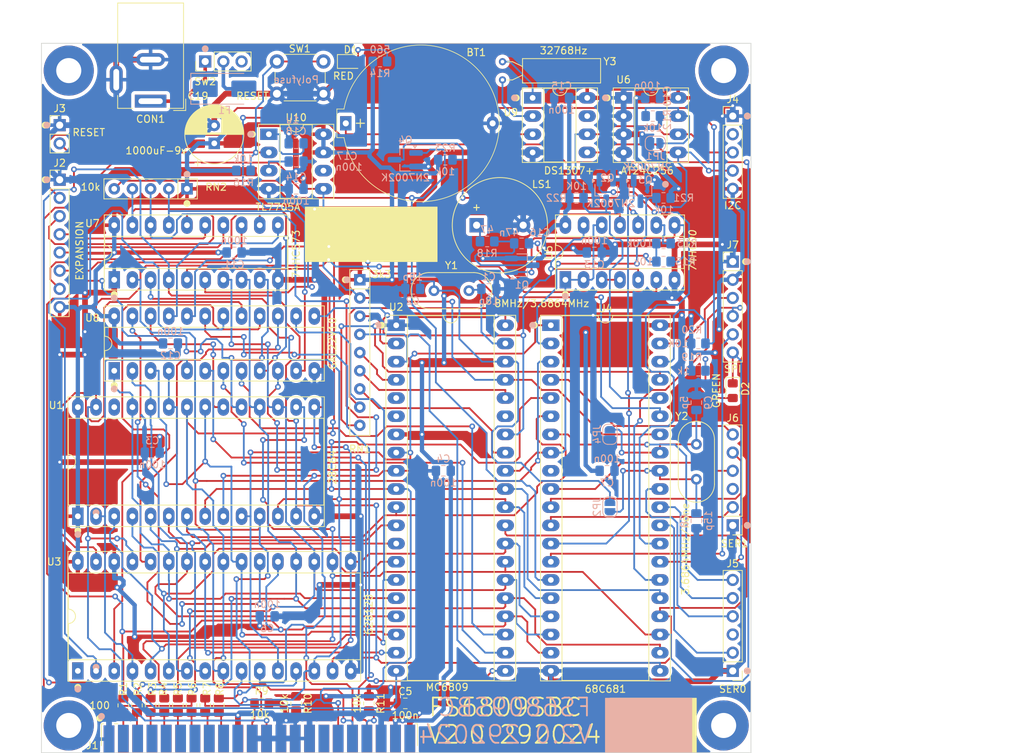
<source format=kicad_pcb>
(kicad_pcb (version 20240108) (generator "pcbnew") (generator_version "8.0")
  (layers (0 "F.Cu" mixed) (31 "B.Cu" signal) (34 "B.Paste" user) (35 "F.Paste" user) (36 "B.SilkS" user "B.Silkscreen") (37 "F.SilkS" user "F.Silkscreen") (38 "B.Mask" user) (39 "F.Mask" user) (44 "Edge.Cuts" user))
  (net 0 "")
  (net 1 "GND")
  (net 2 "VCC")
  (net 3 "Net-(BT1-+)")
  (net 4 "EXTAL")
  (net 5 "Net-(Q4-D)")
  (net 6 "CS")
  (net 7 "CTS1")
  (net 8 "Net-(U10-CT)")
  (net 9 "Net-(U10-REF)")
  (net 10 "RX1")
  (net 11 "TX1")
  (net 13 "RTS1")
  (net 14 "CTS2")
  (net 15 "RX2")
  (net 16 "TX2")
  (net 17 "RTS2")
  (net 18 "MISO")
  (net 19 "MOSI")
  (net 20 "SCK")
  (net 21 "ITEST")
  (net 22 "SDAO")
  (net 23 "SCLO")
  (net 24 "SCL")
  (net 25 "SDA")
  (net 26 "A4")
  (net 27 "HALT*")
  (net 28 "Net-(D1-A)")
  (net 29 "Net-(D2-A)")
  (net 30 "A5")
  (net 31 "A6")
  (net 32 "A7")
  (net 33 "A8")
  (net 34 "A9")
  (net 35 "A10")
  (net 36 "A11")
  (net 37 "A12")
  (net 38 "A13")
  (net 39 "A14")
  (net 40 "A15")
  (net 41 "Net-(J1-Pin_3)")
  (net 43 "A0")
  (net 44 "Net-(J1-Pin_5)")
  (net 46 "Net-(J1-Pin_7)")
  (net 48 "/VV1")
  (net 49 "/VV2")
  (net 50 "Net-(J1-Pin_9)")
  (net 52 "Net-(J1-Pin_11)")
  (net 54 "Net-(J1-Pin_13)")
  (net 56 "Net-(J1-Pin_15)")
  (net 58 "Net-(J1-Pin_17)")
  (net 61 "A2")
  (net 62 "A1")
  (net 63 "A3")
  (net 64 "Net-(J1-Pin_21)")
  (net 65 "D0")
  (net 66 "D1")
  (net 67 "D2")
  (net 68 "Net-(J1-Pin_27)")
  (net 69 "D3")
  (net 73 "D4")
  (net 75 "D5")
  (net 76 "D6")
  (net 77 "Net-(J1-Pin_38)")
  (net 78 "D7")
  (net 81 "P4")
  (net 82 "P5")
  (net 83 "P6")
  (net 84 "P7")
  (net 85 "BTN*")
  (net 89 "Net-(JP1-B)")
  (net 90 "Net-(LS1-Pad1)")
  (net 91 "Net-(Q1-G)")
  (net 92 "Net-(Q1-D)")
  (net 93 "Net-(R13-Pad1)")
  (net 94 "Net-(C16-Pad1)")
  (net 96 "RES*")
  (net 97 "NMI*")
  (net 98 "IRQ*")
  (net 99 "FIRQ*")
  (net 100 "MRDY")
  (net 101 "DMABREQ*")
  (net 102 "IACK*")
  (net 103 "P3")
  (net 104 "P2")
  (net 105 "P1")
  (net 106 "P0")
  (net 107 "ROM*")
  (net 108 "RD*")
  (net 110 "WR*")
  (net 113 "RW*")
  (net 114 "E")
  (net 115 "Net-(U2-XTAL)")
  (net 117 "AR16")
  (net 118 "AR14")
  (net 119 "RAM*")
  (net 120 "AR13")
  (net 121 "AR15")
  (net 123 "BUZ")
  (net 124 "DUART*")
  (net 125 "Net-(U5-Pad3)")
  (net 126 "LOAD")
  (net 127 "IDE*")
  (net 128 "Net-(U9-X1)")
  (net 129 "Net-(U9-X2)")
  (net 132 "Net-(JP2-B)")
  (net 133 "Net-(JP4-A)")
  (footprint "Button_Switch_THT:SW_PUSH_6mm_H4.3mm" (layer "F.Cu") (at 96.37 55.88)
    (property "Reference" "SW1")
    (property "Value" "RESET")
  )
  (footprint "Package_DIP:DIP-40_W15.24mm_Socket_LongPads" (layer "F.Cu") (at 113.03 92.71)
    (property "Reference" "U2")
    (property "Value" "MC6809")
  )
  (footprint "FS_Connector_Edge:Edge_2x22_P2.00mm_SMD" (layer "F.Cu") (at 93.93 150.41 90)
    (property "Reference" "J1")
    (property "Value" "Conn_02x22_Odd_Even" (hide yes))
  )
  (footprint "Resistor_SMD:R_0805_2012Metric_Pad1.20x1.40mm_HandSolder" (layer "F.Cu") (at 109.22 145.51 -90)
    (property "Reference" "R11")
    (property "Value" "10k")
  )
  (footprint "FS_Buzzer:Buzzer_12x9.5RM6.5" (layer "F.Cu") (at 124.258 78.74)
    (property "Reference" "LS1")
    (property "Value" "Speaker")
  )
  (footprint "Connector_BarrelJack:BarrelJack_Wuerth_6941xx301002" (layer "F.Cu") (at 78.74 61.42 180)
    (property "Reference" "CON1")
    (property "Value" "BARREL_JACK" (hide yes))
  )
  (footprint "Crystal:Crystal_AT310_D3.0mm_L10.0mm_Horizontal" (layer "F.Cu") (at 127.87 58.45 90)
    (property "Reference" "Y3")
    (property "Value" "32768Hz")
  )
  (footprint "Connector_PinHeader_2.54mm:PinHeader_1x08_P2.54mm_Vertical" (layer "F.Cu") (at 66.04 72.39)
    (property "Reference" "J2")
    (property "Value" "EXPANSION")
  )
  (footprint "Connector_PinHeader_2.54mm:PinHeader_1x06_P2.54mm_Vertical" (layer "F.Cu") (at 160.02 140.97 180)
    (property "Reference" "J5")
    (property "Value" "SER0")
  )
  (footprint "Capacitor_SMD:C_0805_2012Metric_Pad1.18x1.45mm_HandSolder" (layer "F.Cu") (at 114.3 145.51)
    (property "Reference" "C5")
    (property "Value" "100n")
  )
  (footprint "Resistor_SMD:R_0805_2012Metric_Pad1.20x1.40mm_HandSolder" (layer "F.Cu") (at 82.55 145.78 -90)
    (property "Reference" "R5")
    (property "Value" "100" (hide yes))
  )
  (footprint "Resistor_THT:R_Array_SIP5" (layer "F.Cu") (at 83.82 73.66 180)
    (property "Reference" "RN2")
    (property "Value" "10k")
  )
  (footprint "LED_SMD:LED_0805_2012Metric_Pad1.15x1.40mm_HandSolder" (layer "F.Cu") (at 160.02 101.845 -90)
    (property "Reference" "D2")
    (property "Value" "GREEN")
  )
  (footprint "Package_DIP:DIP-14_W7.62mm_Socket_LongPads" (layer "F.Cu") (at 136.652 86.36 90)
    (property "Reference" "U5")
    (property "Value" "74HC00")
  )
  (footprint "Connector_PinHeader_2.54mm:PinHeader_1x06_P2.54mm_Vertical" (layer "F.Cu") (at 160.02 120.65 180)
    (property "Reference" "J6")
    (property "Value" "SER1")
  )
  (footprint "Resistor_SMD:R_0805_2012Metric_Pad1.20x1.40mm_HandSolder" (layer "F.Cu") (at 74.93 145.78 -90)
    (property "Reference" "R1")
    (property "Value" "100")
  )
  (footprint "Package_DIP:DIP-28_W15.24mm_Socket_LongPads" (layer "F.Cu") (at 68.58 119.38 90)
    (property "Reference" "U1")
    (property "Value" "28C64")
  )
  (footprint "Resistor_SMD:R_0805_2012Metric_Pad1.20x1.40mm_HandSolder" (layer "F.Cu") (at 88.265 145.78 -90)
    (property "Reference" "R8")
    (property "Value" "100" (hide yes))
  )
  (footprint "Connector_PinHeader_2.54mm:PinHeader_1x02_P2.54mm_Vertical" (layer "F.Cu") (at 66.04 64.77)
    (property "Reference" "J3")
    (property "Value" "RESET")
  )
  (footprint "Capacitor_THT:CP_Radial_D8.0mm_P2.50mm" (layer "F.Cu") (at 87.63 67.31 90)
    (property "Reference" "C19")
    (property "Value" "1000uF-9v")
  )
  (footprint "Resistor_SMD:R_0805_2012Metric_Pad1.20x1.40mm_HandSolder" (layer "F.Cu") (at 94.25 145.51 180)
    (property "Reference" "R9")
    (property "Value" "10k")
  )
  (footprint "MountingHole:MountingHole_3.5mm_Pad" (layer "F.Cu") (at 67.31 57.15)
    (property "Reference" "H3" (hide yes))
    (property "Value" "MountingHole" (hide yes))
  )
  (footprint "Package_DIP:DIP-32_W15.24mm_Socket_LongPads" (layer "F.Cu") (at 68.58 140.97 90)
    (property "Reference" "U3")
    (property "Value" "628128")
  )
  (footprint "Connector_PinHeader_2.54mm:PinHeader_1x05_P2.54mm_Vertical" (layer "F.Cu") (at 160.02 63.5)
    (property "Reference" "J4")
    (property "Value" "I2C")
  )
  (footprint "Resistor_SMD:R_0805_2012Metric_Pad1.20x1.40mm_HandSolder" (layer "F.Cu") (at 78.74 145.78 -90)
    (property "Reference" "R3")
    (property "Value" "100" (hide yes))
  )
  (footprint "Connector_PinHeader_2.54mm:PinHeader_1x03_P2.54mm_Vertical" (layer "F.Cu") (at 86.36 55.88 90)
    (property "Reference" "SW2")
    (property "Value" "SWITCH_INV" (hide yes))
  )
  (footprint "Resistor_SMD:R_0805_2012Metric_Pad1.20x1.40mm_HandSolder" (layer "F.Cu") (at 86.36 145.78 -90)
    (property "Reference" "R7")
    (property "Value" "100" (hide yes))
  )
  (footprint "Package_DIP:DIP-20_W7.62mm_Socket_LongPads" (layer "F.Cu") (at 73.66 86.36 90)
    (property "Reference" "U7")
    (property "Value" "74HC573")
  )
  (footprint "Resistor_THT:R_Array_SIP9" (layer "F.Cu") (at 107.95 86.36 -90)
    (property "Reference" "RN1")
    (property "Value" "3k3")
  )
  (footprint "Resistor_SMD:R_0805_2012Metric_Pad1.20x1.40mm_HandSolder" (layer "F.Cu") (at 84.455 145.78 -90)
    (property "Reference" "R6")
    (property "Value" "100" (hide yes))
  )
  (footprint "Resistor_SMD:R_0805_2012Metric_Pad1.20x1.40mm_HandSolder" (layer "F.Cu") (at 76.835 145.78 -90)
    (property "Reference" "R2")
    (property "Value" "100" (hide yes))
  )
  (footprint "Package_DIP:DIP-8_W7.62mm_Socket_LongPads" (layer "F.Cu") (at 144.78 60.96)
    (property "Reference" "U6")
    (property "Value" "AT24C256")
  )
  (footprint "MountingHole:MountingHole_3.5mm_Pad" (layer "F.Cu") (at 158.75 57.15)
    (property "Reference" "H4" (hide yes))
    (property "Value" "MountingHole" (hide yes))
  )
  (footprint "MountingHole:MountingHole_3.5mm_Pad" (layer "F.Cu") (at 158.75 148.59)
    (property "Reference" "H2" (hide yes))
    (property "Value" "MountingHole" (hide yes))
  )
  (footprint "FS_Lib:Battery_CR2032-HFN_Horizontal_CircularHoles" (layer "F.Cu") (at 105.992 64.516)
    (property "Reference" "BT1")
    (property "Value" "CR2032")
  )
  (footprint "LED_SMD:LED_0805_2012Metric_Pad1.15x1.40mm_HandSolder" (layer "F.Cu") (at 106.68 55.88)
    (property "Reference" "D1")
    (property "Value" "RED")
  )
  (footprint "MountingHole:MountingHole_3.5mm_Pad" (layer "F.Cu") (at 67.31 148.59)
    (property "Reference" "H1" (hide yes))
    (property "Value" "MountingHole" (hide yes))
  )
  (footprint "Crystal:Crystal_HC49-U_Vertical" (layer "F.Cu") (at 154.94 114.21 90)
    (property "Reference" "Y2")
    (property "Value" "3.6864MHz/none")
  )
  (footprint "Connector_PinHeader_2.54mm:PinHeader_1x06_P2.54mm_Vertical" (layer "F.Cu") (at 160.02 83.82)
    (property "Reference" "J7")
    (property "Value" "SPI")
  )
  (footprint "Resistor_SMD:R_0805_2012Metric_Pad1.20x1.40mm_HandSolder" (layer "F.Cu") (at 99.06 145.51 -90)
    (property "Reference" "R10")
    (property "Value" "10k")
  )
  (footprint "Crystal:Crystal_HC49-U_Vertical" (layer "F.Cu") (at 118.31 87.884)
    (property "Reference" "Y1")
    (property "Value" "8MHz/3.6864MHz")
  )
  (footprint "Package_DIP:DIP-40_W15.24mm_Socket_LongPads" (layer "F.Cu") (at 134.62 92.71)
    (property "Reference" "U4")
    (property "Value" "68C681")
  )
  (footprint "Package_DIP:DIP-8_W7.62mm_Socket_LongPads" (layer "F.Cu") (at 95.25 66.04)
    (property "Reference" "U10")
    (property "Value" "TL7705A")
  )
  (footprint "Package_DIP:DIP-24_W7.62mm_Socket_LongPads" (layer "F.Cu") (at 73.66 99.06 90)
    (property "Reference" "U8")
    (property "Value" "GAL22V10")
  )
  (footprint "Resistor_SMD:R_0805_2012Metric_Pad1.20x1.40mm_HandSolder" (layer "F.Cu") (at 80.645 145.78 -90)
    (property "Reference" "R4")
    (property "Value" "100" (hide yes))
  )
  (footprint "Package_DIP:DIP-8_W7.62mm_Socket_LongPads" (layer "F.Cu") (at 132.08 60.96)
    (property "Reference" "U9")
    (property "Value" "DS1307+")
  )
  (footprint "Capacitor_SMD:C_0805_2012Metric_Pad1.18x1.45mm_HandSolder" (layer "B.Cu") (at 99.06 69.85)
    (property "Reference" "C17")
    (property "Value" "1u")
  )
  (footprint "Resistor_SMD:R_0805_2012Metric_Pad1.20x1.40mm_HandSolder" (layer "B.Cu") (at 150.352 74.93 180)
    (property "Reference" "R21")
    (property "Value" "10K")
  )
  (footprint "Resistor_SMD:R_0805_2012Metric_Pad1.20x1.40mm_HandSolder" (layer "B.Cu") (at 110.76 55.88)
    (property "Reference" "R14")
    (property "Value" "560")
  )
  (footprint "Jumper:SolderJumper-2_P1.3mm_Open_RoundedPad1.0x1.5mm" (layer "B.Cu") (at 142.875 118.095 -90)
    (property "Reference" "JP2")
    (property "Value" "SolderJumper_2_Open")
  )
  (footprint "Capacitor_SMD:C_0805_2012Metric_Pad1.18x1.45mm_HandSolder" (layer "B.Cu") (at 81.5125 95.25)
    (property "Reference" "C12")
    (property "Value" "100n")
  )
  (footprint "Package_TO_SOT_SMD:SOT-23_Handsoldering" (layer "B.Cu") (at 114.3 69.596 180)
    (property "Reference" "Q4")
    (property "Value" "2N7002K")
  )
  (footprint "Capacitor_SMD:C_0805_2012Metric_Pad1.18x1.45mm_HandSolder" (layer "B.Cu") (at 78.9725 110.49 180)
    (property "Reference" "C3")
    (property "Value" "100n")
  )
  (footprint "Package_TO_SOT_SMD:SOT-23_Handsoldering" (layer "B.Cu") (at 130.58 84.328)
    (property "Reference" "Q1")
    (property "Value" "BSS84")
  )
  (footprint "Capacitor_SMD:C_0805_2012Metric_Pad1.18x1.45mm_HandSolder" (layer "B.Cu") (at 136.1225 60.96 180)
    (property "Reference" "C15")
    (property "Value" "100n")
  )
  (footprint "Capacitor_SMD:C_0805_2012Metric_Pad1.18x1.45mm_HandSolder" (layer "B.Cu") (at 99.06 67.31 180)
    (property "Reference" "C18")
    (property "Value" "100n")
  )
  (footprint "Jumper:SolderJumper-2_P1.3mm_Open_RoundedPad1.0x1.5mm" (layer "B.Cu") (at 142.875 107.935 -90)
    (property "Reference" "JP4")
    (property "Value" "SolderJumper_2_Open")
  )
  (footprint "Capacitor_SMD:C_0805_2012Metric_Pad1.18x1.45mm_HandSolder" (layer "B.Cu") (at 119.6125 113.03 180)
    (property "Reference" "C4")
    (property "Value" "100n")
  )
  (footprint "Package_TO_SOT_SMD:SOT-23_Handsoldering" (layer "B.Cu") (at 147.132 73.89 -90)
    (property "Reference" "Q3")
    (property "Value" "2N7002K")
  )
  (footprint "Capacitor_SMD:C_0805_2012Metric_Pad1.18x1.45mm_HandSolder" (layer "B.Cu") (at 154.94 103.505 90)
    (property "Reference" "C9")
    (property "Value" "5p")
  )
  (footprint "Resistor_SMD:R_0805_2012Metric_Pad1.20x1.40mm_HandSolder" (layer "B.Cu") (at 155.21 95.25)
    (property "Reference" "R20")
    (property "Value" "10K")
  )
  (footprint "Capacitor_SMD:C_0805_2012Metric_Pad1.18x1.45mm_HandSolder" (layer "B.Cu") (at 125.9625 87.63 180)
    (property "Reference" "C1")
    (property "Value" "18p")
  )
  (footprint "Capacitor_SMD:C_0805_2012Metric_Pad1.18x1.45mm_HandSolder" (layer "B.Cu") (at 90.4025 82.55)
    (property "Reference" "C11")
    (property "Value" "100n")
  )
  (footprint "Diode_SMD:D_SMB_Handsoldering" (layer "B.Cu") (at 89.06 59.69)
    (property "Reference" "F1")
    (property "Value" "Polyfuse")
  )
  (footprint "Capacitor_SMD:C_0805_2012Metric_Pad1.18x1.45mm_HandSolder" (layer "B.Cu") (at 130.5345 81.28 180)
    (property "Reference" "C16")
    (property "Value" "47n")
  )
  (footprint "Resistor_SMD:R_0805_2012Metric_Pad1.20x1.40mm_HandSolder" (layer "B.Cu") (at 148.86 63.5 180)
    (property "Reference" "R12")
    (property "Value" "10k")
  )
  (footprint "Capacitor_SMD:C_0805_2012Metric_Pad1.18x1.45mm_HandSolder" (layer "B.Cu") (at 142.4725 113.03)
    (property "Reference" "C7")
    (property "Value" "100n")
  )
  (footprint "Capacitor_SMD:C_0805_2012Metric_Pad1.18x1.45mm_HandSolder" (layer "B.Cu") (at 154.94 120.015 -90)
    (property "Reference" "C8")
    (property "Value" "15p")
  )
  (footprint "Resistor_SMD:R_0805_2012Metric_Pad1.20x1.40mm_HandSolder" (layer "B.Cu") (at 155.21 99.06)
    (property "Reference" "R19")
    (property "Value" "1k")
  )
  (footprint "Capacitor_SMD:C_0805_2012Metric_Pad1.18x1.45mm_HandSolder" (layer "B.Cu") (at 95.0175 133.35)
    (property "Reference" "C6")
    (property "Value" "100n")
  )
  (footprint "Capacitor_SMD:C_0805_2012Metric_Pad1.18x1.45mm_HandSolder" (layer "B.Cu") (at 115.3375 87.63)
    (property "Reference" "C2")
    (property "Value" "18p")
  )
  (footprint "Capacitor_SMD:C_0805_2012Metric_Pad1.18x1.45mm_HandSolder" (layer "B.Cu") (at 148.8225 60.96)
    (property "Reference" "C10")
    (property "Value" "100n")
  )
  (footprint "Resistor_SMD:R_0805_2012Metric_Pad1.20x1.40mm_HandSolder" (layer "B.Cu") (at 150.352 81.28 180)
    (property "Reference" "R13")
    (property "Value" "100k")
  )
  (footprint "Resistor_SMD:R_0805_2012Metric_Pad1.20x1.40mm_HandSolder" (layer "B.Cu") (at 138.192 74.93)
    (property "Reference" "R22")
    (property "Value" "10K")
  )
  (footprint "Jumper:SolderJumper-2_P1.3mm_Open_RoundedPad1.0x1.5mm" (layer "B.Cu") (at 149.21 67.31)
    (property "Reference" "JP1")
    (property "Value" "SolderJumper_2_Open" (hide yes))
  )
  (footprint "Capacitor_SMD:C_0805_2012Metric_Pad1.18x1.45mm_HandSolder" (layer "B.Cu") (at 140.6945 82.55)
    (property "Reference" "C13")
    (property "Value" "100n")
  )
  (footprint "Resistor_SMD:R_0805_2012Metric_Pad1.20x1.40mm_HandSolder" (layer "B.Cu") (at 91.71 71.12)
    (property "Reference" "R16")
    (property "Value" "10k")
  )
  (footprint "Capacitor_SMD:C_0805_2012Metric_Pad1.18x1.45mm_HandSolder" (layer "B.Cu") (at 99.06 73.66 180)
    (property "Reference" "C14")
    (property "Value" "100n")
  )
  (footprint "Resistor_SMD:R_0805_2012Metric_Pad1.20x1.40mm_HandSolder" (layer "B.Cu") (at 150.352 83.82 180)
    (property "Reference" "R15")
    (property "Value" "10k")
  )
  (footprint "Resistor_SMD:R_0805_2012Metric_Pad1.20x1.40mm_HandSolder" (layer "B.Cu") (at 125.73 81.01)
    (property "Reference" "R18")
    (property "Value" "47")
  )
  (footprint "Package_TO_SOT_SMD:SOT-23_Handsoldering" (layer "B.Cu") (at 142.357 73.89 -90)
    (property "Reference" "Q2")
    (property "Value" "2N7002K")
  )
  (footprint "Resistor_SMD:R_0805_2012Metric_Pad1.20x1.40mm_HandSolder" (layer "B.Cu") (at 119.888 69.596 180)
    (property "Reference" "R23")
    (property "Value" "10k")
  )
  (gr_circle (center 110.49 92.71) (end 110.09 92.71) (stroke (width 0.15)) (fill solid) (layer "B.SilkS"))
  (gr_circle (center 73.66 101.6) (end 73.26 101.6) (stroke (width 0.15)) (fill solid) (layer "B.SilkS"))
  (gr_circle (center 106.172 86.36) (end 105.772 86.36) (stroke (width 0.15)) (fill solid) (layer "B.SilkS"))
  (gr_circle (center 136.652 88.646) (end 136.252 88.646) (stroke (width 0.15)) (fill solid) (layer "B.SilkS"))
  (gr_circle (center 71.12 118.872) (end 70.72 118.872) (stroke (width 0.15)) (fill solid) (layer "B.SilkS"))
  (gr_circle (center 64.262 72.39) (end 63.862 72.39) (stroke (width 0.15)) (fill solid) (layer "B.SilkS"))
  (gr_circle (center 150.622 73.025) (end 150.222 73.025) (stroke (width 0.15)) (fill solid) (layer "B.SilkS"))
  (gr_circle (center 129.54 60.96) (end 129.14 60.96) (stroke (width 0.15)) (fill solid) (layer "B.SilkS"))
  (gr_circle (center 142.24 60.96) (end 141.84 60.96) (stroke (width 0.15)) (fill solid) (layer "B.SilkS"))
  (gr_circle (center 71.12 140.462) (end 70.72 140.462) (stroke (width 0.15)) (fill solid) (layer "B.SilkS"))
  (gr_circle (center 83.82 71.628) (end 83.42 71.628) (stroke (width 0.15)) (fill solid) (layer "B.SilkS"))
  (gr_circle (center 92.71 66.04) (end 92.31 66.04) (stroke (width 0.15)) (fill solid) (layer "B.SilkS"))
  (gr_circle (center 73.66 88.9) (end 73.26 88.9) (stroke (width 0.15)) (fill solid) (layer "B.SilkS"))
  (gr_circle (center 162.052 63.5) (end 161.652 63.5) (stroke (width 0.15)) (fill solid) (layer "B.SilkS"))
  (gr_poly (pts (xy 154.305 152.4) (xy 142.24 152.4) (xy 142.24 144.78) (xy 154.305 144.78)) (stroke (width 0.1)) (fill solid) (layer "B.SilkS"))
  (gr_circle (center 64.262 64.77) (end 63.862 64.77) (stroke (width 0.15)) (fill solid) (layer "B.SilkS"))
  (gr_circle (center 86.36 54.102) (end 85.96 54.102) (stroke (width 0.15)) (fill solid) (layer "B.SilkS"))
  (gr_circle (center 132.08 92.71) (end 131.68 92.71) (stroke (width 0.15)) (fill solid) (layer "B.SilkS"))
  (gr_circle (center 68.58 121.92) (end 68.18 121.92) (stroke (width 0.15)) (fill solid) (layer "B.SilkS"))
  (gr_circle (center 162.052 120.65) (end 161.652 120.65) (stroke (width 0.15)) (fill solid) (layer "B.SilkS"))
  (gr_circle (center 162.052 83.82) (end 161.652 83.82) (stroke (width 0.15)) (fill solid) (layer "B.SilkS"))
  (gr_circle (center 68.58 143.51) (end 68.18 143.51) (stroke (width 0.15)) (fill solid) (layer "B.SilkS"))
  (gr_circle (center 162.052 140.97) (end 161.652 140.97) (stroke (width 0.15)) (fill solid) (layer "B.SilkS"))
  (gr_circle (center 71.882 147.32) (end 71.482 147.32) (stroke (width 0.15)) (fill solid) (layer "B.SilkS"))
  (gr_circle (center 64.008 64.77) (end 64.408 64.77) (stroke (width 0.15)) (fill solid) (layer "F.SilkS"))
  (gr_circle (center 105.918 86.36) (end 106.318 86.36) (stroke (width 0.15)) (fill solid) (layer "F.SilkS"))
  (gr_circle (center 161.798 83.82) (end 162.198 83.82) (stroke (width 0.15)) (fill solid) (layer "F.SilkS"))
  (gr_circle (center 64.008 72.39) (end 64.408 72.39) (stroke (width 0.15)) (fill solid) (layer "F.SilkS"))
  (gr_circle (center 68.58 121.412) (end 68.98 121.412) (stroke (width 0.15)) (fill solid) (layer "F.SilkS"))
  (gr_circle (center 129.794 60.96) (end 130.194 60.96) (stroke (width 0.15)) (fill solid) (layer "F.SilkS"))
  (gr_circle (center 162.052 140.97) (end 162.452 140.97) (stroke (width 0.15)) (fill solid) (layer "F.SilkS"))
  (gr_circle (center 92.964 66.04) (end 93.364 66.04) (stroke (width 0.15)) (fill solid) (layer "F.SilkS"))
  (gr_circle (center 110.998 92.71) (end 111.398 92.71) (stroke (width 0.15)) (fill solid) (layer "F.SilkS"))
  (gr_circle (center 162.052 120.65) (end 162.452 120.65) (stroke (width 0.15)) (fill solid) (layer "F.SilkS"))
  (gr_poly (pts (xy 118.745 83.82) (xy 100.33 83.82) (xy 100.33 76.2) (xy 118.745 76.2)) (stroke (width 0.1)) (fill solid) (layer "F.SilkS"))
  (gr_circle (center 83.82 75.692) (end 84.22 75.692) (stroke (width 0.15)) (fill solid) (layer "F.SilkS"))
  (gr_circle (center 71.628 147.574) (end 72.028 147.574) (stroke (width 0.15)) (fill solid) (layer "F.SilkS"))
  (gr_circle (center 73.66 101.092) (end 74.06 101.092) (stroke (width 0.15)) (fill solid) (layer "F.SilkS"))
  (gr_circle (center 142.494 60.96) (end 142.894 60.96) (stroke (width 0.15)) (fill solid) (layer "F.SilkS"))
  (gr_circle (center 162.052 63.5) (end 162.452 63.5) (stroke (width 0.15)) (fill solid) (layer "F.SilkS"))
  (gr_circle (center 136.652 88.392) (end 137.052 88.392) (stroke (width 0.15)) (fill solid) (layer "F.SilkS"))
  (gr_poly (pts (xy 154.94 152.4) (xy 142.875 152.4) (xy 142.875 144.78) (xy 154.94 144.78)) (stroke (width 0.1)) (fill solid) (layer "F.SilkS"))
  (gr_circle (center 68.58 143.256) (end 68.98 143.256) (stroke (width 0.15)) (fill solid) (layer "F.SilkS"))
  (gr_circle (center 132.334 92.71) (end 132.734 92.71) (stroke (width 0.15)) (fill solid) (layer "F.SilkS"))
  (gr_circle (center 73.66 88.392) (end 74.06 88.392) (stroke (width 0.15)) (fill solid) (layer "F.SilkS"))
  (gr_line (start 63.5 53.34) (end 63.5 152.4) (stroke (width 0.1)) (layer "Edge.Cuts"))
  (gr_line (start 63.5 152.4) (end 162.56 152.4) (stroke (width 0.1)) (layer "Edge.Cuts"))
  (gr_line (start 162.56 152.4) (end 162.56 53.34) (stroke (width 0.1)) (layer "Edge.Cuts"))
  (gr_line (start 162.56 53.34) (end 63.5 53.34) (stroke (width 0.1)) (layer "Edge.Cuts"))
  (gr_text "FS6809SBC" (at 129.54 146.05 0) (layer "B.SilkS") (effects (font (size 2.5 2.5) (thickness 0.25)) (justify mirror)))
  (gr_text "V2.0 292024" (at 128.27 149.86 0) (layer "B.SilkS") (effects (font (size 2.5 2.5) (thickness 0.25)) (justify mirror)))
  (gr_text "V2.0 292024" (at 129.54 149.86 0) (layer "F.SilkS") (effects (font (size 2.5 2.5) (thickness 0.25))))
  (gr_text "FS6809SBC" (at 128.27 146.05 0) (layer "F.SilkS") (effects (font (size 2.5 2.5) (thickness 0.25))))
  (segment (start 69.58 88.16) (end 69.58 93.61) (width 0.8) (layer "F.Cu") (net 1))
  (segment (start 69.58 88.16) (end 73.66 88.16) (width 0.8) (layer "F.Cu") (net 1))
  (segment (start 158.57 81.426) (end 152.342 81.426) (width 0.8) (layer "F.Cu") (net 1))
  (segment (start 132.08 71.39) (end 144.3078 71.39) (width 0.8) (layer "F.Cu") (net 1))
  (segment (start 156.845 142.42) (end 134.62 142.42) (width 0.8) (layer "F.Cu") (net 1))
  (segment (start 116.28 146.6819) (end 116.28 146.836) (width 0.8) (layer "F.Cu") (net 1))
  (segment (start 160.02 140.97) (end 158.295 140.97) (width 0.8) (layer "F.Cu") (net 1))
  (segment (start 132.08 68.58) (end 132.08 71.39) (width 0.8) (layer "F.Cu") (net 1))
  (segment (start 116.28 146.836) (end 115.7375 146.836) (width 0.8) (layer "F.Cu") (net 1))
  (segment (start 115.1758 76.49) (end 101.635 76.49) (width 0.8) (layer "F.Cu") (net 1))
  (segment (start 102.6 86.36) (end 101.635 86.36) (width 0.8) (layer "F.Cu") (net 1))
  (segment (start 101.6 99.06) (end 103 99.06) (width 0.8) (layer "F.Cu") (net 1))
  (segment (start 118.3508 71.3779) (end 117.5189 70.546) (width 0.8) (layer "F.Cu") (net 1))
  (segment (start 97.655 146.3038) (end 96.8613 145.51) (width 0.8) (layer "F.Cu") (net 1))
  (segment (start 115.7375 146.836) (end 115.3375 146.436) (width 0.8) (layer "F.Cu") (net 1))
  (segment (start 87.63 61.9675) (end 87.63 64.81) (width 0.8) (layer "F.Cu") (net 1))
  (segment (start 158.295 140.97) (end 156.845 142.42) (width 0.8) (layer "F.Cu") (net 1))
  (segment (start 73.66 88.16) (end 73.66 86.36) (width 0.8) (layer "F.Cu") (net 1))
  (segment (start 118.3508 72.39) (end 118.3508 71.3779) (width 0.8) (layer "F.Cu") (net 1))
  (segment (start 96.8613 145.51) (end 95.25 145.51) (width 0.8) (layer "F.Cu") (net 1))
  (segment (start 158.82 62.05) (end 160.02 62.05) (width 0.8) (layer "F.Cu") (net 1))
  (segment (start 114.93 147.895) (end 114.93 150.41) (width 0.8) (layer "F.Cu") (net 1))
  (segment (start 101.6 119.38) (end 108.08 119.38) (width 0.8) (layer "F.Cu") (net 1))
  (segment (start 115.3375 146.436) (end 115.3375 145.51) (width 0.8) (layer "F.Cu") (net 1))
  (segment (start 116.526 146.436) (end 116.28 146.6819) (width 0.8) (layer "F.Cu") (net 1))
  (segment (start 118.3508 72.39) (end 118.3508 73.315) (width 0.8) (layer "F.Cu") (net 1))
  (segment (start 116.28 146.836) (end 115.221 147.895) (width 0.8) (layer "F.Cu") (net 1))
  (segment (start 158.57 63.5) (end 158.57 62.3) (width 0.8) (layer "F.Cu") (net 1))
  (segment (start 151.892 83.82) (end 151.892 81.876) (width 0.8) (layer "F.Cu") (net 1))
  (segment (start 108.08 128.96) (end 102.325 128.96) (width 0.8) (layer "F.Cu") (net 1))
  (segment (start 158.57 62.3) (end 158.82 62.05) (width 0.8) (layer "F.Cu") (net 1))
  (segment (start 119.4849 68.58) (end 117.5189 70.546) (width 0.8) (layer "F.Cu") (net 1))
  (segment (start 113.03 91.31) (end 127 91.31) (width 0.8) (layer "F.Cu") (net 1))
  (segment (start 152.917 89.2805) (end 152.917 90.31) (width 0.8) (layer "F.Cu") (net 1))
  (segment (start 152.917 91.31) (end 152.917 90.31) (width 0.8) (layer "F.Cu") (net 1))
  (segment (start 151.892 86.36) (end 151.892 83.82) (width 0.8) (layer "F.Cu") (net 1))
  (segment (start 102.87 60.38) (end 105.655 57.595) (width 0.8) (layer "F.Cu") (net 1))
  (segment (start 148.0828 71.39) (end 149.0828 72.39) (width 0.8) (layer "F.Cu") (net 1))
  (segment (start 103 86.76) (end 102.6 86.36) (width 0.8) (layer "F.Cu") (net 1))
  (segment (start 73.94 58.42) (end 73.94 55.62) (width 0.8) (layer "F.Cu") (net 1))
  (segment (start 134.62 142.42) (end 134.62 140.97) (width 0.8) (layer "F.Cu") (net 1))
  (segment (start 73.94 55.62) (end 78.74 55.62) (width 0.8) (layer "F.Cu") (net 1))
  (segment (start 89.2175 60.38) (end 87.63 61.9675) (width 0.8) (layer "F.Cu") (net 1))
  (segment (start 152.342 81.426) (end 151.892 81.876) (width 0.8) (layer "F.Cu") (net 1))
  (segment (start 90.93 147.17) (end 90.93 150.41) (width 0.8) (layer "F.Cu") (net 1))
  (segment (start 116.526 145.51) (end 116.526 146.436) (width 0.8) (layer "F.Cu") (net 1))
  (segment (start 66.04 111.816) (end 77.935 111.816) (width 0.8) (layer "F.Cu") (net 1))
  (segment (start 113.03 92.71) (end 113.03 91.31) (width 0.8) (layer "F.Cu") (net 1))
  (segment (start 151.442 81.426) (end 151.892 81.876) (width 0.8) (layer "F.Cu") (net 1))
  (segment (start 99.0225 66.9841) (end 98.0225 65.9841) (width 0.8) (layer "F.Cu") (net 1))
  (segment (start 96.52 86.36) (end 101.635 86.36) (width 0.8) (layer "F.Cu") (net 1))
  (segment (start 118.3508 73.315) (end 115.1758 76.49) (width 0.8) (layer "F.Cu") (net 1))
  (segment (start 99.0225 71.176) (end 99.0225 66.9841) (width 0.8) (layer "F.Cu") (net 1))
  (segment (start 132.08 68.58) (end 119.4849 68.58) (width 0.8) (layer "F.Cu") (net 1))
  (segment (start 103 99.06) (end 103 86.76) (width 0.8) (layer "F.Cu") (net 1))
  (segment (start 96.37 60.38) (end 89.2175 60.38) (width 0.8) (layer "F.Cu") (net 1))
  (segment (start 97.655 147.895) (end 97.655 146.3038) (width 0.8) (layer "F.Cu") (net 1))
  (segment (start 144.3078 71.39) (end 148.0828 71.39) (width 0.8) (layer "F.Cu") (net 1))
  (segment (start 151.527 88.8805) (end 152.517 88.8805) (width 0.8) (layer "F.Cu") (net 1))
  (segment (start 152.517 88.8805) (end 152.917 89.2805) (width 0.8) (layer "F.Cu") (net 1))
  (segment (start 131.53 145.51) (end 134.62 142.42) (width 0.8) (layer "F.Cu") (net 1))
  (segment (start 144.78 66.04) (end 147.38 66.04) (width 0.8) (layer "F.Cu") (net 1))
  (segment (start 105.655 57.595) (end 105.655 55.88) (width 0.8) (layer "F.Cu") (net 1))
  (segment (start 152.917 91.31) (end 140.525 91.31) (width 0.8) (layer "F.Cu") (net 1))
  (segment (start 116.526 145.51) (end 131.53 145.51) (width 0.8) (layer "F.Cu") (net 1))
  (segment (start 115.221 147.895) (end 114.93 147.895) (width 0.8) (layer "F.Cu") (net 1))
  (segment (start 143.582 81.426) (end 151.442 81.426) (width 0.8) (layer "F.Cu") (net 1))
  (segment (start 69.58 96.81) (end 66.04 96.81) (width 0.8) (layer "F.Cu") (net 1))
  (via (at 149.0828 72.39) (size 0.8) (drill 0.4) (layers "F.Cu" "B.Cu") (net 1))
  (via (at 98.0225 65.9841) (size 0.8) (drill 0.4) (layers "F.Cu" "B.Cu") (net 1))
  (via (at 97.655 147.895) (size 0.8) (drill 0.4) (layers "F.Cu" "B.Cu") (net 1))
  (via (at 143.582 81.426) (size 0.8) (drill 0.4) (layers "F.Cu" "B.Cu") (net 1))
  (via (at 151.527 88.8805) (size 0.8) (drill 0.4) (layers "F.Cu" "B.Cu") (net 1))
  (via (at 158.57 63.5) (size 0.8) (drill 0.4) (layers "F.Cu" "B.Cu") (net 1))
  (via (at 69.58 88.16) (size 0.8) (drill 0.4) (layers "F.Cu" "B.Cu") (net 1))
  (via (at 102.325 128.96) (size 0.8) (drill 0.4) (layers "F.Cu" "B.Cu") (net 1))
  (via (at 90.93 147.17) (size 0.8) (drill 0.4) (layers "F.Cu" "B.Cu") (net 1))
  (via (at 117.5189 70.546) (size 0.8) (drill 0.4) (layers "F.Cu" "B.Cu") (net 1))
  (via (at 160.02 62.05) (size 0.8) (drill 0.4) (layers "F.Cu" "B.Cu") (net 1))
  (via (at 152.917 91.31) (size 0.8) (drill 0.4) (layers "F.Cu" "B.Cu") (net 1))
  (via (at 108.08 119.38) (size 0.8) (drill 0.4) (layers "F.Cu" "B.Cu") (net 1))
  (via (at 77.935 111.816) (size 0.8) (drill 0.4) (layers "F.Cu" "B.Cu") (net 1))
  (via (at 66.04 111.816) (size 0.8) (drill 0.4) (layers "F.Cu" "B.Cu") (net 1))
  (via (at 108.08 128.96) (size 0.8) (drill 0.4) (layers "F.Cu" "B.Cu") (net 1))
  (via (at 116.28 146.836) (size 0.8) (drill 0.4) (layers "F.Cu" "B.Cu") (net 1))
  (via (at 147.38 66.04) (size 0.8) (drill 0.4) (layers "F.Cu" "B.Cu") (net 1))
  (via (at 144.3078 71.39) (size 0.8) (drill 0.4) (layers "F.Cu" "B.Cu") (net 1))
  (via (at 101.635 76.49) (size 0.8) (drill 0.4) (layers "F.Cu" "B.Cu") (net 1))
  (via (at 140.525 91.31) (size 0.8) (drill 0.4) (layers "F.Cu" "B.Cu") (net 1))
  (via (at 66.04 96.81) (size 0.8) (drill 0.4) (layers "F.Cu" "B.Cu") (net 1))
  (via (at 69.58 96.81) (size 0.8) (drill 0.4) (layers "F.Cu" "B.Cu") (net 1))
  (via (at 158.57 81.426) (size 0.8) (drill 0.4) (layers "F.Cu" "B.Cu") (net 1))
  (via (at 99.0225 71.176) (size 0.8) (drill 0.4) (layers "F.Cu" "B.Cu") (net 1))
  (via (at 69.58 93.61) (size 0.8) (drill 0.4) (layers "F.Cu" "B.Cu") (net 1))
  (via (at 127 91.31) (size 0.8) (drill 0.4) (layers "F.Cu" "B.Cu") (net 1))
  (via (at 101.635 86.36) (size 0.8) (drill 0.4) (layers "F.Cu" "B.Cu") (net 1))
  (segment (start 144.78 59.56) (end 149.86 59.56) (width 0.8) (layer "B.Cu") (net 1))
  (segment (start 132.08 70.7759) (end 132.08 68.58) (width 0.8) (layer "B.Cu") (net 1))
  (segment (start 98.0225 73.66) (end 95.25 73.66) (width 0.8) (layer "B.Cu") (net 1))
  (segment (start 96.93 150.41) (end 98.93 150.41) (width 0.8) (layer "B.Cu") (net 1))
  (segment (start 141.525 108.585) (end 141.525 110.3363) (width 0.8) (layer "B.Cu") (net 1))
  (segment (start 144.2578 70.39) (end 144.7078 70.39) (width 0.8) (layer "B.Cu") (net 1))
  (segment (start 128.4635 78.74) (end 126.256 76.5325) (width 0.8) (layer "B.Cu") (net 1))
  (segment (start 101.235 75.49) (end 101.635 75.89) (width 0.8) (layer "B.Cu") (net 1))
  (segment (start 67.5825 64.77) (end 68.9425 63.41) (width 0.8) (layer "B.Cu") (net 1))
  (segment (start 66.04 110.816) (end 66.04 111.816) (width 0.8) (layer "B.Cu") (net 1))
  (segment (start 66.04 64.77) (end 67.5825 64.77) (width 0.8) (layer "B.Cu") (net 1))
  (segment (start 96.37 60.38) (end 98.0225 62.0325) (width 0.8) (layer "B.Cu") (net 1))
  (segment (start 160.02 62.05) (end 160.02 63.5) (width 0.8) (layer "B.Cu") (net 1))
  (segment (start 154.63 59.56) (end 149.86 59.56) (width 0.8) (layer "B.Cu") (net 1))
  (segment (start 73.94 58.42) (end 73.94 62.96) (width 0.8) (layer "B.Cu") (net 1))
  (segment (start 158.57 63.5) (end 154.63 59.56) (width 0.8) (layer "B.Cu") (net 1))
  (segment (start 130.758 72.0979) (end 132.08 70.7759) (width 0.8) (layer "B.Cu") (net 1))
  (segment (start 140.525 91.31) (end 140.525 107.585) (width 0.8) (layer "B.Cu") (net 1))
  (segment (start 97.655 147.895) (end 99.0425 147.895) (width 0.8) (layer "B.Cu") (net 1))
  (segment (start 66.04 142.0025) (end 67.6275 143.59) (width 0.8) (layer "B.Cu") (net 1))
  (segment (start 68.7863 72.39) (end 69.58 73.1838) (width 0.8) (layer "B.Cu") (net 1))
  (segment (start 140.525 107.585) (end 141.525 108.585) (width 0.8) (layer "B.Cu") (net 1))
  (segment (start 96.37 60.38) (end 102.87 60.38) (width 0.8) (layer "B.Cu") (net 1))
  (segment (start 144.78 66.04) (end 144.78 68.58) (width 0.8) (layer "B.Cu") (net 1))
  (segment (start 143.307 70.7869) (end 143.307 72.39) (width 0.8) (layer "B.Cu") (net 1))
  (segment (start 97.255 147.895) (end 97.255 147.895) (width 0.8) (layer "B.Cu") (net 1))
  (segment (start 87.63 64.81) (end 74.89 64.81) (width 0.8) (layer "B.Cu") (net 1))
  (segment (start 121.986 84.2666) (end 123.5735 85.8541) (width 0.8) (layer "B.Cu") (net 1))
  (segment (start 66.04 110.816) (end 66.04 96.81) (width 0.8) (layer "B.Cu") (net 1))
  (segment (start 77.935 111.816) (end 77.935 110.49) (width 0.8) (layer "B.Cu") (net 1))
  (segment (start 108.08 128.96) (end 108.08 140.97) (width 0.8) (layer "B.Cu") (net 1))
  (segment (start 151.892 88.5155) (end 151.527 88.8805) (width 0.8) (layer "B.Cu") (net 1))
  (segment (start 96.93 150.41) (end 96.655 150.41) (width 0.8) (layer "B.Cu") (net 1))
  (segment (start 102.325 128.96) (end 102.325 131.7625) (width 0.8) (layer "B.Cu") (net 1))
  (segment (start 66.04 72.39) (end 68.7863 72.39) (width 0.8) (layer "B.Cu") (net 1))
  (segment (start 141.525 110.3363) (end 142.3188 111.13) (width 0.8) (layer "B.Cu") (net 1))
  (segment (start 143.582 81.426) (end 143.582 82.15) (width 0.8) (layer "B.Cu") (net 1))
  (segment (start 98.0225 65.9841) (end 98.0225 67.31) (width 0.8) (layer "B.Cu") (net 1))
  (segment (start 92.93 150.41) (end 92.93 150.41) (width 0.8) (layer "B.Cu") (net 1))
  (segment (start 69.58 73.1838) (end 69.58 88.16) (width 0.8) (layer "B.Cu") (net 1))
  (segment (start 135.085 67.7863) (end 135.085 60.96) (width 0.8) (layer "B.Cu") (net 1))
  (segment (start 95.655 146.895) (end 96.655 147.895) (width 0.8) (layer "B.Cu") (net 1))
  (segment (start 67.6275 143.59) (end 69.755 143.59) (width 0.8) (layer "B.Cu") (net 1))
  (segment (start 143.7039 70.39) (end 143.307 70.7869) (width 0.8) (layer "B.Cu") (net 1))
  (segment (start 96.52 83.3438) (end 95.7263 82.55) (width 0.8) (layer "B.Cu") (net 1))
  (segment (start 95.7263 82.55) (end 91.44 82.55) (width 0.8) (layer "B.Cu") (net 1))
  (segment (start 144.3078 71.39) (end 144.7078 70.99) (width 0.8) (layer "B.Cu") (net 1))
  (segment (start 121.986 78.12) (end 121.986 84.2666) (width 0.8) (layer "B.Cu") (net 1))
  (segment (start 110.93 147.345) (end 110.93 150.41) (width 0.8) (layer "B.Cu") (net 1))
  (segment (start 127 87.63) (end 127 91.31) (width 0.8) (layer "B.Cu") (net 1))
  (segment (start 94.93 150.41) (end 94.93 150.41) (width 0.8) (layer "B.Cu") (net 1))
  (segment (start 144.78 60.96) (end 144.78 63.5) (width 0.8) (layer "B.Cu") (net 1))
  (segment (start 98.4194 75.49) (end 101.235 75.49) (width 0.8) (layer "B.Cu") (net 1))
  (segment (start 149.86 60.01) (end 149.86 60.96) (width 0.8) (layer "B.Cu") (net 1))
  (segment (start 149.0828 72.39) (end 148.082 72.39) (width 0.8) (layer "B.Cu") (net 1))
  (segment (start 96.52 86.36) (end 96.52 83.3438) (width 0.8) (layer "B.Cu") (net 1))
  (segment (start 64.1 66.71) (end 66.04 64.77) (width 0.8) (layer "B.Cu") (net 1))
  (segment (start 116.221 146.895) (end 116.28 146.836) (width 0.8) (layer "B.Cu") (net 1))
  (segment (start 82.55 96.81) (end 82.55 95.25) (width 0.8) (layer "B.Cu") (net 1))
  (segment (start 91.205 146.895) (end 95.655 146.895) (width 0.8) (layer "B.Cu") (net 1))
  (segment (start 141.525 108.585) (end 142.875 108.585) (width 0.8) (layer "B.Cu") (net 1))
  (segment (start 96.93 150.41) (end 94.93 150.41) (width 0.8) (layer "B.Cu") (net 1))
  (segment (start 132.08 68.58) (end 128.0795 68.58) (width 0.8) (layer "B.Cu") (net 1))
  (segment (start 103 99.06) (end 103 119.38) (width 0.8) (layer "B.Cu") (net 1))
  (segment (start 72.93 146.765) (end 72.93 150.495) (width 0.8) (layer "B.Cu") (net 1))
  (segment (start 98.93 150.41) (end 98.93 150.41) (width 0.8) (layer "B.Cu") (net 1))
  (segment (start 144.78 70.3178) (end 144.7078 70.39) (width 0.8) (layer "B.Cu") (net 1))
  (segment (start 161.47 126.8888) (end 160.6763 126.095) (width 0.8) (layer "B.Cu") (net 1))
  (segment (start 99.0225 71.176) (end 99.6975 71.176) (width 0.8) (layer "B.Cu") (net 1))
  (segment (start 101.43 146.895) (end 100.93 147.395) (width 0.8) (layer "B.Cu") (net 1))
  (segment (start 66.04 111.816) (end 66.04 142.0025) (width 0.8) (layer "B.Cu") (net 1))
  (segment (start 69.58 93.61) (end 69.58 96.81) (width 0.8) (layer "B.Cu") (net 1))
  (segment (start 160.02 81.8228) (end 160.02 83.82) (width 0.8) (layer "B.Cu") (net 1))
  (segment (start 100.7375 133.35) (end 96.055 133.35) (width 0.8) (layer "B.Cu") (net 1))
  (segment (start 143.51 111.5269) (end 143.51 113.03) (width 0.8) (layer "B.Cu") (net 1))
  (segment (start 98.0225 73.66) (end 98.0225 75.0931) (width 0.8) (layer "B.Cu") (net 1))
  (segment (start 90.93 147.17) (end 91.205 146.895) (width 0.8) (layer "B.Cu") (net 1))
  (segment (start 110.48 146.895) (end 101.43 146.895) (width 0.8) (layer "B.Cu") (net 1))
  (segment (start 143.582 82.15) (end 143.182 82.55) (width 0.8) (layer "B.Cu") (net 1))
  (segment (start 98.0225 75.0931) (end 98.4194 75.49) (width 0.8) (layer "B.Cu") (net 1))
  (segment (start 159.6231 81.426) (end 160.02 81.8228) (width 0.8) (layer "B.Cu") (net 1))
  (segment (start 111.38 146.895) (end 116.221 146.895) (width 0.8) (layer "B.Cu") (net 1))
  (segment (start 156.29 102.4675) (end 156.29 125.645) (width 0.8) (layer "B.Cu") (net 1))
  (segment (start 110.93 147.345) (end 111.38 146.895) (width 0.8) (layer "B.Cu") (net 1))
  (segment (start 144.78 68.58) (end 144.78 70.3178) (width 0.8) (layer "B.Cu") (net 1))
  (segment (start 143.182 82.55) (end 141.732 82.55) (width 0.8) (layer "B.Cu") (net 1))
  (segment (start 160.02 125.645) (end 159.57 126.095) (width 0.8) (layer "B.Cu") (net 1))
  (segment (start 68.9425 63.41) (end 73.49 63.41) (width 0.8) (layer "B.Cu") (net 1))
  (segment (start 159.57 126.095) (end 156.74 126.095) (width 0.8) (layer "B.Cu") (net 1))
  (segment (start 152.917 102.0706) (end 152.917 91.31) (width 0.8) (layer "B.Cu") (net 1))
  (segment (start 66.04 72.39) (end 64.1 70.45) (width 0.8) (layer "B.Cu") (net 1))
  (segment (start 97.255 147.895) (end 97.655 147.895) (width 0.8) (layer "B.Cu") (net 1))
  (segment (start 108.08 140.97) (end 106.68 140.97) (width 0.8) (layer "B.Cu") (net 1))
  (segment (start 101.6 119.38) (end 103 119.38) (width 0.8) (layer "B.Cu") (net 1))
  (segment (start 144.2578 70.39) (end 143.7039 70.39) (width 0.8) (layer "B.Cu") (net 1))
  (segment (start 102.325 131.7625) (end 100.7375 133.35) (width 0.8) (layer "B.Cu") (net 1))
  (segment (start 101.6 99.06) (end 103 99.06) (width 0.8) (layer "B.Cu") (net 1))
  (segment (start 100.0975 70.776) (end 100.0975 69.85) (width 0.8) (layer "B.Cu") (net 1))
  (segment (start 99.6975 71.176) (end 100.0975 70.776) (width 0.8) (layer "B.Cu") (net 1))
  (segment (start 134.2913 68.58) (end 135.085 67.7863) (width 0.8) (layer "B.Cu") (net 1))
  (segment (start 130.758 78.74) (end 130.758 72.0979) (width 0.8) (layer "B.Cu") (net 1))
  (segment (start 151.892 86.36) (end 151.892 88.5155) (width 0.8) (layer "B.Cu") (net 1))
  (segment (start 128.0795 68.58) (end 126.492 66.9925) (width 0.8) (layer "B.Cu") (net 1))
  (segment (start 144.7078 70.99) (end 144.7078 70.39) (width 0.8) (layer "B.Cu") (net 1))
  (segment (start 113.03 87.63) (end 114.3 87.63) (width 0.8) (layer "B.Cu") (net 1))
  (segment (start 147.38 66.04) (end 147.38 67.31) (width 0.8) (layer "B.Cu") (net 1))
  (segment (start 160.47 126.095) (end 160.02 125.645) (width 0.8) (layer "B.Cu") (net 1))
  (segment (start 97.105 147.895) (end 97.255 147.895) (width 0.8) (layer "B.Cu") (net 1))
  (segment (start 98.0225 62.0325) (end 98.0225 65.9841) (width 0.8) (layer "B.Cu") (net 1))
  (segment (start 110.93 147.345) (end 110.48 146.895) (width 0.8) (layer "B.Cu") (net 1))
  (segment (start 154.94 102.4675) (end 153.3139 102.4675) (width 0.8) (layer "B.Cu") (net 1))
  (segment (start 158.57 81.426) (end 159.6231 81.426) (width 0.8) (layer "B.Cu") (net 1))
  (segment (start 94.93 150.41) (end 92.93 150.41) (width 0.8) (layer "B.Cu") (net 1))
  (segment (start 147.38 67.31) (end 148.56 67.31) (width 0.8) (layer "B.Cu") (net 1))
  (segment (start 127 86.2509) (end 127 87.63) (width 0.8) (layer "B.Cu") (net 1))
  (segment (start 74.89 64.81) (end 73.49 63.41) (width 0.8) (layer "B.Cu") (net 1))
  (segment (start 160.02 140.97) (end 161.47 139.52) (width 0.8) (layer "B.Cu") (net 1))
  (segment (start 98.0225 72.176) (end 99.0225 71.176) (width 0.8) (layer "B.Cu") (net 1))
  (segment (start 126.256 76.5325) (end 123.5735 76.5325) (width 0.8) (layer "B.Cu") (net 1))
  (segment (start 69.58 96.81) (end 82.55 96.81) (width 0.8) (layer "B.Cu") (net 1))
  (segment (start 132.08 68.58) (end 134.2913 68.58) (width 0.8) (layer "B.Cu") (net 1))
  (segment (start 118.575 144.541) (end 118.575 113.03) (width 0.8) (layer "B.Cu") (net 1))
  (segment (start 154.94 125.6981) (end 154.94 121.0525) (width 0.8) (layer "B.Cu") (net 1))
  (segment (start 108.08 128.96) (end 108.08 119.38) (width 0.8) (layer "B.Cu") (net 1))
  (segment (start 69.755 143.59) (end 72.93 146.765) (width 0.8) (layer "B.Cu") (net 1))
  (segment (start 96.655 150.41) (end 96.655 147.895) (width 0.8) (layer "B.Cu") (net 1))
  (segment (start 160.02 125.645) (end 160.02 120.65) (width 0.8) (layer "B.Cu") (net 1))
  (segment (start 142.3188 111.13) (end 143.1131 111.13) (width 0.8) (layer "B.Cu") (net 1))
  (segment (start 123.5735 85.8541) (end 126.6031 85.8541) (width 0.8) (layer "B.Cu") (net 1))
  (segment (start 99.5425 147.395) (end 100.93 147.395) (width 0.8) (layer "B.Cu") (net 1))
  (segment (start 161.47 139.52) (end 161.47 126.8888) (width 0.8) (layer "B.Cu") (net 1))
  (segment (start 123.5735 76.5325) (end 121.986 78.12) (width 0.8) (layer "B.Cu") (net 1))
  (segment (start 155.3369 126.095) (end 154.94 125.6981) (width 0.8) (layer "B.Cu") (net 1))
  (segment (start 101.635 76.49) (end 101.635 86.36) (width 0.8) (layer "B.Cu") (net 1))
  (segment (start 117.5189 70.546) (end 115.8 70.546) (width 0.8) (layer "B.Cu") (net 1))
  (segment (start 130.758 78.74) (end 128.4635 78.74) (width 0.8) (layer "B.Cu") (net 1))
  (segment (start 99.0425 147.895) (end 99.5425 147.395) (width 0.8) (layer "B.Cu") (net 1))
  (segment (start 126.492 66.9925) (end 126.492 64.516) (width 0.8) (layer "B.Cu") (net 1))
  (segment (start 101.635 75.89) (end 101.635 76.49) (width 0.8) (layer "B.Cu") (net 1))
  (segment (start 153.3139 102.4675) (end 152.917 102.0706) (width 0.8) (layer "B.Cu") (net 1))
  (segment (start 149.86 60.01) (end 149.86 59.56) (width 0.8) (layer "B.Cu") (net 1))
  (segment (start 143.1131 111.13) (end 143.51 111.5269) (width 0.8) (layer "B.Cu") (net 1))
  (segment (start 96.93 150.41) (end 96.93 150.41) (width 0.8) (layer "B.Cu") (net 1))
  (segment (start 144.78 63.5) (end 144.78 66.04) (width 0.8) (layer "B.Cu") (net 1))
  (segment (start 100.93 147.395) (end 100.93 150.41) (width 0.8) (layer "B.Cu") (net 1))
  (segment (start 156.74 126.095) (end 156.29 125.645) (width 0.8) (layer "B.Cu") (net 1))
  (segment (start 144.78 60.96) (end 144.78 59.56) (width 0.8) (layer "B.Cu") (net 1))
  (segment (start 160.6763 126.095) (end 160.47 126.095) (width 0.8) (layer "B.Cu") (net 1))
  (segment (start 158.57 63.5) (end 158.57 81.426) (width 0.8) (layer "B.Cu") (net 1))
  (segment (start 156.29 126.095) (end 155.3369 126.095) (width 0.8) (layer "B.Cu") (net 1))
  (segment (start 64.1 70.45) (end 64.1 66.71) (width 0.8) (layer "B.Cu") (net 1))
  (segment (start 97.105 147.895) (end 96.655 147.895) (width 0.8) (layer "B.Cu") (net 1))
  (segment (start 113.03 92.71) (end 113.03 87.63) (width 0.8) (layer "B.Cu") (net 1))
  (segment (start 116.28 146.836) (end 118.575 144.541) (width 0.8) (layer "B.Cu") (net 1))
  (segment (start 98.0225 73.66) (end 98.0225 72.176) (width 0.8) (layer "B.Cu") (net 1))
  (segment (start 126.6031 85.8541) (end 127 86.2509) (width 0.8) (layer "B.Cu") (net 1))
  (segment (start 156.29 125.645) (end 156.29 126.095) (width 0.8) (layer "B.Cu") (net 1))
  (segment (start 73.94 62.96) (end 73.49 63.41) (width 0.8) (layer "B.Cu") (net 1))
  (segment (start 154.94 102.4675) (end 156.29 102.4675) (width 0.8) (layer "B.Cu") (net 1))
  (segment (start 133.6605 81.928) (end 137.7448 81.928) (width 0.6) (layer "F.Cu") (net 2))
  (segment (start 113.93 146.995) (end 113.93 147.895) (width 0.6) (layer "F.Cu") (net 2))
  (segment (start 157.56 93.82) (end 157.56 96.537) (width 0.6) (layer "F.Cu") (net 2))
  (segment (start 82.0675 75.4125) (end 75.2475 75.4125) (width 0.6) (layer "F.Cu") (net 2))
  (segment (start 113.2625 144.2816) (end 112.265 143.2841) (width 0.6) (layer "F.Cu") (net 2))
  (segment (start 68.58 106.6883) (end 70.1675 108.2758) (width 0.6) (layer "F.Cu") (net 2))
  (segment (start 113.2625 146.745) (end 113.5125 146.995) (width 0.6) (layer "F.Cu") (net 2))
  (segment (start 68.58 104.14) (end 68.58 106.6883) (width 0.6) (layer "F.Cu") (net 2))
  (segment (start 149.8541 60.96) (end 152.4 60.96) (width 0.6) (layer "F.Cu") (net 2))
  (segment (start 113.2625 145.51) (end 113.2625 144.2816) (width 0.6) (layer "F.Cu") (net 2))
  (segment (start 68.58 127.7425) (end 70.1675 129.33) (width 0.6) (layer "F.Cu") (net 2))
  (segment (start 73.66 77) (end 73.66 78.74) (width 0.6) (layer "F.Cu") (net 2))
  (segment (start 100.8913 68.58) (end 100.0975 69.3738) (width 0.6) (layer "F.Cu") (net 2))
  (segment (start 76.51 136.195) (end 86.6915 136.195) (width 0.6) (layer "F.Cu") (net 2))
  (segment (start 152.91 92.71) (end 154.21 91.41) (width 0.6) (layer "F.Cu") (net 2))
  (segment (start 86.6915 136.195) (end 88.2105 134.676) (width 0.6) (layer "F.Cu") (net 2))
  (segment (start 112.265 143.2841) (end 109.22 143.2841) (width 0.6) (layer "F.Cu") (net 2))
  (segment (start 123.846 82.085) (end 125.139 83.378) (width 0.6) (layer "F.Cu") (net 2))
  (segment (start 158.125 93.255) (end 157.56 93.82) (width 0.6) (layer "F.Cu") (net 2))
  (segment (start 90.4245 67.31) (end 92.9945 64.74) (width 0.6) (layer "F.Cu") (net 2))
  (segment (start 100.0975 69.3738) (end 100.0975 72.176) (width 0.6) (layer "F.Cu") (net 2))
  (segment (start 118.9212 86.36) (end 119.715 87.1538) (width 0.6) (layer "F.Cu") (net 2))
  (segment (start 109.22 143.2841) (end 109.22 144.51) (width 0.6) (layer "F.Cu") (net 2))
  (segment (start 146.58 60.96) (end 146.58 59.66) (width 0.6) (layer "F.Cu") (net 2))
  (segment (start 102.87 64.74) (end 102.87 66.04) (width 0.6) (layer "F.Cu") (net 2))
  (segment (start 70.1675 129.33) (end 74.06 129.33) (width 0.6) (layer "F.Cu") (net 2))
  (segment (start 112.4452 86.36) (end 118.9212 86.36) (width 0.6) (layer "F.Cu") (net 2))
  (segment (start 112.93 147.895) (end 112.93 150.41) (width 0.6) (layer "F.Cu") (net 2))
  (segment (start 75.2475 75.4125) (end 73.66 77) (width 0.6) (layer "F.Cu") (net 2))
  (segment (start 88.2105 134.676) (end 93.98 134.676) (width 0.6) (layer "F.Cu") (net 2))
  (segment (start 119.715 87.1538) (end 119.715 88.609) (width 0.6) (layer "F.Cu") (net 2))
  (segment (start 113.2625 145.51) (end 113.2625 146.745) (width 0.6) (layer "F.Cu") (net 2))
  (segment (start 149.86 92.71) (end 152.91 92.71) (width 0.6) (layer "F.Cu") (net 2))
  (segment (start 154.3978 75.593) (end 152.453 73.6482) (width 0.6) (layer "F.Cu") (net 2))
  (segment (start 160.02 75.593) (end 154.3978 75.593) (width 0.6) (layer "F.Cu") (net 2))
  (segment (start 92.9945 64.74) (end 102.87 64.74) (width 0.6) (layer "F.Cu") (net 2))
  (segment (start 119.715 97.935) (end 116.63 97.935) (width 0.6) (layer "F.Cu") (net 2))
  (segment (start 148.5541 59.66) (end 149.8541 60.96) (width 0.6) (layer "F.Cu") (net 2))
  (segment (start 108.7438 82.085) (end 123.846 82.085) (width 0.6) (layer "F.Cu") (net 2))
  (segment (start 113.5125 146.995) (end 113.93 146.995) (width 0.6) (layer "F.Cu") (net 2))
  (segment (start 116.63 107.95) (end 113.03 107.95) (width 0.6) (layer "F.Cu") (net 2))
  (segment (start 87.63 67.31) (end 90.4245 67.31) (width 0.6) (layer "F.Cu") (net 2))
  (segment (start 83.82 73.66) (end 82.0675 75.4125) (width 0.6) (layer "F.Cu") (net 2))
  (segment (start 73.66 82.55) (end 88.1766 82.55) (width 0.6) (layer "F.Cu") (net 2))
  (segment (start 139.7 60.96) (end 141.55 60.96) (width 0.6) (layer "F.Cu") (net 2))
  (segment (start 70.1675 108.2758) (end 80.01 108.2758) (width 0.6) (layer "F.Cu") (net 2))
  (segment (start 68.58 125.73) (end 68.58 127.7425) (width 0.6) (layer "F.Cu") (net 2))
  (segment (start 107.95 86.36) (end 107.95 82.8788) (width 0.6) (layer "F.Cu") (net 2))
  (segment (start 102.87 68.58) (end 100.8913 68.58) (width 0.6) (layer "F.Cu") (net 2))
  (segment (start 141.55 60.96) (end 142.85 59.66) (width 0.6) (layer "F.Cu") (net 2))
  (segment (start 149.86 92.71) (end 140.4861 92.71) (width 0.6) (layer "F.Cu") (net 2))
  (segment (start 142.85 59.66) (end 146.58 59.66) (width 0.6) (layer "F.Cu") (net 2))
  (segment (start 103.235 144.51) (end 99.06 144.51) (width 0.6) (layer "F.Cu") (net 2))
  (segment (start 140.4861 92.71) (end 139.4861 93.71) (width 0.6) (layer "F.Cu") (net 2))
  (segment (start 146.58 59.66) (end 148.5541 59.66) (width 0.6) (layer "F.Cu") (net 2))
  (segment (start 107.95 82.8788) (end 108.7438 82.085) (width 0.6) (layer "F.Cu") (net 2))
  (via (at 116.63 107.95) (size 0.8) (drill 0.4) (layers "F.Cu" "B.Cu") (net 2))
  (via (at 146.58 60.96) (size 0.8) (drill 0.4) (layers "F.Cu" "B.Cu") (net 2))
  (via (at 160.02 75.593) (size 0.8) (drill 0.4) (layers "F.Cu" "B.Cu") (net 2))
  (via (at 116.63 97.935) (size 0.8) (drill 0.4) (layers "F.Cu" "B.Cu") (net 2))
  (via (at 88.1766 82.55) (size 0.8) (drill 0.4) (layers "F.Cu" "B.Cu") (net 2))
  (via (at 119.715 88.609) (size 0.8) (drill 0.4) (layers "F.Cu" "B.Cu") (net 2))
  (via (at 154.21 91.41) (size 0.8) (drill 0.4) (layers "F.Cu" "B.Cu") (net 2))
  (via (at 113.93 147.895) (size 0.8) (drill 0.4) (layers "F.Cu" "B.Cu") (net 2))
  (via (at 125.139 83.378) (size 0.8) (drill 0.4) (layers "F.Cu" "B.Cu") (net 2))
  (via (at 103.235 144.51) (size 0.8) (drill 0.4) (layers "F.Cu" "B.Cu") (net 2))
  (via (at 157.56 96.537) (size 0.8) (drill 0.4) (layers "F.Cu" "B.Cu") (net 2))
  (via (at 139.4861 93.71) (size 0.8) (drill 0.4) (layers "F.Cu" "B.Cu") (net 2))
  (via (at 112.265 143.2841) (size 0.8) (drill 0.4) (layers "F.Cu" "B.Cu") (net 2))
  (via (at 73.66 82.55) (size 0.8) (drill 0.4) (layers "F.Cu" "B.Cu") (net 2))
  (via (at 112.4452 86.36) (size 0.8) (drill 0.4) (layers "F.Cu" "B.Cu") (net 2))
  (via (at 137.7448 81.928) (size 0.8) (drill 0.4) (layers "F.Cu" "B.Cu") (net 2))
  (via (at 112.93 147.895) (size 0.8) (drill 0.4) (layers "F.Cu" "B.Cu") (net 2))
  (via (at 76.51 136.195) (size 0.8) (drill 0.4) (layers "F.Cu" "B.Cu") (net 2))
  (via (at 93.98 134.676) (size 0.8) (drill 0.4) (layers "F.Cu" "B.Cu") (net 2))
  (via (at 133.6605 81.928) (size 0.8) (drill 0.4) (layers "F.Cu" "B.Cu") (net 2))
  (via (at 80.01 108.2758) (size 0.8) (drill 0.4) (layers "F.Cu" "B.Cu") (net 2))
  (via (at 152.453 73.6482) (size 0.8) (drill 0.4) (layers "F.Cu" "B.Cu") (net 2))
  (via (at 74.06 129.33) (size 0.8) (drill 0.4) (layers "F.Cu" "B.Cu") (net 2))
  (via (at 119.715 97.935) (size 0.8) (drill 0.4) (layers "F.Cu" "B.Cu") (net 2))
  (via (at 100.0975 72.176) (size 0.8) (drill 0.4) (layers "F.Cu" "B.Cu") (net 2))
  (via (at 158.125 93.255) (size 0.8) (drill 0.4) (layers "F.Cu" "B.Cu") (net 2))
  (segment (start 112.93 147.895) (end 113.93 147.895) (width 0.6) (layer "B.Cu") (net 2))
  (segment (start 146.58 60.96) (end 146.48 61.06) (width 0.6) (layer "B.Cu") (net 2))
  (segment (start 88.93 66.01) (end 88.93 63.9069) (width 0.6) (layer "B.Cu") (net 2))
  (segment (start 112.4452 71.94) (end 112.4452 86.36) (width 0.6) (layer "B.Cu") (net 2))
  (segment (start 160.02 75.593) (end 160.02 73.66) (width 0.6) (layer "B.Cu") (net 2))
  (segment (start 136.652 78.74) (end 135.248 78.74) (width 0.6) (layer "B.Cu") (net 2))
  (segment (start 83.82 68.8975) (end 83.82 70.67) (width 0.6) (layer "B.Cu") (net 2))
  (segment (start 76.51 131.78) (end 76.51 136.195) (width 0.6) (layer "B.Cu") (net 2))
  (segment (start 68.13 90.17) (end 66.04 90.17) (width 0.6) (layer "B.Cu") (net 2))
  (segment (start 88.93 63.9069) (end 88.5331 63.51) (width 0.6) (layer "B.Cu") (net 2))
  (segment (start 112.015 144.51) (end 103.235 144.51) (width 0.6) (layer "B.Cu") (net 2))
  (segment (start 112.265 143.2841) (end 112.265 144.26) (width 0.6) (layer "B.Cu") (net 2))
  (segment (start 152.453 73.6482) (end 151.752 73.6482) (width 0.6) (layer "B.Cu") (net 2))
  (segment (start 116.63 110.2166) (end 116.63 107.95) (width 0.6) (layer "B.Cu") (net 2))
  (segment (start 73.66 128.03) (end 73.66 125.73) (width 0.6) (layer "B.Cu") (net 2))
  (segment (start 160.02 86.36) (end 161.37 85.01) (width 0.6) (layer "B.Cu") (net 2))
  (segment (start 154.21 95.25) (end 154.21 96.537) (width 0.6) (layer "B.Cu") (net 2))
  (segment (start 151.352 74.0482) (end 151.352 74.93) (width 0.6) (layer "B.Cu") (net 2))
  (segment (start 73.66 78.74) (end 73.66 82.55) (width 0.6) (layer "B.Cu") (net 2))
  (segment (start 87.63 67.31) (end 85.4075 67.31) (width 0.6) (layer "B.Cu") (net 2))
  (segment (start 146.48 65.14) (end 146.93 65.14) (width 0.6) (layer "B.Cu") (net 2))
  (segment (start 87.63 67.31) (end 88.93 66.01) (width 0.6) (layer "B.Cu") (net 2))
  (segment (start 73.66 82.55) (end 71.07 85.14) (width 0.6) (layer "B.Cu") (net 2))
  (segment (start 74.06 129.33) (end 76.51 131.78) (width 0.6) (layer "B.Cu") (net 2))
  (segment (start 120.65 111.8041) (end 119.6635 111.8041) (width 0.6) (layer "B.Cu") (net 2))
  (segment (start 73.66 91.44) (end 71.89 91.44) (width 0.6) (layer "B.Cu") (net 2))
  (segment (start 146.48 69.3517) (end 148.0675 70.9392) (width 0.6) (layer "B.Cu") (net 2))
  (segment (start 120.65 113.03) (end 120.65 140.8975) (width 0.6) (layer "B.Cu") (net 2))
  (segment (start 71.89 91.44) (end 70.62 90.17) (width 0.6) (layer "B.Cu") (net 2))
  (segment (start 146.93 65.14) (end 146.48 65.59) (width 0.6) (layer "B.Cu") (net 2))
  (segment (start 112.93 147.895) (end 112.93 150.41) (width 0.6) (layer "B.Cu") (net 2))
  (segment (start 88.1766 82.55) (end 89.365 82.55) (width 0.6) (layer "B.Cu") (net 2))
  (segment (start 73.66 91.44) (end 73.66 94.4563) (width 0.6) (layer "B.Cu") (net 2))
  (segment (start 135.248 78.74) (end 133.6605 80.3275) (width 0.6) (layer "B.Cu") (net 2))
  (segment (start 87.9475 63.51) (end 86.36 61.9225) (width 0.6) (layer "B.Cu") (net 2))
  (segment (start 69.03 90.17) (end 70.62 90.17) (width 0.6) (layer "B.Cu") (net 2))
  (segment (start 129.08 83.378) (end 125.139 83.378) (width 0.6) (layer "B.Cu") (net 2))
  (segment (start 71.07 85.14) (end 71.07 89.72) (width 0.6) (layer "B.Cu") (net 2))
  (segment (start 74.96 128.93) (end 74.96 128.4269) (width 0.6) (layer "B.Cu") (net 2))
  (segment (start 161.37 76.943) (end 160.02 75.593) (width 0.6) (layer "B.Cu") (net 2))
  (segment (start 112.8952 71.49) (end 112.0952 70.69) (width 0.6) (layer "B.Cu") (net 2))
  (segment (start 149.744 70.9392) (end 152.453 73.6482) (width 0.6) (layer "B.Cu") (net 2))
  (segment (start 74.5631 128.03) (end 73.66 128.03) (width 0.6) (layer "B.Cu") (net 2))
  (segment (start 137.192 74.93) (end 137.192 60.96) (width 0.6) (layer "B.Cu") (net 2))
  (segment (start 133.6605 80.3275) (end 133.6605 81.928) (width 0.6) (layer "B.Cu") (net 2))
  (segment (start 118.2175 111.8041) (end 116.63 110.2166) (width 0.6) (layer "B.Cu") (net 2))
  (segment (start 107.95 86.36) (end 112.4452 86.36) (width 0.6) (layer "B.Cu") (net 2))
  (segment (start 138.3668 82.55) (end 139.657 82.55) (width 0.6) (layer "B.Cu") (net 2))
  (segment (start 93.98 134.676) (end 93.98 133.35) (width 0.6) (layer "B.Cu") (net 2))
  (segment (start 85.4075 67.31) (end 83.82 68.8975) (width 0.6) (layer "B.Cu") (net 2))
  (segment (start 149.86 64.7431) (end 149.86 63.5) (width 0.6) (layer "B.Cu") (net 2))
  (segment (start 83.82 70.67) (end 84.27 71.12) (width 0.6) (layer "B.Cu") (net 2))
  (segment (start 119.715 88.609) (end 119.715 97.935) (width 0.6) (layer "B.Cu") (net 2))
  (segment (start 139.4861 93.71) (end 139.4861 112.2363) (width 0.6) (layer "B.Cu") (net 2))
  (segment (start 137.192 60.96) (end 137.16 60.96) (width 0.6) (layer "B.Cu") (net 2))
  (segment (start 68.58 90.62) (end 68.13 90.17) (width 0.6) (layer "B.Cu") (net 2))
  (segment (start 112.265 144.26) (end 112.015 144.51) (width 0.6) (layer "B.Cu") (net 2))
  (segment (start 146.48 65.59) (end 146.48 69.3517) (width 0.6) (layer "B.Cu") (net 2))
  (segment (start 118.076 147.895) (end 113.93 147.895) (width 0.6) (layer "B.Cu") (net 2))
  (segment (start 109.31 69.1025) (end 109.31 68.58) (width 0.6) (layer "B.Cu") (net 2))
  (segment (start 71.07 89.72) (end 70.62 90.17) (width 0.6) (layer "B.Cu") (net 2))
  (segment (start 119.6635 146.3075) (end 118.076 147.895) (width 0.6) (layer "B.Cu") (net 2))
  (segment (start 100.0975 72.176) (end 100.0975 73.66) (width 0.6) (layer "B.Cu") (net 2))
  (segment (start 133.6605 82.9811) (end 133.6605 81.928) (width 0.6) (layer "B.Cu") (net 2))
  (segment (start 161.37 85.01) (end 161.37 76.943) (width 0.6) (layer "B.Cu") (net 2))
  (segment (start 146.48 61.06) (end 146.48 65.14) (width 0.6) (layer "B.Cu") (net 2))
  (segment (start 158.5219 86.36) (end 158.125 86.7569) (width 0.6) (layer "B.Cu") (net 2))
  (segment (start 118.888 71.0931) (end 118.888 69.596) (width 0.6) (layer "B.Cu") (net 2))
  (segment (start 68.58 104.14) (end 68.58 90.62) (width 0.6) (layer "B.Cu") (net 2))
  (segment (start 120.65 113.03) (end 120.65 111.8041) (width 0.6) (layer "B.Cu") (net 2))
  (segment (start 68.58 119.38) (end 68.58 125.73) (width 0.6) (layer "B.Cu") (net 2))
  (segment (start 74.56 129.33) (end 74.96 128.93) (width 0.6) (layer "B.Cu") (net 2))
  (segment (start 68.58 90.62) (end 69.03 90.17) (width 0.6) (layer "B.Cu") (net 2))
  (segment (start 119.6635 111.8041) (end 118.2175 111.8041) (width 0.6) (layer "B.Cu") (net 2))
  (segment (start 137.192 76.3155) (end 137.192 74.93) (width 0.6) (layer "B.Cu") (net 2))
  (segment (start 146.93 65.14) (end 149.4631 65.14) (width 0.6) (layer "B.Cu") (net 2))
  (segment (start 116.63 107.95) (end 116.63 97.935) (width 0.6) (layer "B.Cu") (net 2))
  (segment (start 160.02 86.36) (end 158.5219 86.36) (width 0.6) (layer "B.Cu") (net 2))
  (segment (start 149.4631 65.14) (end 149.86 64.7431) (width 0.6) (layer "B.Cu") (net 2))
  (segment (start 158.125 86.7569) (end 158.125 87.6675) (width 0.6) (layer "B.Cu") (net 2))
  (segment (start 120.65 140.8975) (end 119.6635 141.8841) (width 0.6) (layer "B.Cu") (net 2))
  (segment (start 88.5331 63.51) (end 87.9475 63.51) (width 0.6) (layer "B.Cu") (net 2))
  (segment (start 146.58 60.96) (end 147.785 60.96) (width 0.6) (layer "B.Cu") (net 2))
  (segment (start 68.58 119.38) (end 68.58 104.14) (width 0.6) (layer "B.Cu") (net 2))
  (segment (start 154.21 96.537) (end 154.21 99.06) (width 0.6) (layer "B.Cu") (net 2))
  (segment (start 129.08 83.378) (end 133.2636 83.378) (width 0.6) (layer "B.Cu") (net 2))
  (segment (start 148.0675 70.9392) (end 149.744 70.9392) (width 0.6) (layer "B.Cu") (net 2))
  (segment (start 74.06 129.33) (end 74.56 129.33) (width 0.6) (layer "B.Cu") (net 2))
  (segment (start 136.652 76.8555) (end 137.192 76.3155) (width 0.6) (layer "B.Cu") (net 2))
  (segment (start 133.2636 83.378) (end 133.6605 82.9811) (width 0.6) (layer "B.Cu") (net 2))
  (segment (start 112.0952 70.69) (end 110.8975 70.69) (width 0.6) (layer "B.Cu") (net 2))
  (segment (start 74.4538 95.25) (end 80.475 95.25) (width 0.6) (layer "B.Cu") (net 2))
  (segment (start 139.4861 112.2363) (end 140.2798 113.03) (width 0.6) (layer "B.Cu") (net 2))
  (segment (start 139.7 60.96) (end 137.192 60.96) (width 0.6) (layer "B.Cu") (net 2))
  (segment (start 109.76 68.13) (end 109.76 55.88) (width 0.6) (layer "B.Cu") (net 2))
  (segment (start 74.96 128.4269) (end 74.5631 128.03) (width 0.6) (layer "B.Cu") (net 2))
  (segment (start 83.82 73.66) (end 83.82 71.57) (width 0.6) (layer "B.Cu") (net 2))
  (segment (start 102.87 68.58) (end 109.31 68.58) (width 0.6) (layer "B.Cu") (net 2))
  (segment (start 118.4911 71.49) (end 118.888 71.0931) (width 0.6) (layer "B.Cu") (net 2))
  (segment (start 140.2798 113.03) (end 141.435 113.03) (width 0.6) (layer "B.Cu") (net 2))
  (segment (start 112.8952 71.49) (end 112.4452 71.94) (width 0.6) (layer "B.Cu") (net 2))
  (segment (start 83.82 71.57) (end 84.27 71.12) (width 0.6) (layer "B.Cu") (net 2))
  (segment (start 112.8952 71.49) (end 118.4911 71.49) (width 0.6) (layer "B.Cu") (net 2))
  (segment (start 80.01 108.2758) (end 80.01 110.49) (width 0.6) (layer "B.Cu") (net 2))
  (segment (start 119.6635 141.8841) (end 119.6635 146.3075) (width 0.6) (layer "B.Cu") (net 2))
  (segment (start 86.36 61.9225) (end 86.36 59.69) (width 0.6) (layer "B.Cu") (net 2))
  (segment (start 84.27 71.12) (end 90.71 71.12) (width 0.6) (layer "B.Cu") (net 2))
  (segment (start 109.31 68.58) (end 109.76 68.13) (width 0.6) (layer "B.Cu") (net 2))
  (segment (start 157.56 96.537) (end 154.21 96.537) (width 0.6) (layer "B.Cu") (net 2))
  (segment (start 110.8975 70.69) (end 109.31 69.1025) (width 0.6) (layer "B.Cu") (net 2))
  (segment (start 154.21 95.25) (end 154.21 91.41) (width 0.6) (layer "B.Cu") (net 2))
  (segment (start 158.125 87.6675) (end 158.125 93.255) (width 0.6) (layer "B.Cu") (net 2))
  (segment (start 151.752 73.6482) (end 151.352 74.0482) (width 0.6) (layer "B.Cu") (net 2))
  (segment (start 102.87 68.58) (end 102.87 66.04) (width 0.6) (layer "B.Cu") (net 2))
  (segment (start 136.652 78.74) (end 136.652 76.8555) (width 0.6) (layer "B.Cu") (net 2))
  (segment (start 73.66 94.4563) (end 74.4538 95.25) (width 0.6) (layer "B.Cu") (net 2))
  (segment (start 137.7448 81.928) (end 138.3668 82.55) (width 0.6) (layer "B.Cu") (net 2))
  (segment (start 105.992 66.04) (end 105.992 64.516) (width 0.25) (layer "F.Cu") (net 3))
  (segment (start 132.08 66.04) (end 105.992 66.04) (width 0.25) (layer "F.Cu") (net 3))
  (segment (start 125.0275 97.79) (end 121.8525 94.615) (width 0.25) (layer "B.Cu") (net 4))
  (segment (start 130.4648 111.905) (end 133.0048 114.445) (width 0.25) (layer "B.Cu") (net 4))
  (segment (start 126.4179 107.6188) (end 126.4179 111.1113) (width 0.25) (layer "B.Cu") (net 4))
  (segment (start 130.0622 98.04) (end 130.0622 106.0313) (width 0.25) (layer "B.Cu") (net 4))
  (segment (start 118.31 87.884) (end 118.31 86.5791) (width 0.25) (layer "B.Cu") (net 4))
  (segment (start 121.8525 88.6778) (end 121.0588 87.884) (width 0.25) (layer "B.Cu") (net 4))
  (segment (start 142.875 116.0325) (end 142.875 117.445) (width 0.25) (layer "B.Cu") (net 4))
  (segment (start 128.27 97.79) (end 129.8122 97.79) (width 0.25) (layer "B.Cu") (net 4))
  (segment (start 121.8525 94.615) (end 121.8525 88.6778) (width 0.25) (layer "B.Cu") (net 4))
  (segment (start 141.2875 114.445) (end 142.875 116.0325) (width 0.25) (layer "B.Cu") (net 4))
  (segment (start 118.31 86.5791) (end 116.375 86.5791) (width 0.25) (layer "B.Cu") (net 4))
  (segment (start 126.4179 111.1113) (end 127.2117 111.905) (width 0.25) (layer "B.Cu") (net 4))
  (segment (start 129.8122 97.79) (end 130.0622 98.04) (width 0.25) (layer "B.Cu") (net 4))
  (segment (start 129.2684 106.825) (end 127.2117 106.825) (width 0.25) (layer "B.Cu") (net 4))
  (segment (start 127.2117 111.905) (end 130.4648 111.905) (width 0.25) (layer "B.Cu") (net 4))
  (segment (start 128.27 97.79) (end 125.0275 97.79) (width 0.25) (layer "B.Cu") (net 4))
  (segment (start 116.375 86.5791) (end 116.375 87.63) (width 0.25) (layer "B.Cu") (net 4))
  (segment (start 133.0048 114.445) (end 141.2875 114.445) (width 0.25) (layer "B.Cu") (net 4))
  (segment (start 130.0622 106.0313) (end 129.2684 106.825) (width 0.25) (layer "B.Cu") (net 4))
  (segment (start 121.0588 87.884) (end 118.31 87.884) (width 0.25) (layer "B.Cu") (net 4))
  (segment (start 127.2117 106.825) (end 126.4179 107.6188) (width 0.25) (layer "B.Cu") (net 4))
  (segment (start 146.122 76.94) (end 144.107 74.925) (width 0.25) (layer "F.Cu") (net 5))
  (segment (start 144.107 74.925) (end 122.3139 74.925) (width 0.25) (layer "F.Cu") (net 5))
  (via (at 146.122 76.94) (size 0.8) (drill 0.4) (layers "F.Cu" "B.Cu") (net 5))
  (via (at 122.3139 74.925) (size 0.8) (drill 0.4) (layers "F.Cu" "B.Cu") (net 5))
  (segment (start 114.0758 69.596) (end 112.8 69.596) (width 0.25) (layer "B.Cu") (net 5))
  (segment (start 114.0758 67.742) (end 114.0758 69.596) (width 0.25) (layer "B.Cu") (net 5))
  (segment (start 146.412 76.94) (end 146.812 77.34) (width 0.25) (layer "B.Cu") (net 5))
  (segment (start 121.5202 67.3451) (end 114.4726 67.3451) (width 0.25) (layer "B.Cu") (net 5))
  (segment (start 122.3139 70.622) (end 122.3139 74.925) (width 0.25) (layer "B.Cu") (net 5))
  (segment (start 122.3139 68.1389) (end 121.5202 67.3451) (width 0.25) (layer "B.Cu") (net 5))
  (segment (start 122.3139 69.596) (end 122.3139 68.1389) (width 0.25) (layer "B.Cu") (net 5))
  (segment (start 114.4726 67.3451) (end 114.0758 67.742) (width 0.25) (layer "B.Cu") (net 5))
  (segment (start 146.812 77.34) (end 146.812 78.74) (width 0.25) (layer "B.Cu") (net 5))
  (segment (start 146.122 76.94) (end 146.412 76.94) (width 0.25) (layer "B.Cu") (net 5))
  (segment (start 122.3139 69.596) (end 120.888 69.596) (width 0.25) (layer "B.Cu") (net 5))
  (segment (start 122.3139 70.622) (end 122.3139 69.596) (width 0.25) (layer "B.Cu") (net 5))
  (segment (start 160.56 125.73) (end 149.86 125.73) (width 0.25) (layer "F.Cu") (net 6))
  (segment (start 160.02 96.52) (end 160.02 100.82) (width 0.25) (layer "F.Cu") (net 6))
  (segment (start 161.195 125.095) (end 160.56 125.73) (width 0.25) (layer "F.Cu") (net 6))
  (via (at 161.195 125.095) (size 0.8) (drill 0.4) (layers "F.Cu" "B.Cu") (net 6))
  (segment (start 160.02 96.52) (end 161.195 97.695) (width 0.25) (layer "B.Cu") (net 6))
  (segment (start 161.195 97.695) (end 161.195 125.095) (width 0.25) (layer "B.Cu") (net 6))
  (segment (start 148.06 109.365) (end 138.3933 109.365) (width 0.25) (layer "F.Cu") (net 7))
  (segment (start 136.9783 107.95) (end 134.62 107.95) (width 0.25) (layer "F.Cu") (net 7))
  (segment (start 138.3933 109.365) (end 136.9783 107.95) (width 0.25) (layer "F.Cu") (net 7))
  (via (at 148.06 109.365) (size 0.8) (drill 0.4) (layers "F.Cu" "B.Cu") (net 7))
  (segment (start 153.525 126.6825) (end 155.1125 128.27) (width 0.25) (layer "B.Cu") (net 7))
  (segment (start 148.06 109.365) (end 151.9375 109.365) (width 0.25) (layer "B.Cu") (net 7))
  (segment (start 153.525 110.9525) (end 153.525 126.6825) (width 0.25) (layer "B.Cu") (net 7))
  (segment (start 151.9375 109.365) (end 153.525 110.9525) (width 0.25) (layer "B.Cu") (net 7))
  (segment (start 155.1125 128.27) (end 160.02 128.27) (width 0.25) (layer "B.Cu") (net 7))
  (segment (start 98.0225 69.85) (end 95.25 69.85) (width 0.25) (layer "B.Cu") (net 8))
  (segment (start 95.25 69.85) (end 95.25 71.12) (width 0.25) (layer "B.Cu") (net 8))
  (segment (start 96.775 68.4022) (end 96.775 66.04) (width 0.25) (layer "B.Cu") (net 9))
  (segment (start 100.0975 68.4022) (end 99.7006 68.7991) (width 0.25) (layer "B.Cu") (net 9))
  (segment (start 96.775 66.04) (end 95.25 66.04) (width 0.25) (layer "B.Cu") (net 9))
  (segment (start 97.1719 68.7991) (end 96.775 68.4022) (width 0.25) (layer "B.Cu") (net 9))
  (segment (start 99.7006 68.7991) (end 97.1719 68.7991) (width 0.25) (layer "B.Cu") (net 9))
  (segment (start 100.0975 67.31) (end 100.0975 68.4022) (width 0.25) (layer "B.Cu") (net 9))
  (segment (start 151.4913 119.525) (end 152.285 120.3188) (width 0.25) (layer "B.Cu") (net 10))
  (segment (start 148.7355 119.525) (end 151.4913 119.525) (width 0.25) (layer "B.Cu") (net 10))
  (segment (start 152.285 131.7625) (end 153.8725 133.35) (width 0.25) (layer "B.Cu") (net 10))
  (segment (start 152.285 120.3188) (end 152.285 131.7625) (width 0.25) (layer "B.Cu") (net 10))
  (segment (start 147.9418 115.82) (end 147.9418 118.7313) (width 0.25) (layer "B.Cu") (net 10))
  (segment (start 153.8725 133.35) (end 160.02 133.35) (width 0.25) (layer "B.Cu") (net 10))
  (segment (start 149.86 115.57) (end 148.1918 115.57) (width 0.25) (layer "B.Cu") (net 10))
  (segment (start 147.9418 118.7313) (end 148.7355 119.525) (width 0.25) (layer "B.Cu") (net 10))
  (segment (start 148.1918 115.57) (end 147.9418 115.82) (width 0.25) (layer "B.Cu") (net 10))
  (segment (start 149.86 118.11) (end 151.9413 118.11) (width 0.25) (layer "B.Cu") (net 11))
  (segment (start 154.3225 130.81) (end 160.02 130.81) (width 0.25) (layer "B.Cu") (net 11))
  (segment (start 152.735 118.9038) (end 152.735 129.2225) (width 0.25) (layer "B.Cu") (net 11))
  (segment (start 151.9413 118.11) (end 152.735 118.9038) (width 0.25) (layer "B.Cu") (net 11))
  (segment (start 152.735 129.2225) (end 154.3225 130.81) (width 0.25) (layer "B.Cu") (net 11))
  (segment (start 151.835 135.255) (end 155.01 138.43) (width 0.25) (layer "B.Cu") (net 13))
  (segment (start 151.4381 120.65) (end 151.835 121.0469) (width 0.25) (layer "B.Cu") (net 13))
  (segment (start 151.835 121.0469) (end 151.835 135.255) (width 0.25) (layer "B.Cu") (net 13))
  (segment (start 149.86 120.65) (end 151.4381 120.65) (width 0.25) (layer "B.Cu") (net 13))
  (segment (start 155.01 138.43) (end 160.02 138.43) (width 0.25) (layer "B.Cu") (net 13))
  (segment (start 134.62 100.33) (end 137.067 100.33) (width 0.25) (layer "F.Cu") (net 14))
  (segment (start 158.845 106.775) (end 160.02 107.95) (width 0.25) (layer "F.Cu") (net 14))
  (segment (start 137.067 100.33) (end 143.512 106.775) (width 0.25) (layer "F.Cu") (net 14))
  (segment (start 143.512 106.775) (end 158.845 106.775) (width 0.25) (layer "F.Cu") (net 14))
  (segment (start 134.62 115.57) (end 140.8266 115.57) (width 0.25) (layer "F.Cu") (net 15))
  (segment (start 154.934 111.905) (end 156.059 113.03) (width 0.25) (layer "F.Cu") (net 15))
  (segment (start 140.8266 115.57) (end 144.4916 111.905) (width 0.25) (layer "F.Cu") (net 15))
  (segment (start 156.059 113.03) (end 160.02 113.03) (width 0.25) (layer "F.Cu") (net 15))
  (segment (start 144.4916 111.905) (end 154.934 111.905) (width 0.25) (layer "F.Cu") (net 15))
  (segment (start 161.195 116.1413) (end 161.195 111.665) (width 0.25) (layer "F.Cu") (net 16))
  (segment (start 134.62 116.935) (end 160.4013 116.935) (width 0.25) (layer "F.Cu") (net 16))
  (segment (start 160.4013 116.935) (end 161.195 116.1413) (width 0.25) (layer "F.Cu") (net 16))
  (segment (start 161.195 111.665) (end 160.02 110.49) (width 0.25) (layer "F.Cu") (net 16))
  (segment (start 134.62 118.11) (end 134.62 116.935) (width 0.25) (layer "F.Cu") (net 16))
  (segment (start 134.62 119.475) (end 158.655 119.475) (width 0.25) (layer "F.Cu") (net 17))
  (segment (start 134.62 120.65) (end 134.62 119.475) (width 0.25) (layer "F.Cu") (net 17))
  (segment (start 158.655 119.475) (end 160.02 118.11) (width 0.25) (layer "F.Cu") (net 17))
  (segment (start 149.86 95.25) (end 152.935 95.25) (width 0.25) (layer "F.Cu") (net 18))
  (segment (start 157.6975 88.9) (end 160.02 88.9) (width 0.25) (layer "F.Cu") (net 18))
  (segment (start 156.11 92.075) (end 156.11 90.4875) (width 0.25) (layer "F.Cu") (net 18))
  (segment (start 152.935 95.25) (end 156.11 92.075) (width 0.25) (layer "F.Cu") (net 18))
  (segment (start 156.11 90.4875) (end 157.6975 88.9) (width 0.25) (layer "F.Cu") (net 18))
  (segment (start 150.627 101.745) (end 148.6641 101.745) (width 0.25) (layer "F.Cu") (net 19))
  (segment (start 148.6641 101.745) (end 147.0766 103.3325) (width 0.25) (layer "F.Cu") (net 19))
  (segment (start 147.0766 103.3325) (end 147.0766 106.05) (width 0.25) (layer "F.Cu") (net 19))
  (segment (start 156.56 91.8525) (end 156.56 95.812) (width 0.25) (layer "F.Cu") (net 19))
  (segment (start 161.0453 90.265) (end 158.1475 90.265) (width 0.25) (layer "F.Cu") (net 19))
  (segment (start 158.1475 90.265) (end 156.56 91.8525) (width 0.25) (layer "F.Cu") (net 19))
  (segment (start 156.56 95.812) (end 150.627 101.745) (width 0.25) (layer "F.Cu") (net 19))
  (via (at 147.0766 106.05) (size 0.8) (drill 0.4) (layers "F.Cu" "B.Cu") (net 19))
  (via (at 161.0453 90.265) (size 0.8) (drill 0.4) (layers "F.Cu" "B.Cu") (net 19))
  (segment (start 146.261 126.6825) (end 147.8485 128.27) (width 0.25) (layer "B.Cu") (net 19))
  (segment (start 147.0766 106.05) (end 146.261 106.8656) (width 0.25) (layer "B.Cu") (net 19))
  (segment (start 161.0453 90.265) (end 160.02 90.265) (width 0.25) (layer "B.Cu") (net 19))
  (segment (start 147.8485 128.27) (end 149.86 128.27) (width 0.25) (layer "B.Cu") (net 19))
  (segment (start 146.261 106.8656) (end 146.261 126.6825) (width 0.25) (layer "B.Cu") (net 19))
  (segment (start 160.02 90.265) (end 160.02 91.44) (width 0.25) (layer "B.Cu") (net 19))
  (segment (start 134.62 124.605) (end 134.62 125.73) (width 0.25) (layer "F.Cu") (net 20))
  (segment (start 158.565 124.605) (end 134.62 124.605) (width 0.25) (layer "F.Cu") (net 20))
  (via (at 158.565 124.605) (size 0.8) (drill 0.4) (layers "F.Cu" "B.Cu") (net 20))
  (segment (start 158.565 95.435) (end 160.02 93.98) (width 0.25) (layer "B.Cu") (net 20))
  (segment (start 158.565 124.605) (end 158.565 95.435) (width 0.25) (layer "B.Cu") (net 20))
  (segment (start 64.57 73.46) (end 66.04 74.93) (width 0.25) (layer "F.Cu") (net 21))
  (segment (start 154.73 62.375) (end 90.8596 62.375) (width 0.25) (layer "F.Cu") (net 21))
  (segment (start 89.2721 63.9625) (end 89.2721 65.3413) (width 0.25) (layer "F.Cu") (net 21))
  (segment (start 157.4 65.045) (end 154.73 62.375) (width 0.25) (layer "F.Cu") (net 21))
  (segment (start 88.4784 66.135) (end 65.3638 66.135) (width 0.25) (layer "F.Cu") (net 21))
  (segment (start 90.8596 62.375) (end 89.2721 63.9625) (width 0.25) (layer "F.Cu") (net 21))
  (segment (start 64.57 66.9288) (end 64.57 73.46) (width 0.25) (layer "F.Cu") (net 21))
  (segment (start 89.2721 65.3413) (end 88.4784 66.135) (width 0.25) (layer "F.Cu") (net 21))
  (segment (start 65.3638 66.135) (end 64.57 66.9288) (width 0.25) (layer "F.Cu") (net 21))
  (via (at 157.4 65.045) (size 0.8) (drill 0.4) (layers "F.Cu" "B.Cu") (net 21))
  (segment (start 157.4 95) (end 157.4 65.045) (width 0.25) (layer "B.Cu") (net 21))
  (segment (start 156.21 92.1725) (end 154.6225 90.585) (width 0.25) (layer "B.Cu") (net 21))
  (segment (start 156.21 95.25) (end 157.15 95.25) (width 0.25) (layer "B.Cu") (net 21))
  (segment (start 151.7885 91.3788) (end 151.7885 97.3931) (width 0.25) (layer "B.Cu") (net 21))
  (segment (start 151.3916 97.79) (end 149.86 97.79) (width 0.25) (layer "B.Cu") (net 21))
  (segment (start 156.21 95.25) (end 156.21 92.1725) (width 0.25) (layer "B.Cu") (net 21))
  (segment (start 157.15 95.25) (end 157.4 95) (width 0.25) (layer "B.Cu") (net 21))
  (segment (start 154.6225 90.585) (end 152.5823 90.585) (width 0.25) (layer "B.Cu") (net 21))
  (segment (start 152.5823 90.585) (end 151.7885 91.3788) (width 0.25) (layer "B.Cu") (net 21))
  (segment (start 151.7885 97.3931) (end 151.3916 97.79) (width 0.25) (layer "B.Cu") (net 21))
  (segment (start 145.536 102.284) (end 145.397 102.145) (width 0.25) (layer "F.Cu") (net 22))
  (segment (start 145.536 105.01) (end 145.536 102.284) (width 0.25) (layer "F.Cu") (net 22))
  (via (at 145.397 102.145) (size 0.8) (drill 0.4) (layers "F.Cu" "B.Cu") (net 22))
  (via (at 145.536 105.01) (size 0.8) (drill 0.4) (layers "F.Cu" "B.Cu") (net 22))
  (segment (start 145.536 105.01) (end 145.536 120.015) (width 0.25) (layer "B.Cu") (net 22))
  (segment (start 142.361 123.19) (end 134.62 123.19) (width 0.25) (layer "B.Cu") (net 22))
  (segment (start 146.182 75.2566) (end 146.182 72.39) (width 0.25) (layer "B.Cu") (net 22))
  (segment (start 145.536 120.015) (end 142.361 123.19) (width 0.25) (layer "B.Cu") (net 22))
  (segment (start 145.397 102.145) (end 145.397 76.0416) (width 0.25) (layer "B.Cu") (net 22))
  (segment (start 145.397 76.0416) (end 146.182 75.2566) (width 0.25) (layer "B.Cu") (net 22))
  (segment (start 149.084 76.94) (end 146.2582 74.1142) (width 0.25) (layer "F.Cu") (net 23))
  (segment (start 146.2582 74.1142) (end 143.3578 74.1142) (width 0.25) (layer "F.Cu") (net 23))
  (via (at 143.3578 74.1142) (size 0.8) (drill 0.4) (layers "F.Cu" "B.Cu") (net 23))
  (via (at 149.084 76.94) (size 0.8) (drill 0.4) (layers "F.Cu" "B.Cu") (net 23))
  (segment (start 147.8167 123.19) (end 149.86 123.19) (width 0.25) (layer "B.Cu") (net 23))
  (segment (start 141.8039 74.1142) (end 141.407 73.7174) (width 0.25) (layer "B.Cu") (net 23))
  (segment (start 149.084 76.94) (end 152.3295 76.94) (width 0.25) (layer "B.Cu") (net 23))
  (segment (start 149.4725 89.8703) (end 147.885 91.4578) (width 0.25) (layer "B.Cu") (net 23))
  (segment (start 153.917 78.5275) (end 153.917 88.2828) (width 0.25) (layer "B.Cu") (net 23))
  (segment (start 147.885 91.4578) (end 147.885 98.4113) (width 0.25) (layer "B.Cu") (net 23))
  (segment (start 150.9948 106.825) (end 148.6105 106.825) (width 0.25) (layer "B.Cu") (net 23))
  (segment (start 148.6788 99.205) (end 150.9948 99.205) (width 0.25) (layer "B.Cu") (net 23))
  (segment (start 141.407 73.7174) (end 141.407 72.39) (width 0.25) (layer "B.Cu") (net 23))
  (segment (start 151.7885 99.9988) (end 151.7885 106.0313) (width 0.25) (layer "B.Cu") (net 23))
  (segment (start 153.917 88.2828) (end 152.3295 89.8703) (width 0.25) (layer "B.Cu") (net 23))
  (segment (start 143.3578 74.1142) (end 141.8039 74.1142) (width 0.25) (layer "B.Cu") (net 23))
  (segment (start 147.023 108.4125) (end 147.023 122.3963) (width 0.25) (layer "B.Cu") (net 23))
  (segment (start 152.3295 76.94) (end 153.917 78.5275) (width 0.25) (layer "B.Cu") (net 23))
  (segment (start 147.885 98.4113) (end 148.6788 99.205) (width 0.25) (layer "B.Cu") (net 23))
  (segment (start 148.6105 106.825) (end 147.023 108.4125) (width 0.25) (layer "B.Cu") (net 23))
  (segment (start 147.023 122.3963) (end 147.8167 123.19) (width 0.25) (layer "B.Cu") (net 23))
  (segment (start 152.3295 89.8703) (end 149.4725 89.8703) (width 0.25) (layer "B.Cu") (net 23))
  (segment (start 150.9948 99.205) (end 151.7885 99.9988) (width 0.25) (layer "B.Cu") (net 23))
  (segment (start 151.7885 106.0313) (end 150.9948 106.825) (width 0.25) (layer "B.Cu") (net 23))
  (segment (start 142.2425 66.04) (end 141.675 66.04) (width 0.25) (layer "F.Cu") (net 24))
  (segment (start 152.4 66.04) (end 150.425 66.04) (width 0.25) (layer "F.Cu") (net 24))
  (segment (start 141.5 66.04) (end 141.675 66.04) (width 0.25) (layer "F.Cu") (net 24))
  (segment (start 149.3 64.915) (end 143.3675 64.915) (width 0.25) (layer "F.Cu") (net 24))
  (segment (start 143.3675 64.915) (end 142.2425 66.04) (width 0.25) (layer "F.Cu") (net 24))
  (segment (start 152.4 66.04) (end 154.2361 66.04) (width 0.25) (layer "F.Cu") (net 24))
  (segment (start 156.7761 68.58) (end 160.02 68.58) (width 0.25) (layer "F.Cu") (net 24))
  (segment (start 139.7 66.04) (end 141.5 66.04) (width 0.25) (layer "F.Cu") (net 24))
  (segment (start 154.2361 66.04) (end 156.7761 68.58) (width 0.25) (layer "F.Cu") (net 24))
  (segment (start 150.425 66.04) (end 149.3 64.915) (width 0.25) (layer "F.Cu") (net 24))
  (segment (start 143.6508 80.701) (end 144.2301 80.701) (width 0.25) (layer "B.Cu") (net 24))
  (segment (start 139.9858 76.9404) (end 142.357 76.9404) (width 0.25) (layer "B.Cu") (net 24))
  (segment (start 139.192 74.93) (end 139.192 73.4541) (width 0.25) (layer "B.Cu") (net 24))
  (segment (start 142.857 76.9404) (end 142.357 76.9404) (width 0.25) (layer "B.Cu") (net 24))
  (segment (start 142.857 79.9072) (end 143.6508 80.701) (width 0.25) (layer "B.Cu") (net 24))
  (segment (start 144.2301 80.701) (end 144.627 81.0978) (width 0.25) (layer "B.Cu") (net 24))
  (segment (start 144.627 81.0978) (end 144.627 83.333) (width 0.25) (layer "B.Cu") (net 24))
  (segment (start 142.857 101.2825) (end 144.4445 102.87) (width 0.25) (layer "B.Cu") (net 24))
  (segment (start 142.357 76.4904) (end 142.357 76.9404) (width 0.25) (layer "B.Cu") (net 24))
  (segment (start 139.192 76.1466) (end 139.9858 76.9404) (width 0.25) (layer "B.Cu") (net 24))
  (segment (start 138.0735 72.3355) (end 139.192 73.4541) (width 0.25) (layer "B.Cu") (net 24))
  (segment (start 144.4445 102.87) (end 149.86 102.87) (width 0.25) (layer "B.Cu") (net 24))
  (segment (start 142.857 85.103) (end 142.857 101.2825) (width 0.25) (layer "B.Cu") (net 24))
  (segment (start 142.357 76.4904) (end 142.357 75.39) (width 0.25) (layer "B.Cu") (net 24))
  (segment (start 142.857 76.9404) (end 142.857 79.9072) (width 0.25) (layer "B.Cu") (net 24))
  (segment (start 139.192 74.93) (end 139.192 76.1466) (width 0.25) (layer "B.Cu") (net 24))
  (segment (start 139.7 66.04) (end 138.0735 66.04) (width 0.25) (layer "B.Cu") (net 24))
  (segment (start 144.627 83.333) (end 142.857 85.103) (width 0.25) (layer "B.Cu") (net 24))
  (segment (start 138.0735 66.04) (end 138.0735 72.3355) (width 0.25) (layer "B.Cu") (net 24))
  (segment (start 156.675 71.12) (end 160.02 71.12) (width 0.25) (layer "F.Cu") (net 25))
  (segment (start 150.425 68.58) (end 149.3 67.455) (width 0.25) (layer "F.Cu") (net 25))
  (segment (start 152.4 68.58) (end 150.425 68.58) (width 0.25) (layer "F.Cu") (net 25))
  (segment (start 146.6365 84.11) (end 135.637 84.11) (width 0.25) (layer "F.Cu") (net 25))
  (segment (start 149.3 67.455) (end 143.193 67.455) (width 0.25) (layer "F.Cu") (net 25))
  (segment (start 142.068 68.58) (end 139.7 68.58) (width 0.25) (layer "F.Cu") (net 25))
  (segment (start 143.193 67.455) (end 142.068 68.58) (width 0.25) (layer "F.Cu") (net 25))
  (via (at 146.6365 84.11) (size 0.8) (drill 0.4) (layers "F.Cu" "B.Cu") (net 25))
  (via (at 156.675 71.12) (size 0.8) (drill 0.4) (layers "F.Cu" "B.Cu") (net 25))
  (via (at 135.637 84.11) (size 0.8) (drill 0.4) (layers "F.Cu" "B.Cu") (net 25))
  (segment (start 154.135 68.58) (end 156.675 71.12) (width 0.25) (layer "B.Cu") (net 25))
  (segment (start 132.7125 90.2155) (end 132.7125 95) (width 0.25) (layer "B.Cu") (net 25))
  (segment (start 147.132 74.93) (end 147.132 75.39) (width 0.25) (layer "B.Cu") (net 25))
  (segment (start 135.3961 84.3508) (end 135.3961 87.5319) (width 0.25) (layer "B.Cu") (net 25))
  (segment (start 132.7125 95) (end 132.9625 95.25) (width 0.25) (layer "B.Cu") (net 25))
  (segment (start 135.3961 87.5319) (end 132.7125 90.2155) (width 0.25) (layer "B.Cu") (net 25))
  (segment (start 153.5515 71.1611) (end 153.5515 75.4213) (width 0.25) (layer "B.Cu") (net 25))
  (segment (start 147.937 80.3048) (end 146.6365 81.6053) (width 0.25) (layer "B.Cu") (net 25))
  (segment (start 152.4 68.58) (end 152.4 70.0096) (width 0.25) (layer "B.Cu") (net 25))
  (segment (start 147.937 75.38) (end 147.937 80.3048) (width 0.25) (layer "B.Cu") (net 25))
  (segment (start 149.352 74.93) (end 148.387 74.93) (width 0.25) (layer "B.Cu") (net 25))
  (segment (start 152.7577 76.215) (end 149.602 76.215) (width 0.25) (layer "B.Cu") (net 25))
  (segment (start 135.637 84.11) (end 135.3961 84.3508) (width 0.25) (layer "B.Cu") (net 25))
  (segment (start 149.352 75.965) (end 149.352 74.93) (width 0.25) (layer "B.Cu") (net 25))
  (segment (start 147.937 74.93) (end 147.132 74.93) (width 0.25) (layer "B.Cu") (net 25))
  (segment (start 148.387 74.93) (end 147.937 75.38) (width 0.25) (layer "B.Cu") (net 25))
  (segment (start 149.602 76.215) (end 149.352 75.965) (width 0.25) (layer "B.Cu") (net 25))
  (segment (start 132.9625 95.25) (end 134.62 95.25) (width 0.25) (layer "B.Cu") (net 25))
  (segment (start 153.5515 75.4213) (end 152.7577 76.215) (width 0.25) (layer "B.Cu") (net 25))
  (segment (start 146.6365 81.6053) (end 146.6365 84.11) (width 0.25) (layer "B.Cu") (net 25))
  (segment (start 147.937 75.38) (end 147.937 74.93) (width 0.25) (layer "B.Cu") (net 25))
  (segment (start 152.4 68.58) (end 154.135 68.58) (width 0.25) (layer "B.Cu") (net 25))
  (segment (start 152.4 70.0096) (end 153.5515 71.1611) (width 0.25) (layer "B.Cu") (net 25))
  (segment (start 108.875 122.74) (end 110.965 120.65) (width 0.25) (layer "F.Cu") (net 26))
  (segment (start 85.5475 123.14) (end 84.545 123.14) (width 0.25) (layer "F.Cu") (net 26))
  (segment (start 82.8675 123.14) (end 81.28 121.5525) (width 0.25) (layer "F.Cu") (net 26))
  (segment (start 81.28 121.5525) (end 81.28 119.38) (width 0.25) (layer "F.Cu") (net 26))
  (segment (start 85.9475 122.74) (end 108.875 122.74) (width 0.25) (layer "F.Cu") (net 26))
  (segment (start 84.545 123.14) (end 82.8675 123.14) (width 0.25) (layer "F.Cu") (net 26))
  (segment (start 110.965 120.65) (end 113.03 120.65) (width 0.25) (layer "F.Cu") (net 26))
  (segment (start 85.5475 123.14) (end 85.9475 122.74) (width 0.25) (layer "F.Cu") (net 26))
  (via (at 84.545 123.14) (size 0.8) (drill 0.4) (layers "F.Cu" "B.Cu") (net 26))
  (segment (start 84.945 124.405) (end 84.945 140.72) (width 0.25) (layer "B.Cu") (net 26))
  (segment (start 84.545 123.14) (end 84.545 124.005) (width 0.25) (layer "B.Cu") (net 26))
  (segment (start 85.195 140.97) (end 86.36 140.97) (width 0.25) (layer "B.Cu") (net 26))
  (segment (start 84.545 124.005) (end 84.945 124.405) (width 0.25) (layer "B.Cu") (net 26))
  (segment (start 84.945 140.72) (end 85.195 140.97) (width 0.25) (layer "B.Cu") (net 26))
  (segment (start 107.3357 90.315) (end 106.5419 91.1088) (width 0.25) (layer "F.Cu") (net 27))
  (segment (start 106.5419 91.1088) (end 106.5419 102.7319) (width 0.25) (layer "F.Cu") (net 27))
  (segment (start 127.4763 90.315) (end 107.3357 90.315) (width 0.25) (layer "F.Cu") (net 27))
  (segment (start 128.27 91.1088) (end 127.4763 90.315) (width 0.25) (layer "F.Cu") (net 27))
  (segment (start 106.5419 102.7319) (end 107.95 104.14) (width 0.25) (layer "F.Cu") (net 27))
  (segment (start 128.27 92.71) (end 128.27 91.1088) (width 0.25) (layer "F.Cu") (net 27))
  (segment (start 107.705 54.2595) (end 107.705 55.88) (width 0.25) (layer "F.Cu") (net 28))
  (via (at 107.705 54.2595) (size 0.8) (drill 0.4) (layers "F.Cu" "B.Cu") (net 28))
  (segment (start 107.705 54.2595) (end 111.3631 54.2595) (width 0.25) (layer "B.Cu") (net 28))
  (segment (start 111.76 54.6564) (end 111.76 55.88) (width 0.25) (layer "B.Cu") (net 28))
  (segment (start 111.3631 54.2595) (end 111.76 54.6564) (width 0.25) (layer "B.Cu") (net 28))
  (segment (start 156.21 97.437) (end 156.21 101.2825) (width 0.25) (layer "F.Cu") (net 29))
  (segment (start 157.7975 102.87) (end 160.02 102.87) (width 0.25) (layer "F.Cu") (net 29))
  (segment (start 156.21 101.2825) (end 157.7975 102.87) (width 0.25) (layer "F.Cu") (net 29))
  (via (at 156.21 97.437) (size 0.8) (drill 0.4) (layers "F.Cu" "B.Cu") (net 29))
  (segment (start 156.21 97.437) (end 156.21 99.06) (width 0.25) (layer "B.Cu") (net 29))
  (segment (start 82.405 123.93) (end 86.2838 123.93) (width 0.25) (layer "F.Cu") (net 30))
  (segment (start 86.2838 123.93) (end 87.0238 123.19) (width 0.25) (layer "F.Cu") (net 30))
  (segment (start 87.0238 123.19) (end 113.03 123.19) (width 0.25) (layer "F.Cu") (net 30))
  (via (at 82.405 123.93) (size 0.8) (drill 0.4) (layers "F.Cu" "B.Cu") (net 30))
  (segment (start 82.655 140.97) (end 83.82 140.97) (width 0.25) (layer "B.Cu") (net 30))
  (segment (start 80.3275 122.855) (end 78.74 121.2675) (width 0.25) (layer "B.Cu") (net 30))
  (segment (start 82.405 123.93) (end 82.405 123.105) (width 0.25) (layer "B.Cu") (net 30))
  (segment (start 82.405 123.93) (end 82.405 140.72) (width 0.25) (layer "B.Cu") (net 30))
  (segment (start 82.405 140.72) (end 82.655 140.97) (width 0.25) (layer "B.Cu") (net 30))
  (segment (start 82.405 123.105) (end 82.155 122.855) (width 0.25) (layer "B.Cu") (net 30))
  (segment (start 78.74 121.2675) (end 78.74 119.38) (width 0.25) (layer "B.Cu") (net 30))
  (segment (start 82.155 122.855) (end 80.3275 122.855) (width 0.25) (layer "B.Cu") (net 30))
  (segment (start 104.4713 123.9225) (end 105.265 124.7163) (width 0.25) (layer "F.Cu") (net 31))
  (segment (start 110.8564 125.73) (end 113.03 125.73) (width 0.25) (layer "F.Cu") (net 31))
  (segment (start 88.2788 123.9225) (end 104.4713 123.9225) (width 0.25) (layer "F.Cu") (net 31))
  (segment (start 87.485 127) (end 87.485 124.7163) (width 0.25) (layer "F.Cu") (net 31))
  (segment (start 106.0588 127.255) (end 109.3314 127.255) (width 0.25) (layer "F.Cu") (net 31))
  (segment (start 84.31 130.175) (end 87.485 127) (width 0.25) (layer "F.Cu") (net 31))
  (segment (start 109.3314 127.255) (end 110.8564 125.73) (width 0.25) (layer "F.Cu") (net 31))
  (segment (start 87.485 124.7163) (end 88.2788 123.9225) (width 0.25) (layer "F.Cu") (net 31))
  (segment (start 80.59 130.175) (end 84.31 130.175) (width 0.25) (layer "F.Cu") (net 31))
  (segment (start 105.265 126.4613) (end 106.0588 127.255) (width 0.25) (layer "F.Cu") (net 31))
  (segment (start 105.265 124.7163) (end 105.265 126.4613) (width 0.25) (layer "F.Cu") (net 31))
  (via (at 80.59 130.175) (size 0.8) (drill 0.4) (layers "F.Cu" "B.Cu") (net 31))
  (segment (start 81.28 135.9125) (end 81.28 140.97) (width 0.25) (layer "B.Cu") (net 31))
  (segment (start 79.865 129.45) (end 79.865 124.5488) (width 0.25) (layer "B.Cu") (net 31))
  (segment (start 79.0713 123.755) (end 77.7875 123.755) (width 0.25) (layer "B.Cu") (net 31))
  (segment (start 80.59 130.175) (end 80.59 135.2225) (width 0.25) (layer "B.Cu") (net 31))
  (segment (start 80.59 130.175) (end 79.865 129.45) (width 0.25) (layer "B.Cu") (net 31))
  (segment (start 76.2 122.1675) (end 76.2 119.38) (width 0.25) (layer "B.Cu") (net 31))
  (segment (start 77.7875 123.755) (end 76.2 122.1675) (width 0.25) (layer "B.Cu") (net 31))
  (segment (start 79.865 124.5488) (end 79.0713 123.755) (width 0.25) (layer "B.Cu") (net 31))
  (segment (start 80.59 135.2225) (end 81.28 135.9125) (width 0.25) (layer "B.Cu") (net 31))
  (segment (start 106.0725 135.945) (end 110.16 135.945) (width 0.25) (layer "F.Cu") (net 32))
  (segment (start 104.7475 137.27) (end 106.0725 135.945) (width 0.25) (layer "F.Cu") (net 32))
  (segment (start 80.925 137.27) (end 104.7475 137.27) (width 0.25) (layer "F.Cu") (net 32))
  (segment (start 110.16 135.945) (end 111.23 137.015) (width 0.25) (layer "F.Cu") (net 32))
  (segment (start 80.315 137.88) (end 80.925 137.27) (width 0.25) (layer "F.Cu") (net 32))
  (via (at 80.315 137.88) (size 0.8) (drill 0.4) (layers "F.Cu" "B.Cu") (net 32))
  (via (at 111.23 137.015) (size 0.8) (drill 0.4) (layers "F.Cu" "B.Cu") (net 32))
  (segment (start 80.315 137.88) (end 78.96 136.525) (width 0.25) (layer "B.Cu") (net 32))
  (segment (start 99.4569 93.7175) (end 99.06 93.3206) (width 0.25) (layer "B.Cu") (net 32))
  (segment (start 99.06 93.3206) (end 99.06 91.44) (width 0.25) (layer "B.Cu") (net 32))
  (segment (start 111.23 128.37) (end 111.33 128.27) (width 0.25) (layer "B.Cu") (net 32))
  (segment (start 75.785 127.305) (end 75.5788 127.305) (width 0.25) (layer "B.Cu") (net 32))
  (segment (start 78.74 139.4219) (end 78.74 140.97) (width 0.25) (layer "B.Cu") (net 32))
  (segment (start 74.785 126.5113) (end 74.785 124.5588) (width 0.25) (layer "B.Cu") (net 32))
  (segment (start 80.315 137.88) (end 79.17 139.025) (width 0.25) (layer "B.Cu") (net 32))
  (segment (start 78.96 130.48) (end 75.785 127.305) (width 0.25) (layer "B.Cu") (net 32))
  (segment (start 111.33 104.6025) (end 109.7425 103.015) (width 0.25) (layer "B.Cu") (net 32))
  (segment (start 111.33 128.27) (end 113.03 128.27) (width 0.25) (layer "B.Cu") (net 32))
  (segment (start 79.1369 139.025) (end 78.74 139.4219) (width 0.25) (layer "B.Cu") (net 32))
  (segment (start 73.0775 121.6213) (end 73.66 121.0388) (width 0.25) (layer "B.Cu") (net 32))
  (segment (start 75.5788 127.305) (end 74.785 126.5113) (width 0.25) (layer "B.Cu") (net 32))
  (segment (start 107.4188 103.015) (end 106.625 102.2213) (width 0.25) (layer "B.Cu") (net 32))
  (segment (start 74.785 124.5588) (end 73.0775 122.8513) (width 0.25) (layer "B.Cu") (net 32))
  (segment (start 106.625 102.2213) (end 106.625 95.305) (width 0.25) (layer "B.Cu") (net 32))
  (segment (start 109.7425 103.015) (end 107.4188 103.015) (width 0.25) (layer "B.Cu") (net 32))
  (segment (start 78.96 136.525) (end 78.96 130.48) (width 0.25) (layer "B.Cu") (net 32))
  (segment (start 73.0775 122.8513) (end 73.0775 121.6213) (width 0.25) (layer "B.Cu") (net 32))
  (segment (start 111.33 128.27) (end 111.33 104.6025) (width 0.25) (layer "B.Cu") (net 32))
  (segment (start 106.625 95.305) (end 105.0375 93.7175) (width 0.25) (layer "B.Cu") (net 32))
  (segment (start 111.23 137.015) (end 111.23 128.37) (width 0.25) (layer "B.Cu") (net 32))
  (segment (start 73.66 121.0388) (end 73.66 119.38) (width 0.25) (layer "B.Cu") (net 32))
  (segment (start 105.0375 93.7175) (end 99.4569 93.7175) (width 0.25) (layer "B.Cu") (net 32))
  (segment (start 79.17 139.025) (end 79.1369 139.025) (width 0.25) (layer "B.Cu") (net 32))
  (segment (start 100.2507 130.81) (end 113.03 130.81) (width 0.25) (layer "F.Cu") (net 33))
  (segment (start 81.315 130.9) (end 88.4875 130.9) (width 0.25) (layer "F.Cu") (net 33))
  (segment (start 88.4875 130.9) (end 89.2125 130.175) (width 0.25) (layer "F.Cu") (net 33))
  (segment (start 89.2125 130.175) (end 99.6157 130.175) (width 0.25) (layer "F.Cu") (net 33))
  (segment (start 99.6157 130.175) (end 100.2507 130.81) (width 0.25) (layer "F.Cu") (net 33))
  (via (at 81.315 130.9) (size 0.8) (drill 0.4) (layers "F.Cu" "B.Cu") (net 33))
  (segment (start 81.315 128.3763) (end 81.315 130.9) (width 0.25) (layer "B.Cu") (net 33))
  (segment (start 81.28 124.0988) (end 81.28 125.73) (width 0.25) (layer "B.Cu") (net 33))
  (segment (start 77.325 121.7175) (end 78.9125 123.305) (width 0.25) (layer "B.Cu") (net 33))
  (segment (start 74.4538 102.0859) (end 73.66 101.2922) (width 0.25) (layer "B.Cu") (net 33))
  (segment (start 76.2 102.4828) (end 75.8031 102.0859) (width 0.25) (layer "B.Cu") (net 33))
  (segment (start 75.8031 102.0859) (end 74.4538 102.0859) (width 0.25) (layer "B.Cu") (net 33))
  (segment (start 76.2 104.14) (end 76.2 102.4828) (width 0.25) (layer "B.Cu") (net 33))
  (segment (start 76.2 116.8509) (end 77.325 117.9759) (width 0.25) (layer "B.Cu") (net 33))
  (segment (start 73.66 101.2922) (end 73.66 99.06) (width 0.25) (layer "B.Cu") (net 33))
  (segment (start 81.28 128.3413) (end 81.315 128.3763) (width 0.25) (layer "B.Cu") (net 33))
  (segment (start 80.4863 123.305) (end 81.28 124.0988) (width 0.25) (layer "B.Cu") (net 33))
  (segment (start 77.325 117.9759) (end 77.325 121.7175) (width 0.25) (layer "B.Cu") (net 33))
  (segment (start 76.2 104.14) (end 76.2 116.8509) (width 0.25) (layer "B.Cu") (net 33))
  (segment (start 78.9125 123.305) (end 80.4863 123.305) (width 0.25) (layer "B.Cu") (net 33))
  (segment (start 81.28 125.73) (end 81.28 128.3413) (width 0.25) (layer "B.Cu") (net 33))
  (segment (start 82.2325 128.8519) (end 79.8119 128.8519) (width 0.25) (layer "F.Cu") (net 34))
  (segment (start 79.8119 128.8519) (end 79.415 129.2487) (width 0.25) (layer "F.Cu") (net 34))
  (segment (start 79.415 130.175) (end 82.59 133.35) (width 0.25) (layer "F.Cu") (net 34))
  (segment (start 83.82 127.2644) (end 82.2325 128.8519) (width 0.25) (layer "F.Cu") (net 34))
  (segment (start 79.415 129.2487) (end 79.415 130.175) (width 0.25) (layer "F.Cu") (net 34))
  (segment (start 82.59 133.35) (end 113.03 133.35) (width 0.25) (layer "F.Cu") (net 34))
  (segment (start 83.82 125.73) (end 83.82 127.2644) (width 0.25) (layer "F.Cu") (net 34))
  (segment (start 78.74 101.9042) (end 77.9463 101.1105) (width 0.25) (layer "B.Cu") (net 34))
  (segment (start 83.82 123.1988) (end 83.82 125.73) (width 0.25) (layer "B.Cu") (net 34))
  (segment (start 76.5969 101.1105) (end 76.2 100.7136) (width 0.25) (layer "B.Cu") (net 34))
  (segment (start 78.8485 106.7239) (end 78.8485 112.4827) (width 0.25) (layer "B.Cu") (net 34))
  (segment (start 78.74 106.6154) (end 78.8485 106.7239) (width 0.25) (layer "B.Cu") (net 34))
  (segment (start 83.0263 122.405) (end 83.82 123.1988) (width 0.25) (layer "B.Cu") (net 34))
  (segment (start 78.74 104.14) (end 78.74 101.9042) (width 0.25) (layer "B.Cu") (net 34))
  (segment (start 77.9463 101.1105) (end 76.5969 101.1105) (width 0.25) (layer "B.Cu") (net 34))
  (segment (start 79.865 113.4992) (end 79.865 120.8175) (width 0.25) (layer "B.Cu") (net 34))
  (segment (start 78.8485 112.4827) (end 79.865 113.4992) (width 0.25) (layer "B.Cu") (net 34))
  (segment (start 78.74 104.14) (end 78.74 106.6154) (width 0.25) (layer "B.Cu") (net 34))
  (segment (start 81.4525 122.405) (end 83.0263 122.405) (width 0.25) (layer "B.Cu") (net 34))
  (segment (start 79.865 120.8175) (end 81.4525 122.405) (width 0.25) (layer "B.Cu") (net 34))
  (segment (start 76.2 100.7136) (end 76.2 99.06) (width 0.25) (layer "B.Cu") (net 34))
  (segment (start 111.4375 135.89) (end 113.03 135.89) (width 0.25) (layer "F.Cu") (net 35))
  (segment (start 111.0425 135.495) (end 111.4375 135.89) (width 0.25) (layer "F.Cu") (net 35))
  (segment (start 101.1994 135.495) (end 111.0425 135.495) (width 0.25) (layer "F.Cu") (net 35))
  (segment (start 83.19 114.895) (end 80.9235 114.895) (width 0.25) (layer "F.Cu") (net 35))
  (segment (start 91.5407 135.92) (end 100.7744 135.92) (width 0.25) (layer "F.Cu") (net 35))
  (segment (start 100.7744 135.92) (end 101.1994 135.495) (width 0.25) (layer "F.Cu") (net 35))
  (segment (start 86.36 111.725) (end 83.19 114.895) (width 0.25) (layer "F.Cu") (net 35))
  (via (at 86.36 111.725) (size 0.8) (drill 0.4) (layers "F.Cu" "B.Cu") (net 35))
  (via (at 80.9235 114.895) (size 0.8) (drill 0.4) (layers "F.Cu" "B.Cu") (net 35))
  (via (at 91.5407 135.92) (size 0.8) (drill 0.4) (layers "F.Cu" "B.Cu") (net 35))
  (segment (start 86.36 111.725) (end 86.36 104.14) (width 0.25) (layer "B.Cu") (net 35))
  (segment (start 80.9235 114.895) (end 80.9235 106.6442) (width 0.25) (layer "B.Cu") (net 35))
  (segment (start 91.44 135.8193) (end 91.5407 135.92) (width 0.25) (layer "B.Cu") (net 35))
  (segment (start 80.9235 106.6442) (end 79.865 105.5858) (width 0.25) (layer "B.Cu") (net 35))
  (segment (start 90.275 125.73) (end 90.025 125.48) (width 0.25) (layer "B.Cu") (net 35))
  (segment (start 87.085 112.45) (end 86.36 111.725) (width 0.25) (layer "B.Cu") (net 35))
  (segment (start 79.865 105.5858) (end 79.865 99.06) (width 0.25) (layer "B.Cu") (net 35))
  (segment (start 90.025 125.48) (end 90.025 112.45) (width 0.25) (layer "B.Cu") (net 35))
  (segment (start 91.44 125.73) (end 91.44 135.8193) (width 0.25) (layer "B.Cu") (net 35))
  (segment (start 91.44 125.73) (end 90.275 125.73) (width 0.25) (layer "B.Cu") (net 35))
  (segment (start 90.025 112.45) (end 87.085 112.45) (width 0.25) (layer "B.Cu") (net 35))
  (segment (start 79.865 99.06) (end 78.74 99.06) (width 0.25) (layer "B.Cu") (net 35))
  (segment (start 86.81 138.395) (end 86.76 138.445) (width 0.25) (layer "F.Cu") (net 36))
  (segment (start 110.975 138.395) (end 86.81 138.395) (width 0.25) (layer "F.Cu") (net 36))
  (via (at 110.975 138.395) (size 0.8) (drill 0.4) (layers "F.Cu" "B.Cu") (net 36))
  (via (at 86.76 138.445) (size 0.8) (drill 0.4) (layers "F.Cu" "B.Cu") (net 36))
  (segment (start 82.405 121.1613) (end 83.1988 121.955) (width 0.25) (layer "B.Cu") (net 36))
  (segment (start 81.28 104.14) (end 82.405 104.14) (width 0.25) (layer "B.Cu") (net 36))
  (segment (start 110.975 138.395) (end 111.01 138.43) (width 0.25) (layer "B.Cu") (net 36))
  (segment (start 82.405 104.14) (end 82.405 121.1613) (width 0.25) (layer "B.Cu") (net 36))
  (segment (start 86.36 125.73) (end 86.36 138.045) (width 0.25) (layer "B.Cu") (net 36))
  (segment (start 111.01 138.43) (end 113.03 138.43) (width 0.25) (layer "B.Cu") (net 36))
  (segment (start 86.36 138.045) (end 86.76 138.445) (width 0.25) (layer "B.Cu") (net 36))
  (segment (start 84.7725 121.955) (end 86.36 123.5425) (width 0.25) (layer "B.Cu") (net 36))
  (segment (start 83.1988 121.955) (end 84.7725 121.955) (width 0.25) (layer "B.Cu") (net 36))
  (segment (start 81.28 104.14) (end 81.28 99.06) (width 0.25) (layer "B.Cu") (net 36))
  (segment (start 86.36 123.5425) (end 86.36 125.73) (width 0.25) (layer "B.Cu") (net 36))
  (segment (start 113.03 145.3763) (end 113.03 140.97) (width 0.25) (layer "B.Cu") (net 37))
  (segment (start 83.82 97.535) (end 83.82 99.06) (width 0.25) (layer "B.Cu") (net 37))
  (segment (start 76.2 140.97) (end 76.2 142.995) (width 0.25) (layer "B.Cu") (net 37))
  (segment (start 79.375 146.17) (end 112.2363 146.17) (width 0.25) (layer "B.Cu") (net 37))
  (segment (start 72.37 119.38) (end 71.12 119.38) (width 0.25) (layer "B.Cu") (net 37))
  (segment (start 72.37 97.785) (end 72.62 97.535) (width 0.25) (layer "B.Cu") (net 37))
  (segment (start 72.37 135.6228) (end 72.37 119.38) (width 0.25) (layer "B.Cu") (net 37))
  (segment (start 72.62 97.535) (end 83.82 97.535) (width 0.25) (layer "B.Cu") (net 37))
  (segment (start 76.2 140.97) (end 76.2 138.7978) (width 0.25) (layer "B.Cu") (net 37))
  (segment (start 73.9575 137.2103) (end 72.37 135.6228) (width 0.25) (layer "B.Cu") (net 37))
  (segment (start 112.2363 146.17) (end 113.03 145.3763) (width 0.25) (layer "B.Cu") (net 37))
  (segment (start 76.2 142.995) (end 79.375 146.17) (width 0.25) (layer "B.Cu") (net 37))
  (segment (start 72.37 119.38) (end 72.37 97.785) (width 0.25) (layer "B.Cu") (net 37))
  (segment (start 76.2 138.7978) (end 74.6125 137.2103) (width 0.25) (layer "B.Cu") (net 37))
  (segment (start 74.6125 137.2103) (end 73.9575 137.2103) (width 0.25) (layer "B.Cu") (net 37))
  (segment (start 126.47 140.97) (end 125.056 142.3841) (width 0.25) (layer "F.Cu") (net 38))
  (segment (start 90.035 111.18) (end 87.485 108.63) (width 0.25) (layer "F.Cu") (net 38))
  (segment (start 107.73 111.18) (end 90.035 111.18) (width 0.25) (layer "F.Cu") (net 38))
  (segment (start 125.056 142.3841) (end 110.2371 142.3841) (width 0.25) (layer "F.Cu") (net 38))
  (via (at 126.47 140.97) (size 0.8) (drill 0.4) (layers "F.Cu" "B.Cu") (net 38))
  (via (at 87.485 108.63) (size 0.8) (drill 0.4) (layers "F.Cu" "B.Cu") (net 38))
  (via (at 110.2371 142.3841) (size 0.8) (drill 0.4) (layers "F.Cu" "B.Cu") (net 38))
  (via (at 107.73 111.18) (size 0.8) (drill 0.4) (layers "F.Cu" "B.Cu") (net 38))
  (segment (start 109.2019 142.3841) (end 108.805 141.9872) (width 0.25) (layer "B.Cu") (net 38))
  (segment (start 126.47 140.97) (end 128.27 140.97) (width 0.25) (layer "B.Cu") (net 38))
  (segment (start 110.2371 142.3841) (end 109.2019 142.3841) (width 0.25) (layer "B.Cu") (net 38))
  (segment (start 108.805 112.255) (end 107.73 111.18) (width 0.25) (layer "B.Cu") (net 38))
  (segment (start 87.485 99.06) (end 86.36 99.06) (width 0.25) (layer "B.Cu") (net 38))
  (segment (start 87.485 108.63) (end 87.485 99.06) (width 0.25) (layer "B.Cu") (net 38))
  (segment (start 108.805 141.9872) (end 108.805 112.255) (width 0.25) (layer "B.Cu") (net 38))
  (segment (start 90.025 102.435) (end 90.025 104.7887) (width 0.25) (layer "F.Cu") (net 39))
  (segment (start 88.9 101.31) (end 90.025 102.435) (width 0.25) (layer "F.Cu") (net 39))
  (segment (start 90.025 104.7887) (end 91.75 106.5137) (width 0.25) (layer "F.Cu") (net 39))
  (segment (start 91.75 111.905) (end 122.2885 111.905) (width 0.25) (layer "F.Cu") (net 39))
  (via (at 88.9 101.31) (size 0.8) (drill 0.4) (layers "F.Cu" "B.Cu") (net 39))
  (via (at 122.2885 111.905) (size 0.8) (drill 0.4) (layers "F.Cu" "B.Cu") (net 39))
  (via (at 91.75 106.5137) (size 0.8) (drill 0.4) (layers "F.Cu" "B.Cu") (net 39))
  (via (at 91.75 111.905) (size 0.8) (drill 0.4) (layers "F.Cu" "B.Cu") (net 39))
  (segment (start 91.75 106.5137) (end 91.75 111.905) (width 0.25) (layer "B.Cu") (net 39))
  (segment (start 125.4635 138.43) (end 128.27 138.43) (width 0.25) (layer "B.Cu") (net 39))
  (segment (start 122.2885 111.905) (end 122.2885 135.255) (width 0.25) (layer "B.Cu") (net 39))
  (segment (start 122.2885 135.255) (end 125.4635 138.43) (width 0.25) (layer "B.Cu") (net 39))
  (segment (start 88.9 101.31) (end 88.9 99.06) (width 0.25) (layer "B.Cu") (net 39))
  (segment (start 106.0007 108.1712) (end 110.3819 108.1712) (width 0.25) (layer "F.Cu") (net 40))
  (segment (start 110.3819 108.1712) (end 111.7281 106.825) (width 0.25) (layer "F.Cu") (net 40))
  (segment (start 91.44 100.86) (end 92.565 101.985) (width 0.25) (layer "F.Cu") (net 40))
  (segment (start 92.565 101.985) (end 92.565 105.4999) (width 0.25) (layer "F.Cu") (net 40))
  (segment (start 94.1525 107.0874) (end 104.9169 107.0874) (width 0.25) (layer "F.Cu") (net 40))
  (segment (start 111.7281 106.825) (end 123.6431 106.825) (width 0.25) (layer "F.Cu") (net 40))
  (segment (start 92.565 105.4999) (end 94.1525 107.0874) (width 0.25) (layer "F.Cu") (net 40))
  (segment (start 104.9169 107.0874) (end 106.0007 108.1712) (width 0.25) (layer "F.Cu") (net 40))
  (via (at 123.6431 106.825) (size 0.8) (drill 0.4) (layers "F.Cu" "B.Cu") (net 40))
  (via (at 91.44 100.86) (size 0.8) (drill 0.4) (layers "F.Cu" "B.Cu") (net 40))
  (segment (start 125.2306 135.89) (end 128.27 135.89) (width 0.25) (layer "B.Cu") (net 40))
  (segment (start 123.6431 106.825) (end 123.6431 134.3025) (width 0.25) (layer "B.Cu") (net 40))
  (segment (start 123.6431 134.3025) (end 125.2306 135.89) (width 0.25) (layer "B.Cu") (net 40))
  (segment (start 91.44 100.86) (end 91.44 99.06) (width 0.25) (layer "B.Cu") (net 40))
  (segment (start 74.93 146.78) (end 74.93 150.495) (width 0.25) (layer "F.Cu") (net 41))
  (segment (start 111.555 111.455) (end 110.555 110.455) (width 0.25) (layer "F.Cu") (net 43))
  (segment (start 132.4351 93.1069) (end 132.8319 92.71) (width 0.25) (layer "F.Cu") (net 43))
  (segment (start 115.5925 96.665) (end 130.8476 96.665) (width 0.25) (layer "F.Cu") (net 43))
  (segment (start 132.4351 95.0775) (end 132.4351 93.1069) (width 0.25) (layer "F.Cu") (net 43))
  (segment (start 130.8476 96.665) (end 132.4351 95.0775) (width 0.25) (layer "F.Cu") (net 43))
  (segment (start 110.555 110.455) (end 92.69 110.455) (width 0.25) (layer "F.Cu") (net 43))
  (segment (start 115.005 111.455) (end 111.555 111.455) (width 0.25) (layer "F.Cu") (net 43))
  (segment (start 115.005 110.49) (end 115.005 111.455) (width 0.25) (layer "F.Cu") (net 43))
  (segment (start 132.8319 92.71) (end 134.62 92.71) (width 0.25) (layer "F.Cu") (net 43))
  (via (at 92.69 110.455) (size 0.8) (drill 0.4) (layers "F.Cu" "B.Cu") (net 43))
  (via (at 115.005 110.49) (size 0.8) (drill 0.4) (layers "F.Cu" "B.Cu") (net 43))
  (via (at 115.5925 96.665) (size 0.8) (drill 0.4) (layers "F.Cu" "B.Cu") (net 43))
  (segment (start 92.69 110.455) (end 92.69 119.38) (width 0.25) (layer "B.Cu") (net 43))
  (segment (start 92.69 119.38) (end 92.69 134.695) (width 0.25) (layer "B.Cu") (net 43))
  (segment (start 115.005 110.49) (end 113.03 110.49) (width 0.25) (layer "B.Cu") (net 43))
  (segment (start 96.52 137.87) (end 96.52 140.97) (width 0.25) (layer "B.Cu") (net 43))
  (segment (start 94.2775 136.2825) (end 94.9325 136.2825) (width 0.25) (layer "B.Cu") (net 43))
  (segment (start 94.9325 136.2825) (end 96.52 137.87) (width 0.25) (layer "B.Cu") (net 43))
  (segment (start 92.69 119.38) (end 91.44 119.38) (width 0.25) (layer "B.Cu") (net 43))
  (segment (start 92.69 134.695) (end 94.2775 136.2825) (width 0.25) (layer "B.Cu") (net 43))
  (segment (start 115.5925 96.665) (end 115.005 97.2525) (width 0.25) (layer "B.Cu") (net 43))
  (segment (start 115.005 97.2525) (end 115.005 110.49) (width 0.25) (layer "B.Cu") (net 43))
  (segment (start 76.835 150.41) (end 76.93 150.41) (width 0.25) (layer "F.Cu") (net 44))
  (segment (start 76.835 146.78) (end 76.835 150.41) (width 0.25) (layer "F.Cu") (net 44))
  (segment (start 78.74 146.78) (end 78.74 150.41) (width 0.25) (layer "F.Cu") (net 46))
  (segment (start 78.74 150.41) (end 78.93 150.41) (width 0.25) (layer "F.Cu") (net 46))
  (segment (start 83.185 61.42) (end 78.74 61.42) (width 0.5) (layer "F.Cu") (net 48))
  (segment (start 86.36 58.245) (end 83.185 61.42) (width 0.5) (layer "F.Cu") (net 48))
  (segment (start 86.36 55.88) (end 86.36 58.245) (width 0.5) (layer "F.Cu") (net 48))
  (segment (start 89.2969 59.69) (end 88.9 59.2931) (width 0.5) (layer "B.Cu") (net 49))
  (segment (start 91.76 59.69) (end 89.2969 59.69) (width 0.5) (layer "B.Cu") (net 49))
  (segment (start 88.9 59.2931) (end 88.9 55.88) (width 0.5) (layer "B.Cu") (net 49))
  (segment (start 80.645 150.41) (end 80.93 150.41) (width 0.25) (layer "F.Cu") (net 50))
  (segment (start 80.645 146.78) (end 80.645 150.41) (width 0.25) (layer "F.Cu") (net 50))
  (segment (start 82.55 146.78) (end 82.55 150.41) (width 0.25) (layer "F.Cu") (net 52))
  (segment (start 82.55 150.41) (end 82.93 150.41) (width 0.25) (layer "F.Cu") (net 52))
  (segment (start 84.455 146.78) (end 84.455 150.41) (width 0.25) (layer "F.Cu") (net 54))
  (segment (start 84.455 150.41) (end 84.93 150.41) (width 0.25) (layer "F.Cu") (net 54))
  (segment (start 86.435 146.78) (end 86.36 146.78) (width 0.25) (layer "F.Cu") (net 56))
  (segment (start 86.93 150.41) (end 86.685 150.41) (width 0.25) (layer "F.Cu") (net 56))
  (segment (start 86.685 147.03) (end 86.435 146.78) (width 0.25) (layer "F.Cu") (net 56))
  (segment (start 86.685 150.41) (end 86.685 147.03) (width 0.25) (layer "F.Cu") (net 56))
  (segment (start 88.93 150.41) (end 88.59 150.41) (width 0.25) (layer "F.Cu") (net 58))
  (segment (start 88.59 150.41) (end 88.59 147.03) (width 0.25) (layer "F.Cu") (net 58))
  (segment (start 88.34 146.78) (end 88.265 146.78) (width 0.25) (layer "F.Cu") (net 58))
  (segment (start 88.59 147.03) (end 88.34 146.78) (width 0.25) (layer "F.Cu") (net 58))
  (segment (start 104.93 145.445) (end 104.93 150.41) (width 0.25) (layer "F.Cu") (net 61))
  (segment (start 113.03 115.57) (end 104 115.57) (width 0.25) (layer "F.Cu") (net 61))
  (segment (start 129.4739 111.905) (end 130.2677 111.1113) (width 0.25) (layer "F.Cu") (net 61))
  (segment (start 130.2677 111.1113) (end 130.2677 104.4575) (width 0.25) (layer "F.Cu") (net 61))
  (segment (start 107.4935 109.005) (end 107.8535 109.365) (width 0.25) (layer "F.Cu") (net 61))
  (segment (start 104 115.57) (end 87.9475 115.57) (width 0.25) (layer "F.Cu") (net 61))
  (segment (start 124.5427 111.905) (end 129.4739 111.905) (width 0.25) (layer "F.Cu") (net 61))
  (segment (start 122.0027 109.365) (end 124.5427 111.905) (width 0.25) (layer "F.Cu") (net 61))
  (segment (start 130.2677 104.4575) (end 131.8552 102.87) (width 0.25) (layer "F.Cu") (net 61))
  (segment (start 131.8552 102.87) (end 134.62 102.87) (width 0.25) (layer "F.Cu") (net 61))
  (segment (start 107.8535 109.365) (end 122.0027 109.365) (width 0.25) (layer "F.Cu") (net 61))
  (segment (start 87.9475 115.57) (end 86.36 117.1575) (width 0.25) (layer "F.Cu") (net 61))
  (segment (start 86.36 117.1575) (end 86.36 119.38) (width 0.25) (layer "F.Cu") (net 61))
  (segment (start 104 109.005) (end 107.4935 109.005) (width 0.25) (layer "F.Cu") (net 61))
  (via (at 104 109.005) (size 0.8) (drill 0.4) (layers "F.Cu" "B.Cu") (net 61))
  (via (at 104 115.57) (size 0.8) (drill 0.4) (layers "F.Cu" "B.Cu") (net 61))
  (via (at 104.93 145.445) (size 0.8) (drill 0.4) (layers "F.Cu" "B.Cu") (net 61))
  (segment (start 111.24 140.6388) (end 111.24 142.6533) (width 0.25) (layer "B.Cu") (net 61))
  (segment (start 112.0338 139.845) (end 111.24 140.6388) (width 0.25) (layer "B.Cu") (net 61))
  (segment (start 102.51 144.995) (end 101.8586 144.995) (width 0.25) (layer "B.Cu") (net 61))
  (segment (start 110.4463 143.447) (end 102.9069 143.447) (width 0.25) (layer "B.Cu") (net 61))
  (segment (start 111.24 142.6533) (end 110.4463 143.447) (width 0.25) (layer "B.Cu") (net 61))
  (segment (start 101.8586 144.995) (end 101.1336 145.72) (width 0.25) (layer "B.Cu") (net 61))
  (segment (start 102.9069 143.447) (end 102.51 143.8439) (width 0.25) (layer "B.Cu") (net 61))
  (segment (start 91.2688 145.72) (end 90.475 144.9263) (width 0.25) (layer "B.Cu") (net 61))
  (segment (start 115.055 115.9669) (end 115.055 139.0513) (width 0.25) (layer "B.Cu") (net 61))
  (segment (start 115.055 139.0513) (end 114.2613 139.845) (width 0.25) (layer "B.Cu") (net 61))
  (segment (start 102.51 143.8439) (end 102.51 144.995) (width 0.25) (layer "B.Cu") (net 61))
  (segment (start 90.475 144.9263) (end 90.475 143.5491) (width 0.25) (layer "B.Cu") (net 61))
  (segment (start 113.03 115.57) (end 114.6581 115.57) (width 0.25) (layer "B.Cu") (net 61))
  (segment (start 114.2613 139.845) (end 112.0338 139.845) (width 0.25) (layer "B.Cu") (net 61))
  (segment (start 90.475 143.5491) (end 91.44 142.5841) (width 0.25) (layer "B.Cu") (net 61))
  (segment (start 114.6581 115.57) (end 115.055 115.9669) (width 0.25) (layer "B.Cu") (net 61))
  (segment (start 102.51 144.995) (end 102.96 145.445) (width 0.25) (layer "B.Cu") (net 61))
  (segment (start 102.96 145.445) (end 104.93 145.445) (width 0.25) (layer "B.Cu") (net 61))
  (segment (start 91.44 142.5841) (end 91.44 140.97) (width 0.25) (layer "B.Cu") (net 61))
  (segment (start 104 115.57) (end 104 109.005) (width 0.25) (layer "B.Cu") (net 61))
  (segment (start 101.1336 145.72) (end 91.2688 145.72) (width 0.25) (layer "B.Cu") (net 61))
  (segment (start 111.24 113.03) (end 110.55 113.72) (width 0.25) (layer "F.Cu") (net 62))
  (segment (start 117.8214 114.445) (end 130.2874 114.445) (width 0.25) (layer "F.Cu") (net 62))
  (segment (start 100.185 113.72) (end 88.9 113.72) (width 0.25) (layer "F.Cu") (net 62))
  (segment (start 131.8749 112.8575) (end 131.8749 112.5601) (width 0.25) (layer "F.Cu") (net 62))
  (segment (start 113.03 113.03) (end 111.24 113.03) (width 0.25) (layer "F.Cu") (net 62))
  (segment (start 113.03 113.03) (end 116.4064 113.03) (width 0.25) (layer "F.Cu") (net 62))
  (segment (start 101.2688 142.8145) (end 106.1363 142.8145) (width 0.25) (layer "F.Cu") (net 62))
  (segment (start 106.93 143.6083) (end 106.93 150.41) (width 0.25) (layer "F.Cu") (net 62))
  (segment (start 106.1363 142.8145) (end 106.93 143.6083) (width 0.25) (layer "F.Cu") (net 62))
  (segment (start 100.185 113.72) (end 101.5925 113.72) (width 0.25) (layer "F.Cu") (net 62))
  (segment (start 116.4064 113.03) (end 117.8214 114.445) (width 0.25) (layer "F.Cu") (net 62))
  (segment (start 130.2874 114.445) (end 131.8749 112.8575) (width 0.25) (layer "F.Cu") (net 62))
  (segment (start 100.475 139.17) (end 100.475 142.0208) (width 0.25) (layer "F.Cu") (net 62))
  (segment (start 131.8749 112.5601) (end 132.82 111.615) (width 0.25) (layer "F.Cu") (net 62))
  (segment (start 100.475 142.0208) (end 101.2688 142.8145) (width 0.25) (layer "F.Cu") (net 62))
  (segment (start 110.55 113.72) (end 101.5925 113.72) (width 0.25) (layer "F.Cu") (net 62))
  (via (at 88.9 113.72) (size 0.8) (drill 0.4) (layers "F.Cu" "B.Cu") (net 62))
  (via (at 101.5925 113.72) (size 0.8) (drill 0.4) (layers "F.Cu" "B.Cu") (net 62))
  (via (at 132.82 111.615) (size 0.8) (drill 0.4) (layers "F.Cu" "B.Cu") (net 62))
  (via (at 100.475 139.17) (size 0.8) (drill 0.4) (layers "F.Cu" "B.Cu") (net 62))
  (segment (start 132.82 98.04) (end 133.07 97.79) (width 0.25) (layer "B.Cu") (net 62))
  (segment (start 102.725 127.5825) (end 102.725 122.5887) (width 0.25) (layer "B.Cu") (net 62))
  (segment (start 100.475 134.975) (end 100.025 134.525) (width 0.25) (layer "B.Cu") (net 62))
  (segment (start 100.475 134.975) (end 100.475 139.17) (width 0.25) (layer "B.Cu") (net 62))
  (segment (start 100.185 115.1275) (end 101.5925 113.72) (width 0.25) (layer "B.Cu") (net 62))
  (segment (start 103.05 127.9075) (end 102.725 127.5825) (width 0.25) (layer "B.Cu") (net 62))
  (segment (start 97.2481 142.5841) (end 93.98 142.5841) (width 0.25) (layer "B.Cu") (net 62))
  (segment (start 101.4625 134.975) (end 103.05 133.3875) (width 0.25) (layer "B.Cu") (net 62))
  (segment (start 133.07 97.79) (end 134.62 97.79) (width 0.25) (layer "B.Cu") (net 62))
  (segment (start 88.9 113.72) (end 88.9 119.38) (width 0.25) (layer "B.Cu") (net 62))
  (segment (start 97.645 142.1872) (end 97.2481 142.5841) (width 0.25) (layer "B.Cu") (net 62))
  (segment (start 98.4388 134.525) (end 97.645 135.3188) (width 0.25) (layer "B.Cu") (net 62))
  (segment (start 100.185 120.0487) (end 100.185 115.1275) (width 0.25) (layer "B.Cu") (net 62))
  (segment (start 97.645 135.3188) (end 97.645 142.1872) (width 0.25) (layer "B.Cu") (net 62))
  (segment (start 132.82 111.615) (end 132.82 98.04) (width 0.25) (layer "B.Cu") (net 62))
  (segment (start 100.475 134.975) (end 101.4625 134.975) (width 0.25) (layer "B.Cu") (net 62))
  (segment (start 100.025 134.525) (end 98.4388 134.525) (width 0.25) (layer "B.Cu") (net 62))
  (segment (start 93.98 142.5841) (end 93.98 140.97) (width 0.25) (layer "B.Cu") (net 62))
  (segment (start 102.725 122.5887) (end 100.185 120.0487) (width 0.25) (layer "B.Cu") (net 62))
  (segment (start 103.05 133.3875) (end 103.05 127.9075) (width 0.25) (layer "B.Cu") (net 62))
  (segment (start 88.9 140.97) (end 88.9 142.57) (width 0.25) (layer "F.Cu") (net 63))
  (segment (start 132.7099 115.2388) (end 133.5037 114.445) (width 0.25) (layer "F.Cu") (net 63))
  (segment (start 104.8613 143.5841) (end 105.655 144.3778) (width 0.25) (layer "F.Cu") (net 63))
  (segment (start 83.82 119.38) (end 83.82 121.4963) (width 0.25) (layer "F.Cu") (net 63))
  (segment (start 113.03 119.235) (end 129.5349 119.235) (width 0.25) (layer "F.Cu") (net 63))
  (segment (start 133.4388 109.365) (end 132.645 108.5713) (width 0.25) (layer "F.Cu") (net 63))
  (segment (start 94.723 142.82) (end 95.487 143.5841) (width 0.25) (layer "F.Cu") (net 63))
  (segment (start 113.03 119.235) (end 113.03 118.11) (width 0.25) (layer "F.Cu") (net 63))
  (segment (start 135.8967 114.445) (end 136.6904 113.6513) (width 0.25) (layer "F.Cu") (net 63))
  (segment (start 83.82 121.4963) (end 84.6138 122.29) (width 0.25) (layer "F.Cu") (net 63))
  (segment (start 108.3465 122.29) (end 111.4015 119.235) (width 0.25) (layer "F.Cu") (net 63))
  (segment (start 88.9 142.57) (end 89.15 142.82) (width 0.25) (layer "F.Cu") (net 63))
  (segment (start 111.4015 119.235) (end 113.03 119.235) (width 0.25) (layer "F.Cu") (net 63))
  (segment (start 132.645 105.8069) (end 133.0419 105.41) (width 0.25) (layer "F.Cu") (net 63))
  (segment (start 135.8967 109.365) (end 133.4388 109.365) (width 0.25) (layer "F.Cu") (net 63))
  (segment (start 89.15 142.82) (end 94.723 142.82) (width 0.25) (layer "F.Cu") (net 63))
  (segment (start 129.5349 119.235) (end 132.7099 116.06) (width 0.25) (layer "F.Cu") (net 63))
  (segment (start 105.655 144.3778) (end 105.655 147.895) (width 0.25) (layer "F.Cu") (net 63))
  (segment (start 95.487 143.5841) (end 104.8613 143.5841) (width 0.25) (layer "F.Cu") (net 63))
  (segment (start 132.645 108.5713) (end 132.645 105.8069) (width 0.25) (layer "F.Cu") (net 63))
  (segment (start 136.6904 110.1588) (end 135.8967 109.365) (width 0.25) (layer "F.Cu") (net 63))
  (segment (start 133.0419 105.41) (end 134.62 105.41) (width 0.25) (layer "F.Cu") (net 63))
  (segment (start 84.6138 122.29) (end 108.3465 122.29) (width 0.25) (layer "F.Cu") (net 63))
  (segment (start 136.6904 113.6513) (end 136.6904 110.1588) (width 0.25) (layer "F.Cu") (net 63))
  (segment (start 132.7099 116.06) (end 132.7099 115.2388) (width 0.25) (layer "F.Cu") (net 63))
  (segment (start 133.5037 114.445) (end 135.8967 114.445) (width 0.25) (layer "F.Cu") (net 63))
  (via (at 105.655 147.895) (size 0.8) (drill 0.4) (layers "F.Cu" "B.Cu") (net 63))
  (segment (start 106.924 148.145) (end 106.924 150.41) (width 0.25) (layer "B.Cu") (net 63))
  (segment (start 87.485 123.328) (end 87.485 140.72) (width 0.25) (layer "B.Cu") (net 63))
  (segment (start 106.674 147.895) (end 106.924 148.145) (width 0.25) (layer "B.Cu") (net 63))
  (segment (start 84.07 121.205) (end 86.0163 121.205) (width 0.25) (layer "B.Cu") (net 63))
  (segment (start 105.655 147.895) (end 106.674 147.895) (width 0.25) (layer "B.Cu") (net 63))
  (segment (start 83.82 119.38) (end 83.82 120.955) (width 0.25) (layer "B.Cu") (net 63))
  (segment (start 87.485 140.72) (end 87.735 140.97) (width 0.25) (layer "B.Cu") (net 63))
  (segment (start 86.81 122.653) (end 87.485 123.328) (width 0.25) (layer "B.Cu") (net 63))
  (segment (start 87.735 140.97) (end 88.9 140.97) (width 0.25) (layer "B.Cu") (net 63))
  (segment (start 86.81 121.9988) (end 86.81 122.653) (width 0.25) (layer "B.Cu") (net 63))
  (segment (start 83.82 120.955) (end 84.07 121.205) (width 0.25) (layer "B.Cu") (net 63))
  (segment (start 86.0163 121.205) (end 86.81 121.9988) (width 0.25) (layer "B.Cu") (net 63))
  (segment (start 92.93 148.17) (end 92.93 150.41) (width 0.25) (layer "F.Cu") (net 64))
  (segment (start 93.25 145.51) (end 93.25 147.85) (width 0.25) (layer "F.Cu") (net 64))
  (segment (start 93.25 147.85) (end 92.93 148.17) (width 0.25) (layer "F.Cu") (net 64))
  (segment (start 86.585 114.445) (end 85.0119 114.445) (width 0.25) (layer "F.Cu") (net 65))
  (segment (start 93.98 121.01) (end 93.73 121.26) (width 0.25) (layer "F.Cu") (net 65))
  (segment (start 115.3126 114.445) (end 86.585 114.445) (width 0.25) (layer "F.Cu") (net 65))
  (segment (start 93.73 121.26) (end 85.8057 121.26) (width 0.25) (layer "F.Cu") (net 65))
  (segment (start 85.8057 121.26) (end 85.0119 120.4662) (width 0.25) (layer "F.Cu") (net 65))
  (segment (start 85.0119 120.4662) (end 85.0119 114.445) (width 0.25) (layer "F.Cu") (net 65))
  (segment (start 93.98 119.38) (end 93.98 121.01) (width 0.25) (layer "F.Cu") (net 65))
  (segment (start 91.2 143.995) (end 90.415 144.78) (width 0.25) (layer "F.Cu") (net 65))
  (segment (start 128.27 115.57) (end 116.4376 115.57) (width 0.25) (layer "F.Cu") (net 65))
  (segment (start 90.415 144.78) (end 88.265 144.78) (width 0.25) (layer "F.Cu") (net 65))
  (segment (start 94.6382 128.155) (end 95.105 127.6882) (width 0.25) (layer "F.Cu") (net 65))
  (segment (start 90.715 128.155) (end 94.6382 128.155) (width 0.25) (layer "F.Cu") (net 65))
  (segment (start 116.4376 115.57) (end 115.3126 114.445) (width 0.25) (layer "F.Cu") (net 65))
  (via (at 90.715 128.155) (size 0.8) (drill 0.4) (layers "F.Cu" "B.Cu") (net 65))
  (via (at 95.105 127.6882) (size 0.8) (drill 0.4) (layers "F.Cu" "B.Cu") (net 65))
  (via (at 91.2 143.995) (size 0.8) (drill 0.4) (layers "F.Cu" "B.Cu") (net 65))
  (via (at 85.0119 114.445) (size 0.8) (drill 0.4) (layers "F.Cu" "B.Cu") (net 65))
  (segment (start 93.98 119.38) (end 93.98 123.2716) (width 0.25) (layer "B.Cu") (net 65))
  (segment (start 84.945 114.3781) (end 84.945 94.5428) (width 0.25) (layer "B.Cu") (net 65))
  (segment (start 92.0541 143.995) (end 91.2 143.995) (width 0.25) (layer "B.Cu") (net 65))
  (segment (start 132.9622 129.685) (end 149.86 129.685) (width 0.25) (layer "B.Cu") (net 65))
  (segment (start 128.27 115.57) (end 130.5809 115.57) (width 0.25) (layer "B.Cu") (net 65))
  (segment (start 92.565 142.5841) (end 92.565 138.09) (width 0.25) (layer "B.Cu") (net 65))
  (segment (start 93.015 143.0341) (end 92.565 142.5841) (width 0.25) (layer "B.Cu") (net 65))
  (segment (start 149.86 129.685) (end 149.86 130.81) (width 0.25) (layer "B.Cu") (net 65))
  (segment (start 90.75 136.275) (end 90.75 128.19) (width 0.25) (layer "B.Cu") (net 65))
  (segment (start 85.0119 114.445) (end 84.945 114.3781) (width 0.25) (layer "B.Cu") (net 65))
  (segment (start 78.9125 93.7491) (end 77.325 92.1616) (width 0.25) (layer "B.Cu") (net 65))
  (segment (start 84.945 94.5428) (end 84.1513 93.7491) (width 0.25) (layer "B.Cu") (net 65))
  (segment (start 92.565 138.09) (end 90.75 136.275) (width 0.25) (layer "B.Cu") (net 65))
  (segment (start 84.1513 93.7491) (end 78.9125 93.7491) (width 0.25) (layer "B.Cu") (net 65))
  (segment (start 93.015 143.0341) (end 92.0541 143.995) (width 0.25) (layer "B.Cu") (net 65))
  (segment (start 77.325 86.36) (end 76.2 86.36) (width 0.25) (layer "B.Cu") (net 65))
  (segment (start 99.06 142.6372) (end 99.06 140.97) (width 0.25) (layer "B.Cu") (net 65))
  (segment (start 131.3747 116.3638) (end 131.3747 128.0975) (width 0.25) (layer "B.Cu") (net 65))
  (segment (start 93.015 143.0341) (end 98.6631 143.0341) (width 0.25) (layer "B.Cu") (net 65))
  (segment (start 98.6631 143.0341) (end 99.06 142.6372) (width 0.25) (layer "B.Cu") (net 65))
  (segment (start 131.3747 128.0975) (end 132.9622 129.685) (width 0.25) (layer "B.Cu") (net 65))
  (segment (start 77.325 92.1616) (end 77.325 86.36) (width 0.25) (layer "B.Cu") (net 65))
  (segment (start 93.98 123.2716) (end 95.105 124.3966) (width 0.25) (layer "B.Cu") (net 65))
  (segment (start 95.105 124.3966) (end 95.105 127.6882) (width 0.25) (layer "B.Cu") (net 65))
  (segment (start 90.75 128.19) (end 90.715 128.155) (width 0.25) (layer "B.Cu") (net 65))
  (segment (start 130.5809 115.57) (end 131.3747 116.3638) (width 0.25) (layer "B.Cu") (net 65))
  (segment (start 79.015 89.015) (end 94.3113 89.015) (width 0.25) (layer "F.Cu") (net 66))
  (segment (start 91.925 144.995) (end 91.066 145.8541) (width 0.25) (layer "F.Cu") (net 66))
  (segment (start 96.6925 94.4425) (end 98.37 94.4425) (width 0.25) (layer "F.Cu") (net 66))
  (segment (start 91.066 145.8541) (end 86.36 145.8541) (width 0.25) (layer "F.Cu") (net 66))
  (segment (start 86.36 145.8541) (end 86.36 144.78) (width 0.25) (layer "F.Cu") (net 66))
  (segment (start 78.74 88.74) (end 79.015 89.015) (width 0.25) (layer "F.Cu") (net 66))
  (segment (start 128.27 116.985) (end 105.075 116.985) (width 0.25) (layer "F.Cu") (net 66))
  (segment (start 105.075 116.985) (end 97.3138 116.985) (width 0.25) (layer "F.Cu") (net 66))
  (segment (start 95.105 92.855) (end 96.6925 94.4425) (width 0.25) (layer "F.Cu") (net 66))
  (segment (start 128.27 118.11) (end 128.27 116.985) (width 0.25) (layer "F.Cu") (net 66))
  (segment (start 95.105 89.8088) (end 95.105 92.855) (width 0.25) (layer "F.Cu") (net 66))
  (segment (start 96.52 117.7788) (end 96.52 119.38) (width 0.25) (layer "F.Cu") (net 66))
  (segment (start 97.3138 116.985) (end 96.52 117.7788) (width 0.25) (layer "F.Cu") (net 66))
  (segment (start 94.3113 89.015) (end 95.105 89.8088) (width 0.25) (layer "F.Cu") (net 66))
  (via (at 91.925 144.995) (size 0.8) (drill 0.4) (layers "F.Cu" "B.Cu") (net 66))
  (via (at 105.075 116.985) (size 0.8) (drill 0.4) (layers "F.Cu" "B.Cu") (net 66))
  (via (at 78.74 88.74) (size 0.8) (drill 0.4) (layers "F.Cu" "B.Cu") (net 66))
  (via (at 98.37 94.4425) (size 0.8) (drill 0.4) (layers "F.Cu" "B.Cu") (net 66))
  (segment (start 98.5975 144.995) (end 91.925 144.995) (width 0.25) (layer "B.Cu") (net 66))
  (segment (start 132.5122 130.81) (end 134.62 130.81) (width 0.25) (layer "B.Cu") (net 66))
  (segment (start 98.095 97.1381) (end 98.095 94.7175) (width 0.25) (layer "B.Cu") (net 66))
  (segment (start 101.6 140.97) (end 100.435 140.97) (width 0.25) (layer "B.Cu") (net 66))
  (segment (start 105.265 137.3575) (end 105.265 122.514) (width 0.25) (layer "B.Cu") (net 66))
  (segment (start 105.075 122.324) (end 105.075 116.985) (width 0.25) (layer "B.Cu") (net 66))
  (segment (start 101.9969 138.945) (end 103.6775 138.945) (width 0.25) (layer "B.Cu") (net 66))
  (segment (start 105.265 122.514) (end 105.075 122.324) (width 0.25) (layer "B.Cu") (net 66))
  (segment (start 130.9247 129.2225) (end 132.5122 130.81) (width 0.25) (layer "B.Cu") (net 66))
  (segment (start 130.1309 118.11) (end 130.9247 118.9038) (width 0.25) (layer "B.Cu") (net 66))
  (segment (start 101.6 140.97) (end 101.6 139.3419) (width 0.25) (layer "B.Cu") (net 66))
  (segment (start 105.075 99.1225) (end 103.4875 97.535) (width 0.25) (layer "B.Cu") (net 66))
  (segment (start 130.9247 118.9038) (end 130.9247 129.2225) (width 0.25) (layer "B.Cu") (net 66))
  (segment (start 78.74 88.74) (end 78.74 86.36) (width 0.25) (layer "B.Cu") (net 66))
  (segment (start 100.185 141.22) (end 100.185 143.4075) (width 0.25) (layer "B.Cu") (net 66))
  (segment (start 98.095 94.7175) (end 98.37 94.4425) (width 0.25) (layer "B.Cu") (net 66))
  (segment (start 105.075 116.985) (end 105.075 99.1225) (width 0.25) (layer "B.Cu") (net 66))
  (segment (start 98.4919 97.535) (end 98.095 97.1381) (width 0.25) (layer "B.Cu") (net 66))
  (segment (start 101.6 139.3419) (end 101.9969 138.945) (width 0.25) (layer "B.Cu") (net 66))
  (segment (start 128.27 118.11) (end 130.1309 118.11) (width 0.25) (layer "B.Cu") (net 66))
  (segment (start 100.435 140.97) (end 100.185 141.22) (width 0.25) (layer "B.Cu") (net 66))
  (segment (start 103.6775 138.945) (end 105.265 137.3575) (width 0.25) (layer "B.Cu") (net 66))
  (segment (start 100.185 143.4075) (end 98.5975 144.995) (width 0.25) (layer "B.Cu") (net 66))
  (segment (start 103.4875 97.535) (end 98.4919 97.535) (width 0.25) (layer "B.Cu") (net 66))
  (segment (start 104.39 139.12) (end 104.14 139.37) (width 0.25) (layer "F.Cu") (net 67))
  (segment (start 73.642 145.8541) (end 84.455 145.8541) (width 0.25) (layer "F.Cu") (net 67))
  (segment (start 128.27 121.815) (end 128.27 120.65) (width 0.25) (layer "F.Cu") (net 67))
  (segment (start 68.035 70.9425) (end 68.035 73.755) (width 0.25) (layer "F.Cu") (net 67))
  (segment (start 97.645 92.3913) (end 99.545 94.2913) (width 0.25) (layer "F.Cu") (net 67))
  (segment (start 97.645 90.1525) (end 97.645 92.3913) (width 0.25) (layer "F.Cu") (net 67))
  (segment (start 99.1481 97.535) (end 98.4388 97.535) (width 0.25) (layer "F.Cu") (net 67))
  (segment (start 161.92 123.6525) (end 160.3325 122.065) (width 0.25) (layer "F.Cu") (net 67))
  (segment (start 70.467 142.59) (end 73.642 145.765) (width 0.25) (layer "F.Cu") (net 67))
  (segment (start 99.545 97.1381) (end 99.1481 97.535) (width 0.25) (layer "F.Cu") (net 67))
  (segment (start 149.86 133.35) (end 149.86 132.175) (width 0.25) (layer "F.Cu") (net 67))
  (segment (start 99.06 117.855) (end 110.25 117.855) (width 0.25) (layer "F.Cu") (net 67))
  (segment (start 84.455 145.8541) (end 84.455 144.78) (width 0.25) (layer "F.Cu") (net 67))
  (segment (start 99.06 119.38) (end 99.06 117.855) (width 0.25) (layer "F.Cu") (net 67))
  (segment (start 110.25 139.12) (end 110.975 139.845) (width 0.25) (layer "F.Cu") (net 67))
  (segment (start 128.52 122.065) (end 128.27 121.815) (width 0.25) (layer "F.Cu") (net 67))
  (segment (start 98.0419 106.0593) (end 99.06 106.0593) (width 0.25) (layer "F.Cu") (net 67))
  (segment (start 81.28 88.1681) (end 81.6769 88.565) (width 0.25) (layer "F.Cu") (net 67))
  (segment (start 151.385 139.0513) (end 151.385 133.35) (width 0.25) (layer "F.Cu") (net 67))
  (segment (start 161.92 130.5875) (end 161.92 123.6525) (width 0.25) (layer "F.Cu") (net 67))
  (segment (start 110.25 139.12) (end 104.39 139.12) (width 0.25) (layer "F.Cu") (net 67))
  (segment (start 81.6769 88.565) (end 96.0575 88.565) (width 0.25) (layer "F.Cu") (net 67))
  (segment (start 64.55 142.59) (end 70.467 142.59) (width 0.25) (layer "F.Cu") (net 67))
  (segment (start 149.86 133.35) (end 151.385 133.35) (width 0.25) (layer "F.Cu") (net 67))
  (segment (start 150.5913 139.845) (end 151.385 139.0513) (width 0.25) (layer "F.Cu") (net 67))
  (segment (start 110.975 139.845) (end 150.5913 139.845) (width 0.25) (layer "F.Cu") (net 67))
  (segment (start 81.28 86.36) (end 81.28 88.1681) (width 0.25) (layer "F.Cu") (net 67))
  (segment (start 99.545 94.2913) (end 99.545 97.1381) (width 0.25) (layer "F.Cu") (net 67))
  (segment (start 97.645 98.3288) (end 97.645 105.6624) (width 0.25) (layer "F.Cu") (net 67))
  (segment (start 160.3325 122.065) (end 128.52 122.065) (width 0.25) (layer "F.Cu") (net 67))
  (segment (start 96.0575 88.565) (end 97.645 90.1525) (width 0.25) (layer "F.Cu") (net 67))
  (segment (start 149.86 132.175) (end 160.3325 132.175) (width 0.25) (layer "F.Cu") (net 67))
  (segment (start 98.4388 97.535) (end 97.645 98.3288) (width 0.25) (layer "F.Cu") (net 67))
  (segment (start 73.642 145.765) (end 73.642 145.8541) (width 0.25) (layer "F.Cu") (net 67))
  (segment (start 104.14 139.37) (end 104.14 140.97) (width 0.25) (layer "F.Cu") (net 67))
  (segment (start 97.645 105.6624) (end 98.0419 106.0593) (width 0.25) (layer "F.Cu") (net 67))
  (segment (start 160.3325 132.175) (end 161.92 130.5875) (width 0.25) (layer "F.Cu") (net 67))
  (via (at 99.06 106.0593) (size 0.8) (drill 0.4) (layers "F.Cu" "B.Cu") (net 67))
  (via (at 64.55 142.59) (size 0.8) (drill 0.4) (layers "F.Cu" "B.Cu") (net 67))
  (via (at 68.035 70.9425) (size 0.8) (drill 0.4) (layers "F.Cu" "B.Cu") (net 67))
  (via (at 68.035 73.755) (size 0.8) (drill 0.4) (layers "F.Cu" "B.Cu") (net 67))
  (via (at 110.25 139.12) (size 0.8) (drill 0.4) (layers "F.Cu" "B.Cu") (net 67))
  (via (at 110.25 117.855) (size 0.8) (drill 0.4) (layers "F.Cu" "B.Cu") (net 67))
  (segment (start 68.035 73.755) (end 65.4125 73.755) (width 0.25) (layer "B.Cu") (net 67))
  (segment (start 77.325 80.1875) (end 77.325 72.53) (width 0.25) (layer "B.Cu") (net 67))
  (segment (start 65.4125 73.755) (end 63.825 75.3425) (width 0.25) (layer "B.Cu") (net 67))
  (segment (start 110.25 139.12) (end 110.25 117.855) (width 0.25) (layer "B.Cu") (net 67))
  (segment (start 75.7375 70.9425) (end 68.035 70.9425) (width 0.25) (layer "B.Cu") (net 67))
  (segment (start 63.825 75.3425) (end 63.825 141.865) (width 0.25) (layer "B.Cu") (net 67))
  (segment (start 77.325 72.53) (end 75.7375 70.9425) (width 0.25) (layer "B.Cu") (net 67))
  (segment (start 81.28 86.36) (end 81.28 84.1425) (width 0.25) (layer "B.Cu") (net 67))
  (segment (start 81.28 84.1425) (end 77.325 80.1875) (width 0.25) (layer "B.Cu") (net 67))
  (segment (start 99.06 119.38) (end 99.06 106.0593) (width 0.25) (layer "B.Cu") (net 67))
  (segment (start 63.825 141.865) (end 64.55 142.59) (width 0.25) (layer "B.Cu") (net 67))
  (segment (start 98.93 150.41) (end 98.93 149.4218) (width 0.25) (layer "F.Cu") (net 68))
  (segment (start 98.93 149.4218) (end 99.06 149.2918) (width 0.25) (layer "F.Cu") (net 68))
  (segment (start 99.06 149.2918) (end 99.06 146.51) (width 0.25) (layer "F.Cu") (net 68))
  (segment (start 105.63 137.72) (end 84.1375 137.72) (width 0.25) (layer "F.Cu") (net 69))
  (segment (start 128.27 124.355) (end 128.02 124.605) (width 0.25) (layer "F.Cu") (net 69))
  (segment (start 128.02 124.605) (end 109.2743 124.605) (width 0.25) (layer "F.Cu") (net 69))
  (segment (start 102.1375 84.835) (end 83.82 84.835) (width 0.25) (layer "F.Cu") (net 69))
  (segment (start 109.2743 124.605) (end 108.1493 125.73) (width 0.25) (layer "F.Cu") (net 69))
  (segment (start 128.27 123.19) (end 128.27 124.355) (width 0.25) (layer "F.Cu") (net 69))
  (segment (start 101.6 104.14) (end 102.9313 104.14) (width 0.25) (layer "F.Cu") (net 69))
  (segment (start 106.005 109.73) (end 101.6 109.73) (width 0.25) (layer "F.Cu") (net 69))
  (segment (start 108.1493 125.73) (end 106.68 125.73) (width 0.25) (layer "F.Cu") (net 69))
  (segment (start 103.725 103.3463) (end 103.725 86.4225) (width 0.25) (layer "F.Cu") (net 69))
  (segment (start 84.1375 137.72) (end 82.55 139.3075) (width 0.25) (layer "F.Cu") (net 69))
  (segment (start 103.725 86.4225) (end 102.1375 84.835) (width 0.25) (layer "F.Cu") (net 69))
  (segment (start 83.82 84.835) (end 83.82 86.36) (width 0.25) (layer "F.Cu") (net 69))
  (segment (start 102.9313 104.14) (end 103.725 103.3463) (width 0.25) (layer "F.Cu") (net 69))
  (segment (start 106.68 136.67) (end 105.63 137.72) (width 0.25) (layer "F.Cu") (net 69))
  (segment (start 82.55 139.3075) (end 82.55 144.78) (width 0.25) (layer "F.Cu") (net 69))
  (via (at 106.68 136.67) (size 0.8) (drill 0.4) (layers "F.Cu" "B.Cu") (net 69))
  (via (at 106.005 109.73) (size 0.8) (drill 0.4) (layers "F.Cu" "B.Cu") (net 69))
  (via (at 101.6 109.73) (size 0.8) (drill 0.4) (layers "F.Cu" "B.Cu") (net 69))
  (segment (start 130.245 131.7625) (end 131.8325 133.35) (width 0.25) (layer "B.Cu") (net 69))
  (segment (start 130.245 123.5869) (end 130.245 131.7625) (width 0.25) (layer "B.Cu") (net 69))
  (segment (start 128.27 123.19) (end 129.8481 123.19) (width 0.25) (layer "B.Cu") (net 69))
  (segment (start 106.68 125.73) (end 106.68 136.67) (width 0.25) (layer "B.Cu") (net 69))
  (segment (start 106.68 125.73) (end 106.68 110.405) (width 0.25) (layer "B.Cu") (net 69))
  (segment (start 106.68 110.405) (end 106.005 109.73) (width 0.25) (layer "B.Cu") (net 69))
  (segment (start 131.8325 133.35) (end 134.62 133.35) (width 0.25) (layer "B.Cu") (net 69))
  (segment (start 101.6 104.14) (end 101.6 109.73) (width 0.25) (layer "B.Cu") (net 69))
  (segment (start 129.8481 123.19) (end 130.245 123.5869) (width 0.25) (layer "B.Cu") (net 69))
  (segment (start 110.7444 127.705) (end 111.3044 127.145) (width 0.25) (layer "F.Cu") (net 73))
  (segment (start 111.3044 127.145) (end 128.27 127.145) (width 0.25) (layer "F.Cu") (net 73))
  (segment (start 97.9527 88.115) (end 86.36 88.115) (width 0.25) (layer "F.Cu") (net 73))
  (segment (start 79.865 140.09) (end 79.865 142.4641) (width 0.25) (layer "F.Cu") (net 73))
  (segment (start 136.6442 69.945) (end 134.1542 67.455) (width 0.25) (layer "F.Cu") (net 73))
  (segment (start 128.27 127.145) (end 128.27 125.73) (width 0.25) (layer "F.Cu") (net 73))
  (segment (start 78.1319 136.82) (end 77.735 137.2169) (width 0.25) (layer "F.Cu") (net 73))
  (segment (start 101.27 87.36) (end 101.25 87.34) (width 0.25) (layer "F.Cu") (net 73))
  (segment (start 77.735 137.2169) (end 77.735 137.96) (width 0.25) (layer "F.Cu") (net 73))
  (segment (start 98.7278 87.34) (end 97.9527 88.115) (width 0.25) (layer "F.Cu") (net 73))
  (segment (start 101.25 87.34) (end 98.7278 87.34) (width 0.25) (layer "F.Cu") (net 73))
  (segment (start 104.14 136.545) (end 103.865 136.82) (width 0.25) (layer "F.Cu") (net 73))
  (segment (start 134.1542 67.455) (end 106.4915 67.455) (width 0.25) (layer "F.Cu") (net 73))
  (segment (start 95.105 117.755) (end 94.43 117.08) (width 0.25) (layer "F.Cu") (net 73))
  (segment (start 104.14 121.165) (end 95.8988 121.165) (width 0.25) (layer "F.Cu") (net 73))
  (segment (start 95.105 120.3713) (end 95.105 117.755) (width 0.25) (layer "F.Cu") (net 73))
  (segment (start 79.865 142.4641) (end 80.645 143.2441) (width 0.25) (layer "F.Cu") (net 73))
  (segment (start 77.735 137.96) (end 79.865 140.09) (width 0.25) (layer "F.Cu") (net 73))
  (segment (start 106.4915 67.455) (end 102.7705 63.7341) (width 0.25) (layer "F.Cu") (net 73))
  (segment (start 147.817 135.89) (end 139.072 127.145) (width 0.25) (layer "F.Cu") (net 73))
  (segment (start 139.072 127.145) (end 128.27 127.145) (width 0.25) (layer "F.Cu") (net 73))
  (segment (start 102.7705 63.7341) (end 91.636 63.7341) (width 0.25) (layer "F.Cu") (net 73))
  (segment (start 149.86 135.89) (end 147.817 135.89) (width 0.25) (layer "F.Cu") (net 73))
  (segment (start 80.645 143.2441) (end 80.645 144.78) (width 0.25) (layer "F.Cu") (net 73))
  (segment (start 95.8988 121.165) (end 95.105 120.3713) (width 0.25) (layer "F.Cu") (net 73))
  (segment (start 86.36 88.115) (end 86.36 86.36) (width 0.25) (layer "F.Cu") (net 73))
  (segment (start 161.96 69.945) (end 136.6442 69.945) (width 0.25) (layer "F.Cu") (net 73))
  (segment (start 103.865 136.82) (end 78.1319 136.82) (width 0.25) (layer "F.Cu") (net 73))
  (segment (start 104.14 127.705) (end 110.7444 127.705) (width 0.25) (layer "F.Cu") (net 73))
  (segment (start 94.43 108.73) (end 100.185 108.73) (width 0.25) (layer "F.Cu") (net 73))
  (via (at 161.96 69.945) (size 0.8) (drill 0.4) (layers "F.Cu" "B.Cu") (net 73))
  (via (at 101.27 87.36) (size 0.8) (drill 0.4) (layers "F.Cu" "B.Cu") (net 73))
  (via (at 104.14 136.545) (size 0.8) (drill 0.4) (layers "F.Cu" "B.Cu") (net 73))
  (via (at 94.43 117.08) (size 0.8) (drill 0.4) (layers "F.Cu" "B.Cu") (net 73))
  (via (at 94.43 108.73) (size 0.8) (drill 0.4) (layers "F.Cu" "B.Cu") (net 73))
  (via (at 100.185 108.73) (size 0.8) (drill 0.4) (layers "F.Cu" "B.Cu") (net 73))
  (via (at 104.14 121.165) (size 0.8) (drill 0.4) (layers "F.Cu" "B.Cu") (net 73))
  (via (at 104.14 127.705) (size 0.8) (drill 0.4) (layers "F.Cu" "B.Cu") (net 73))
  (via (at 91.636 63.7341) (size 0.8) (drill 0.4) (layers "F.Cu" "B.Cu") (net 73))
  (segment (start 161.4013 142.377) (end 162.195 141.5833) (width 0.25) (layer "B.Cu") (net 73))
  (segment (start 100.72 87.34) (end 101.25 87.34) (width 0.25) (layer "B.Cu") (net 73))
  (segment (start 151.385 135.89) (end 151.385 139.202) (width 0.25) (layer "B.Cu") (net 73))
  (segment (start 151.385 139.202) (end 154.56 142.377) (width 0.25) (layer "B.Cu") (net 73))
  (segment (start 101.25 87.34) (end 101.27 87.36) (width 0.25) (layer "B.Cu") (net 73))
  (segment (start 91.636 73.14) (end 94.811 76.315) (width 0.25) (layer "B.Cu") (net 73))
  (segment (start 100.72 77.9025) (end 100.72 87.34) (width 0.25) (layer "B.Cu") (net 73))
  (segment (start 100.185 104.14) (end 99.06 104.14) (width 0.25) (layer "B.Cu") (net 73))
  (segment (start 104.14 127.705) (end 104.14 136.545) (width 0.25) (layer "B.Cu") (net 73))
  (segment (start 149.86 135.89) (end 151.385 135.89) (width 0.25) (layer "B.Cu") (net 73))
  (segment (start 94.811 76.315) (end 99.1325 76.315) (width 0.25) (layer "B.Cu") (net 73))
  (segment (start 99.1325 76.315) (end 100.72 77.9025) (width 0.25) (layer "B.Cu") (net 73))
  (segment (start 100.185 108.73) (end 100.185 104.14) (width 0.25) (layer "B.Cu") (net 73))
  (segment (start 162.195 141.5833) (end 162.195 70.18) (width 0.25) (layer "B.Cu") (net 73))
  (segment (start 91.636 63.7341) (end 91.636 73.14) (width 0.25) (layer "B.Cu") (net 73))
  (segment (start 94.43 117.08) (end 94.43 108.73) (width 0.25) (layer "B.Cu") (net 73))
  (segment (start 104.14 125.73) (end 104.14 127.705) (width 0.25) (layer "B.Cu") (net 73))
  (segment (start 162.195 70.18) (end 161.96 69.945) (width 0.25) (layer "B.Cu") (net 73))
  (segment (start 154.56 142.377) (end 161.4013 142.377) (width 0.25) (layer "B.Cu") (net 73))
  (segment (start 104.14 127.705) (end 104.14 127.705) (width 0.25) (layer "B.Cu") (net 73))
  (segment (start 104.14 125.73) (end 104.14 121.165) (width 0.25) (layer "B.Cu") (net 73))
  (segment (start 78.74 143.5791) (end 78.74 144.78) (width 0.25) (layer "F.Cu") (net 75))
  (segment (start 95.105 95.36) (end 90.025 95.36) (width 0.25) (layer "F.Cu") (net 75))
  (segment (start 95.2291 132.625) (end 84.22 132.625) (width 0.25) (layer "F.Cu") (net 75))
  (segment (start 128.27 128.27) (end 128.27 129.435) (width 0.25) (layer "F.Cu") (net 75))
  (segment (start 84.945 139.895) (end 84.945 143.5791) (width 0.25) (layer "F.Cu") (net 75))
  (segment (start 84.22 139.17) (end 84.945 139.895) (width 0.25) (layer "F.Cu") (net 75))
  (segment (start 101.6 129.2881) (end 101.6 125.73) (width 0.25) (layer "F.Cu") (net 75))
  (segment (start 95.83 132.0241) (end 95.2291 132.625) (width 0.25) (layer "F.Cu") (net 75))
  (segment (start 128.02 129.685) (end 101.9969 129.685) (width 0.25) (layer "F.Cu") (net 75))
  (segment (start 101.9969 129.685) (end 101.6 129.2881) (width 0.25) (layer "F.Cu") (net 75))
  (segment (start 128.27 129.435) (end 128.02 129.685) (width 0.25) (layer "F.Cu") (net 75))
  (via (at 95.105 95.36) (size 0.8) (drill 0.4) (layers "F.Cu" "B.Cu") (net 75))
  (via (at 78.74 143.5791) (size 0.8) (drill 0.4) (layers "F.Cu" "B.Cu") (net 75))
  (via (at 95.83 132.0241) (size 0.8) (drill 0.4) (layers "F.Cu" "B.Cu") (net 75))
  (via (at 84.945 143.5791) (size 0.8) (drill 0.4) (layers "F.Cu" "B.Cu") (net 75))
  (via (at 84.22 139.17) (size 0.8) (drill 0.4) (layers "F.Cu" "B.Cu") (net 75))
  (via (at 84.22 132.625) (size 0.8) (drill 0.4) (layers "F.Cu" "B.Cu") (net 75))
  (via (at 90.025 95.36) (size 0.8) (drill 0.4) (layers "F.Cu" "B.Cu") (net 75))
  (segment (start 97.645 120.1884) (end 101.6 124.1434) (width 0.25) (layer "B.Cu") (net 75))
  (segment (start 96.52 104.14) (end 95.355 104.14) (width 0.25) (layer "B.Cu") (net 75))
  (segment (start 100.0125 132.0241) (end 95.83 132.0241) (width 0.25) (layer "B.Cu") (net 75))
  (segment (start 96.52 104.14) (end 97.645 104.14) (width 0.25) (layer "B.Cu") (net 75))
  (segment (start 129.795 128.27) (end 129.795 134.3025) (width 0.25) (layer "B.Cu") (net 75))
  (segment (start 101.6 125.73) (end 101.6 130.4366) (width 0.25) (layer "B.Cu") (net 75))
  (segment (start 129.795 134.3025) (end 131.3825 135.89) (width 0.25) (layer "B.Cu") (net 75))
  (segment (start 84.945 143.5791) (end 78.74 143.5791) (width 0.25) (layer "B.Cu") (net 75))
  (segment (start 84.22 132.625) (end 84.22 139.17) (width 0.25) (layer "B.Cu") (net 75))
  (segment (start 95.105 103.89) (end 95.105 95.36) (width 0.25) (layer "B.Cu") (net 75))
  (segment (start 95.355 104.14) (end 95.105 103.89) (width 0.25) (layer "B.Cu") (net 75))
  (segment (start 90.025 86.36) (end 88.9 86.36) (width 0.25) (layer "B.Cu") (net 75))
  (segment (start 101.6 124.1434) (end 101.6 125.73) (width 0.25) (layer "B.Cu") (net 75))
  (segment (start 90.025 95.36) (end 90.025 86.36) (width 0.25) (layer "B.Cu") (net 75))
  (segment (start 131.3825 135.89) (end 134.62 135.89) (width 0.25) (layer "B.Cu") (net 75))
  (segment (start 128.27 128.27) (end 129.795 128.27) (width 0.25) (layer "B.Cu") (net 75))
  (segment (start 97.645 104.14) (end 97.645 120.1884) (width 0.25) (layer "B.Cu") (net 75))
  (segment (start 101.6 130.4366) (end 100.0125 132.0241) (width 0.25) (layer "B.Cu") (net 75))
  (segment (start 134.0301 137.305) (end 149.86 137.305) (width 0.25) (layer "F.Cu") (net 76))
  (segment (start 77.6321 142.8541) (end 76.835 143.6512) (width 0.25) (layer "F.Cu") (net 76))
  (segment (start 149.86 137.305) (end 149.86 138.43) (width 0.25) (layer "F.Cu") (net 76))
  (segment (start 76.835 143.6512) (end 76.835 144.78) (width 0.25) (layer "F.Cu") (net 76))
  (segment (start 128.27 130.81) (end 128.27 131.975) (width 0.25) (layer "F.Cu") (net 76))
  (segment (start 128.27 130.81) (end 130.8551 130.81) (width 0.25) (layer "F.Cu") (net 76))
  (segment (start 97.4025 130.9) (end 99.06 130.9) (width 0.25) (layer "F.Cu") (net 76))
  (segment (start 97.4025 130.9) (end 90.025 130.9) (width 0.25) (layer "F.Cu") (net 76))
  (segment (start 128.27 131.975) (end 128.02 132.225) (width 0.25) (layer "F.Cu") (net 76))
  (segment (start 100.385 132.225) (end 99.06 130.9) (width 0.25) (layer "F.Cu") (net 76))
  (segment (start 132.4426 132.3975) (end 132.4426 135.7175) (width 0.25) (layer "F.Cu") (net 76))
  (segment (start 132.4426 135.7175) (end 134.0301 137.305) (width 0.25) (layer "F.Cu") (net 76))
  (segment (start 128.02 132.225) (end 100.385 132.225) (width 0.25) (layer "F.Cu") (net 76))
  (segment (start 130.8551 130.81) (end 132.4426 132.3975) (width 0.25) (layer "F.Cu") (net 76))
  (via (at 99.06 130.9) (size 0.8) (drill 0.4) (layers "F.Cu" "B.Cu") (net 76))
  (via (at 90.025 130.9) (size 0.8) (drill 0.4) (layers "F.Cu" "B.Cu") (net 76))
  (via (at 77.6321 142.8541) (size 0.8) (drill 0.4) (layers "F.Cu" "B.Cu") (net 76))
  (segment (start 93.98 106.9499) (end 95.155 108.1249) (width 0.25) (layer "B.Cu") (net 76))
  (segment (start 93.98 104.14) (end 93.98 106.9499) (width 0.25) (layer "B.Cu") (net 76))
  (segment (start 92.565 103.89) (end 92.565 86.36) (width 0.25) (layer "B.Cu") (net 76))
  (segment (start 98.2663 123.0132) (end 99.06 123.807) (width 0.25) (layer "B.Cu") (net 76))
  (segment (start 93.98 104.14) (end 92.815 104.14) (width 0.25) (layer "B.Cu") (net 76))
  (segment (start 90.025 130.9) (end 90.025 142.0603) (width 0.25) (layer "B.Cu") (net 76))
  (segment (start 99.06 125.73) (end 99.06 130.9) (width 0.25) (layer "B.Cu") (net 76))
  (segment (start 90.025 142.0603) (end 89.2313 142.8541) (width 0.25) (layer "B.Cu") (net 76))
  (segment (start 99.06 123.807) (end 99.06 125.73) (width 0.25) (layer "B.Cu") (net 76))
  (segment (start 96.7425 123.0132) (end 98.2663 123.0132) (width 0.25) (layer "B.Cu") (net 76))
  (segment (start 95.155 108.1249) (end 95.155 121.4257) (width 0.25) (layer "B.Cu") (net 76))
  (segment (start 89.2313 142.8541) (end 77.6321 142.8541) (width 0.25) (layer "B.Cu") (net 76))
  (segment (start 92.815 104.14) (end 92.565 103.89) (width 0.25) (layer "B.Cu") (net 76))
  (segment (start 95.155 121.4257) (end 96.7425 123.0132) (width 0.25) (layer "B.Cu") (net 76))
  (segment (start 92.565 86.36) (end 91.44 86.36) (width 0.25) (layer "B.Cu") (net 76))
  (segment (start 109.9114 146.51) (end 109.22 146.51) (width 0.25) (layer "F.Cu") (net 77))
  (segment (start 109.9114 147.8854) (end 109.9114 146.51) (width 0.25) (layer "F.Cu") (net 77))
  (segment (start 109.921 147.895) (end 109.9114 147.8854) (width 0.25) (layer "F.Cu") (net 77))
  (via (at 109.921 147.895) (size 0.8) (drill 0.4) (layers "F.Cu" "B.Cu") (net 77))
  (segment (start 109.18 147.895) (end 108.93 148.145) (width 0.25) (layer "B.Cu") (net 77))
  (segment (start 109.921 147.895) (end 109.18 147.895) (width 0.25) (layer "B.Cu") (net 77))
  (segment (start 108.93 148.145) (end 108.93 150.41) (width 0.25) (layer "B.Cu") (net 77))
  (segment (start 99.8719 135.195) (end 96.92 135.195) (width 0.25) (layer "F.Cu") (net 78))
  (segment (start 95.676 133.951) (end 85.8906 133.951) (width 0.25) (layer "F.Cu") (net 78))
  (segment (start 96.92 135.195) (end 95.676 133.951) (width 0.25) (layer "F.Cu") (net 78))
  (segment (start 90.3 97.535) (end 90.025 97.26) (width 0.25) (layer "F.Cu") (net 78))
  (segment (start 130.5465 133.35) (end 131.3402 134.1438) (width 0.25) (layer "F.Cu") (net 78))
  (segment (start 131.3402 134.1438) (end 131.3402 136.8425) (width 0.25) (layer "F.Cu") (net 78))
  (segment (start 94.29 97.26) (end 94.015 97.535) (width 0.25) (layer "F.Cu") (net 78))
  (segment (start 128.27 133.35) (end 130.5465 133.35) (width 0.25) (layer "F.Cu") (net 78))
  (segment (start 69.2968 86.4975) (end 71.97 86.4975) (width 0.25) (layer "F.Cu") (net 78))
  (segment (start 94.015 97.535) (end 90.3 97.535) (width 0.25) (layer "F.Cu") (net 78))
  (segment (start 128.02 134.765) (end 100.3019 134.765) (width 0.25) (layer "F.Cu") (net 78))
  (segment (start 67.45 130.575) (end 64.275 127.4) (width 0.25) (layer "F.Cu") (net 78))
  (segment (start 74.785 135.47) (end 74.785 137.3052) (width 0.25) (layer "F.Cu") (net 78))
  (segment (start 85.8906 133.951) (end 84.3716 135.47) (width 0.25) (layer "F.Cu") (net 78))
  (segment (start 100.3019 134.765) (end 99.8719 135.195) (width 0.25) (layer "F.Cu") (net 78))
  (segment (start 74.785 137.3052) (end 74.93 137.4502) (width 0.25) (layer "F.Cu") (net 78))
  (segment (start 65.0688 88.995) (end 66.7993 88.995) (width 0.25) (layer "F.Cu") (net 78))
  (segment (start 128.27 133.35) (end 128.27 134.515) (width 0.25) (layer "F.Cu") (net 78))
  (segment (start 64.275 89.7888) (end 65.0688 88.995) (width 0.25) (layer "F.Cu") (net 78))
  (segment (start 128.27 134.515) (end 128.02 134.765) (width 0.25) (layer "F.Cu") (net 78))
  (segment (start 84.3716 135.47) (end 74.785 135.47) (width 0.25) (layer "F.Cu") (net 78))
  (segment (start 83.7385 96.36) (end 85.7369 96.36) (width 0.25) (layer "F.Cu") (net 78))
  (segment (start 74.93 137.4502) (end 74.93 144.78) (width 0.25) (layer "F.Cu") (net 78))
  (segment (start 132.9277 138.43) (end 134.62 138.43) (width 0.25) (layer "F.Cu") (net 78))
  (segment (start 66.7993 88.995) (end 69.2968 86.4975) (width 0.25) (layer "F.Cu") (net 78))
  (segment (start 131.3402 136.8425) (end 132.9277 138.43) (width 0.25) (layer "F.Cu") (net 78))
  (segment (start 73.785 130.575) (end 67.45 130.575) (width 0.25) (layer "F.Cu") (net 78))
  (segment (start 64.275 127.4) (end 64.275 89.7888) (width 0.25) (layer "F.Cu") (net 78))
  (via (at 73.785 130.575) (size 0.8) (drill 0.4) (layers "F.Cu" "B.Cu") (net 78))
  (via (at 90.025 97.26) (size 0.8) (drill 0.4) (layers "F.Cu" "B.Cu") (net 78))
  (via (at 74.785 135.47) (size 0.8) (drill 0.4) (layers "F.Cu" "B.Cu") (net 78))
  (via (at 83.7385 96.36) (size 0.8) (drill 0.4) (layers "F.Cu" "B.Cu") (net 78))
  (via (at 96.92 135.195) (size 0.8) (drill 0.4) (layers "F.Cu" "B.Cu") (net 78))
  (via (at 94.29 97.26) (size 0.8) (drill 0.4) (layers "F.Cu" "B.Cu") (net 78))
  (via (at 85.7369 96.36) (size 0.8) (drill 0.4) (layers "F.Cu" "B.Cu") (net 78))
  (via (at 71.97 86.4975) (size 0.8) (drill 0.4) (layers "F.Cu" "B.Cu") (net 78))
  (segment (start 74.785 135.47) (end 74.785 131.575) (width 0.25) (layer "B.Cu") (net 78))
  (segment (start 74.785 93.4053) (end 75.5788 94.1991) (width 0.25) (layer "B.Cu") (net 78))
  (segment (start 90.275 104.14) (end 91.44 104.14) (width 0.25) (layer "B.Cu") (net 78))
  (segment (start 90.025 97.26) (end 90.025 103.89) (width 0.25) (layer "B.Cu") (net 78))
  (segment (start 95.6872 135.195) (end 94.8935 134.4013) (width 0.25) (layer "B.Cu") (net 78))
  (segment (start 95.105 86.36) (end 93.98 86.36) (width 0.25) (layer "B.Cu") (net 78))
  (segment (start 72.7638 88.335) (end 73.1975 88.335) (width 0.25) (layer "B.Cu") (net 78))
  (segment (start 86.5307 94.635) (end 85.7369 95.4288) (width 0.25) (layer "B.Cu") (net 78))
  (segment (start 96.52 127.5999) (end 96.52 125.73) (width 0.25) (layer "B.Cu") (net 78))
  (segment (start 88.755 97.26) (end 88.755 95.4288) (width 0.25) (layer "B.Cu") (net 78))
  (segment (start 71.97 87.5413) (end 72.7638 88.335) (width 0.25) (layer "B.Cu") (net 78))
  (segment (start 88.755 95.4288) (end 87.9613 94.635) (width 0.25) (layer "B.Cu") (net 78))
  (segment (start 94.8935 134.4013) (end 94.8935 129.2264) (width 0.25) (layer "B.Cu") (net 78))
  (segment (start 74.785 89.9225) (end 74.785 93.4053) (width 0.25) (layer "B.Cu") (net 78))
  (segment (start 95.105 93.5722) (end 95.105 86.36) (width 0.25) (layer "B.Cu") (net 78))
  (segment (start 96.92 135.195) (end 95.6872 135.195) (width 0.25) (layer "B.Cu") (net 78))
  (segment (start 71.97 86.4975) (end 71.97 87.5413) (width 0.25) (layer "B.Cu") (net 78))
  (segment (start 74.785 131.575) (end 73.785 130.575) (width 0.25) (layer "B.Cu") (net 78))
  (segment (start 90.025 103.89) (end 90.275 104.14) (width 0.25) (layer "B.Cu") (net 78))
  (segment (start 94.29 94.3872) (end 95.105 93.5722) (width 0.25) (layer "B.Cu") (net 78))
  (segment (start 85.7369 95.4288) (end 85.7369 96.36) (width 0.25) (layer "B.Cu") (net 78))
  (segment (start 83.7385 94.4491) (end 83.7385 96.36) (width 0.25) (layer "B.Cu") (net 78))
  (segment (start 73.1975 88.335) (end 74.785 89.9225) (width 0.25) (layer "B.Cu") (net 78))
  (segment (start 88.755 97.26) (end 90.025 97.26) (width 0.25) (layer "B.Cu") (net 78))
  (segment (start 87.9613 94.635) (end 86.5307 94.635) (width 0.25) (layer "B.Cu") (net 78))
  (segment (start 75.5788 94.1991) (end 83.4885 94.1991) (width 0.25) (layer "B.Cu") (net 78))
  (segment (start 94.8935 129.2264) (end 96.52 127.5999) (width 0.25) (layer "B.Cu") (net 78))
  (segment (start 94.29 97.26) (end 94.29 94.3872) (width 0.25) (layer "B.Cu") (net 78))
  (segment (start 83.4885 94.1991) (end 83.7385 94.4491) (width 0.25) (layer "B.Cu") (net 78))
  (segment (start 86.36 80.345) (end 86.11 80.595) (width 0.25) (layer "F.Cu") (net 81))
  (segment (start 86.11 80.595) (end 69.6614 80.595) (width 0.25) (layer "F.Cu") (net 81))
  (segment (start 69.0764 80.01) (end 66.04 80.01) (width 0.25) (layer "F.Cu") (net 81))
  (segment (start 69.6614 80.595) (end 69.0764 80.01) (width 0.25) (layer "F.Cu") (net 81))
  (segment (start 86.36 78.74) (end 86.36 80.345) (width 0.25) (layer "F.Cu") (net 81))
  (segment (start 88.1063 81.825) (end 68.9861 81.825) (width 0.25) (layer "F.Cu") (net 82))
  (segment (start 88.9 78.74) (end 88.9 81.0313) (width 0.25) (layer "F.Cu") (net 82))
  (segment (start 68.2611 82.55) (end 66.04 82.55) (width 0.25) (layer "F.Cu") (net 82))
  (segment (start 68.9861 81.825) (end 68.2611 82.55) (width 0.25) (layer "F.Cu") (net 82))
  (segment (start 88.9 81.0313) (end 88.1063 81.825) (width 0.25) (layer "F.Cu") (net 82))
  (segment (start 70.2394 85.09) (end 66.04 85.09) (width 0.25) (layer "F.Cu") (net 83))
  (segment (start 91.44 78.74) (end 91.44 82.3475) (width 0.25) (layer "F.Cu") (net 83))
  (segment (start 71.3944 83.935) (end 70.2394 85.09) (width 0.25) (layer "F.Cu") (net 83))
  (segment (start 89.8525 83.935) (end 71.3944 83.935) (width 0.25) (layer "F.Cu") (net 83))
  (segment (start 91.44 82.3475) (end 89.8525 83.935) (width 0.25) (layer "F.Cu") (net 83))
  (segment (start 64.725 84.7088) (end 64.725 86.315) (width 0.25) (layer "F.Cu") (net 84))
  (segment (start 88.4375 83.485) (end 68.2536 83.485) (width 0.25) (layer "F.Cu") (net 84))
  (segment (start 93.98 77.215) (end 90.8188 77.215) (width 0.25) (layer "F.Cu") (net 84))
  (segment (start 90.025 81.8975) (end 88.4375 83.485) (width 0.25) (layer "F.Cu") (net 84))
  (segment (start 65.5188 83.915) (end 64.725 84.7088) (width 0.25) (layer "F.Cu") (net 84))
  (segment (start 64.725 86.315) (end 66.04 87.63) (width 0.25) (layer "F.Cu") (net 84))
  (segment (start 90.025 78.0088) (end 90.025 81.8975) (width 0.25) (layer "F.Cu") (net 84))
  (segment (start 93.98 78.74) (end 93.98 77.215) (width 0.25) (layer "F.Cu") (net 84))
  (segment (start 67.8236 83.915) (end 65.5188 83.915) (width 0.25) (layer "F.Cu") (net 84))
  (segment (start 90.8188 77.215) (end 90.025 78.0088) (width 0.25) (layer "F.Cu") (net 84))
  (segment (start 68.2536 83.485) (end 67.8236 83.915) (width 0.25) (layer "F.Cu") (net 84))
  (segment (start 93.435 68.58) (end 95.25 68.58) (width 0.25) (layer "F.Cu") (net 85))
  (segment (start 96.37 55.88) (end 102.87 55.88) (width 0.25) (layer "F.Cu") (net 85))
  (segment (start 67.31 68.58) (end 66.04 67.31) (width 0.25) (layer "F.Cu") (net 85))
  (segment (start 93.435 68.58) (end 67.31 68.58) (width 0.25) (layer "F.Cu") (net 85))
  (via (at 93.435 68.58) (size 0.8) (drill 0.4) (layers "F.Cu" "B.Cu") (net 85))
  (segment (start 92.71 69.305) (end 92.71 71.12) (width 0.25) (layer "B.Cu") (net 85))
  (segment (start 93.435 62.4409) (end 93.435 68.58) (width 0.25) (layer "B.Cu") (net 85))
  (segment (start 94.4405 57.8095) (end 94.4405 61.4355) (width 0.25) (layer "B.Cu") (net 85))
  (segment (start 93.435 68.58) (end 92.71 69.305) (width 0.25) (layer "B.Cu") (net 85))
  (segment (start 96.37 55.88) (end 94.4405 57.8095) (width 0.25) (layer "B.Cu") (net 85))
  (segment (start 94.4405 61.4355) (end 93.435 62.4409) (width 0.25) (layer "B.Cu") (net 85))
  (segment (start 147.86 62.375) (end 147.86 63.5) (width 0.25) (layer "B.Cu") (net 89))
  (segment (start 153.925 66.5163) (end 153.1313 67.31) (width 0.25) (layer "B.Cu") (net 89))
  (segment (start 152.4 63.5) (end 153.925 63.5) (width 0.25) (layer "B.Cu") (net 89))
  (segment (start 152.4 63.5) (end 152.4 62.375) (width 0.25) (layer "B.Cu") (net 89))
  (segment (start 153.1313 67.31) (end 149.86 67.31) (width 0.25) (layer "B.Cu") (net 89))
  (segment (start 152.4 62.375) (end 147.86 62.375) (width 0.25) (layer "B.Cu") (net 89))
  (segment (start 153.925 63.5) (end 153.925 66.5163) (width 0.25) (layer "B.Cu") (net 89))
  (segment (start 124.73 81.01) (end 124.73 79.212) (width 0.25) (layer "B.Cu") (net 90))
  (segment (start 124.73 79.212) (end 124.258 78.74) (width 0.25) (layer "B.Cu") (net 90))
  (segment (start 151.892 78.74) (end 151.892 80.305) (width 0.25) (layer "F.Cu") (net 91))
  (segment (start 131.93 80.9519) (end 131.93 85.3288) (width 0.25) (layer "F.Cu") (net 91))
  (segment (start 151.642 80.555) (end 132.3269 80.555) (width 0.25) (layer "F.Cu") (net 91))
  (segment (start 151.892 80.305) (end 151.642 80.555) (width 0.25) (layer "F.Cu") (net 91))
  (segment (start 132.3269 80.555) (end 131.93 80.9519) (width 0.25) (layer "F.Cu") (net 91))
  (via (at 131.93 85.3288) (size 0.8) (drill 0.4) (layers "F.Cu" "B.Cu") (net 91))
  (segment (start 131.8792 85.278) (end 129.08 85.278) (width 0.25) (layer "B.Cu") (net 91))
  (segment (start 153.242 83.0263) (end 152.4483 83.82) (width 0.25) (layer "B.Cu") (net 91))
  (segment (start 151.892 78.74) (end 153.242 78.74) (width 0.25) (layer "B.Cu") (net 91))
  (segment (start 152.4483 83.82) (end 151.352 83.82) (width 0.25) (layer "B.Cu") (net 91))
  (segment (start 153.242 78.74) (end 153.242 83.0263) (width 0.25) (layer "B.Cu") (net 91))
  (segment (start 131.93 85.3288) (end 131.8792 85.278) (width 0.25) (layer "B.Cu") (net 91))
  (segment (start 129.247 81.01) (end 126.73 81.01) (width 0.25) (layer "B.Cu") (net 92))
  (segment (start 129.247 82.6522) (end 124.4519 82.6522) (width 0.25) (layer "B.Cu") (net 92))
  (segment (start 129.497 82.4022) (end 129.247 82.6522) (width 0.25) (layer "B.Cu") (net 92))
  (segment (start 129.497 81.28) (end 129.497 82.4022) (width 0.25) (layer "B.Cu") (net 92))
  (segment (start 124.055 83.0491) (end 124.055 83.5343) (width 0.25) (layer "B.Cu") (net 92))
  (segment (start 129.497 81.26) (end 129.247 81.01) (width 0.25) (layer "B.Cu") (net 92))
  (segment (start 124.055 83.5343) (end 124.8488 84.328) (width 0.25) (layer "B.Cu") (net 92))
  (segment (start 124.8488 84.328) (end 132.08 84.328) (width 0.25) (layer "B.Cu") (net 92))
  (segment (start 129.497 81.28) (end 129.497 81.26) (width 0.25) (layer "B.Cu") (net 92))
  (segment (start 124.4519 82.6522) (end 124.055 83.0491) (width 0.25) (layer "B.Cu") (net 92))
  (segment (start 151.352 81.28) (end 150.278 81.28) (width 0.25) (layer "B.Cu") (net 93))
  (segment (start 150.278 80.2732) (end 150.477 80.0741) (width 0.25) (layer "B.Cu") (net 93))
  (segment (start 150.477 78.74) (end 149.352 78.74) (width 0.25) (layer "B.Cu") (net 93))
  (segment (start 150.477 80.0741) (end 150.477 78.74) (width 0.25) (layer "B.Cu") (net 93))
  (segment (start 150.278 81.28) (end 150.278 80.2732) (width 0.25) (layer "B.Cu") (net 93))
  (segment (start 133.5542 83.0022) (end 147.8938 83.0022) (width 0.25) (layer "F.Cu") (net 94))
  (segment (start 132.7605 81.28) (end 132.7605 82.2085) (width 0.25) (layer "F.Cu") (net 94))
  (segment (start 132.7605 82.2085) (end 133.5542 83.0022) (width 0.25) (layer "F.Cu") (net 94))
  (via (at 147.8938 83.0022) (size 0.8) (drill 0.4) (layers "F.Cu" "B.Cu") (net 94))
  (via (at 132.7605 81.28) (size 0.8) (drill 0.4) (layers "F.Cu" "B.Cu") (net 94))
  (segment (start 147.8938 83.42) (end 147.8938 83.0022) (width 0.25) (layer "B.Cu") (net 94))
  (segment (start 149.352 83.82) (end 149.352 81.28) (width 0.25) (layer "B.Cu") (net 94))
  (segment (start 149.352 83.82) (end 148.2938 83.82) (width 0.25) (layer "B.Cu") (net 94))
  (segment (start 132.7605 81.28) (end 131.572 81.28) (width 0.25) (layer "B.Cu") (net 94))
  (segment (start 148.2938 83.82) (end 147.8938 83.42) (width 0.25) (layer "B.Cu") (net 94))
  (segment (start 65.4125 76.295) (end 63.825 77.8825) (width 0.25) (layer "F.Cu") (net 96))
  (segment (start 97.9478 71.5825) (end 96.3603 69.995) (width 0.25) (layer "F.Cu") (net 96))
  (segment (start 111.7244 88.9) (end 112.2394 89.415) (width 0.25) (layer "F.Cu") (net 96))
  (segment (start 69.755 144.1467) (end 72.93 147.3217) (width 0.25) (layer "F.Cu") (net 96))
  (segment (start 102.87 73.66) (end 99.5353 73.66) (width 0.25) (layer "F.Cu") (net 96))
  (segment (start 141.8636 107.95) (end 149.86 107.95) (width 0.25) (layer "F.Cu") (net 96))
  (segment (start 133.3525 101.745) (end 135.6586 101.745) (width 0.25) (layer "F.Cu") (net 96))
  (segment (start 63.825 77.8825) (end 63.825 143.353) (width 0.25) (layer "F.Cu") (net 96))
  (segment (start 64.6188 144.1467) (end 69.755 144.1467) (width 0.25) (layer "F.Cu") (net 96))
  (segment (start 135.6586 101.745) (end 141.8636 107.95) (width 0.25) (layer "F.Cu") (net 96))
  (segment (start 97.9478 72.0725) (end 97.9478 71.5825) (width 0.25) (layer "F.Cu") (net 96))
  (segment (start 128.27 100.33) (end 131.9375 100.33) (width 0.25) (layer "F.Cu") (net 96))
  (segment (start 63.825 143.353) (end 64.6188 144.1467) (width 0.25) (layer "F.Cu") (net 96))
  (segment (start 72.93 147.3217) (end 72.93 150.495) (width 0.25) (layer "F.Cu") (net 96))
  (segment (start 99.5353 73.66) (end 97.9478 72.0725) (width 0.25) (layer "F.Cu") (net 96))
  (segment (start 67.1604 76.295) (end 65.4125 76.295) (width 0.25) (layer "F.Cu") (net 96))
  (segment (start 131.9375 100.33) (end 133.3525 101.745) (width 0.25) (layer "F.Cu") (net 96))
  (segment (start 112.2394 89.415) (end 120.865 89.415) (width 0.25) (layer "F.Cu") (net 96))
  (segment (start 107.95 88.9) (end 111.7244 88.9) (width 0.25) (layer "F.Cu") (net 96))
  (segment (start 96.3603 69.995) (end 73.4604 69.995) (width 0.25) (layer "F.Cu") (net 96))
  (segment (start 73.4604 69.995) (end 67.1604 76.295) (width 0.25) (layer "F.Cu") (net 96))
  (via (at 120.865 89.415) (size 0.8) (drill 0.4) (layers "F.Cu" "B.Cu") (net 96))
  (segment (start 106.045 87.775) (end 102.87 84.6) (width 0.25) (layer "B.Cu") (net 96))
  (segment (start 107.95 88.9) (end 106.825 87.775) (width 0.25) (layer "B.Cu") (net 96))
  (segment (start 102.87 73.66) (end 102.87 73.66) (width 0.25) (layer "B.Cu") (net 96))
  (segment (start 102.87 84.6) (end 102.87 73.66) (width 0.25) (layer "B.Cu") (net 96))
  (segment (start 106.825 87.775) (end 106.045 87.775) (width 0.25) (layer "B.Cu") (net 96))
  (segment (start 128.27 100.33) (end 124.04 100.33) (width 0.25) (layer "B.Cu") (net 96))
  (segment (start 120.865 97.155) (end 120.865 89.415) (width 0.25) (layer "B.Cu") (net 96))
  (segment (start 124.04 100.33) (end 120.865 97.155) (width 0.25) (layer "B.Cu") (net 96))
  (segment (start 107.95 91.44) (end 110.0063 91.44) (width 0.25) (layer "F.Cu") (net 97))
  (segment (start 110.8 94.8531) (end 111.1969 95.25) (width 0.25) (layer "F.Cu") (net 97))
  (segment (start 110.0063 91.44) (end 110.8 92.2338) (width 0.25) (layer "F.Cu") (net 97))
  (segment (start 111.1969 95.25) (end 113.03 95.25) (width 0.25) (layer "F.Cu") (net 97))
  (segment (start 110.8 92.2338) (end 110.8 94.8531) (width 0.25) (layer "F.Cu") (net 97))
  (segment (start 114.555 94.43) (end 114.555 97.79) (width 0.25) (layer "B.Cu") (net 98))
  (segment (start 116.1032 93.98) (end 117.6907 95.5675) (width 0.25) (layer "B.Cu") (net 98))
  (segment (start 124.7385 139.845) (end 149.86 139.845) (width 0.25) (layer "B.Cu") (net 98))
  (segment (start 114.555 94.43) (end 115.005 93.98) (width 0.25) (layer "B.Cu") (net 98))
  (segment (start 115.005 93.98) (end 116.1032 93.98) (width 0.25) (layer "B.Cu") (net 98))
  (segment (start 121.5635 136.67) (end 124.7385 139.845) (width 0.25) (layer "B.Cu") (net 98))
  (segment (start 117.6907 95.5675) (end 117.6907 104.6729) (width 0.25) (layer "B.Cu") (net 98))
  (segment (start 114.555 97.79) (end 113.03 97.79) (width 0.25) (layer "B.Cu") (net 98))
  (segment (start 114.105 93.98) (end 107.95 93.98) (width 0.25) (layer "B.Cu") (net 98))
  (segment (start 121.5635 108.5456) (end 121.5635 136.67) (width 0.25) (layer "B.Cu") (net 98))
  (segment (start 114.555 94.43) (end 114.105 93.98) (width 0.25) (layer "B.Cu") (net 98))
  (segment (start 117.6907 104.6729) (end 121.5635 108.5456) (width 0.25) (layer "B.Cu") (net 98))
  (segment (start 149.86 139.845) (end 149.86 140.97) (width 0.25) (layer "B.Cu") (net 98))
  (segment (start 107.95 96.52) (end 110.3536 98.9236) (width 0.25) (layer "F.Cu") (net 99))
  (segment (start 111.1474 100.33) (end 113.03 100.33) (width 0.25) (layer "F.Cu") (net 99))
  (segment (start 110.3536 99.5363) (end 111.1474 100.33) (width 0.25) (layer "F.Cu") (net 99))
  (segment (start 110.3536 98.9236) (end 110.3536 99.5363) (width 0.25) (layer "F.Cu") (net 99))
  (segment (start 110.635 101.745) (end 128.27 101.745) (width 0.25) (layer "F.Cu") (net 100))
  (segment (start 107.95 99.06) (end 110.635 101.745) (width 0.25) (layer "F.Cu") (net 100))
  (segment (start 128.27 101.745) (end 128.27 102.87) (width 0.25) (layer "F.Cu") (net 100))
  (segment (start 123.2429 104.285) (end 126.4179 107.46) (width 0.25) (layer "F.Cu") (net 101))
  (segment (start 126.4179 110.24) (end 126.6679 110.49) (width 0.25) (layer "F.Cu") (net 101))
  (segment (start 107.95 101.6) (end 110.635 104.285) (width 0.25) (layer "F.Cu") (net 101))
  (segment (start 126.4179 107.46) (end 126.4179 110.24) (width 0.25) (layer "F.Cu") (net 101))
  (segment (start 126.6679 110.49) (end 128.27 110.49) (width 0.25) (layer "F.Cu") (net 101))
  (segment (start 110.635 104.285) (end 123.2429 104.285) (width 0.25) (layer "F.Cu") (net 101))
  (segment (start 106.1607 106.68) (end 107.95 106.68) (width 0.25) (layer "F.Cu") (net 102))
  (segment (start 111.1543 98.4113) (end 111.9481 99.205) (width 0.25) (layer "F.Cu") (net 102))
  (segment (start 105.3669 92.84) (end 105.3669 105.8863) (width 0.25) (layer "F.Cu") (net 102))
  (segment (start 111.1543 96.6097) (end 111.1543 98.4113) (width 0.25) (layer "F.Cu") (net 102))
  (segment (start 111.9481 99.205) (end 149.86 99.205) (width 0.25) (layer "F.Cu") (net 102))
  (segment (start 110.075 95.5304) (end 111.1543 96.6097) (width 0.25) (layer "F.Cu") (net 102))
  (segment (start 110.075 92.84) (end 110.075 95.5304) (width 0.25) (layer "F.Cu") (net 102))
  (segment (start 105.3669 105.8863) (end 106.1607 106.68) (width 0.25) (layer "F.Cu") (net 102))
  (segment (start 149.86 99.205) (end 149.86 100.33) (width 0.25) (layer "F.Cu") (net 102))
  (via (at 105.3669 92.84) (size 0.8) (drill 0.4) (layers "F.Cu" "B.Cu") (net 102))
  (via (at 110.075 92.84) (size 0.8) (drill 0.4) (layers "F.Cu" "B.Cu") (net 102))
  (segment (start 110.075 92.84) (end 105.3669 92.84) (width 0.25) (layer "B.Cu") (net 102))
  (segment (start 86.6913 81.375) (end 65.3638 81.375) (width 0.25) (layer "F.Cu") (net 103))
  (segment (start 87.485 80.5813) (end 86.6913 81.375) (width 0.25) (layer "F.Cu") (net 103))
  (segment (start 64.57 80.5813) (end 64.57 78.94) (width 0.25) (layer "F.Cu") (net 103))
  (segment (start 64.57 78.94) (end 66.04 77.47) (width 0.25) (layer "F.Cu") (net 103))
  (segment (start 87.485 77.6119) (end 87.485 80.5813) (width 0.25) (layer "F.Cu") (net 103))
  (segment (start 83.82 78.74) (end 83.82 77.215) (width 0.25) (layer "F.Cu") (net 103))
  (segment (start 65.3638 81.375) (end 64.57 80.5813) (width 0.25) (layer "F.Cu") (net 103))
  (segment (start 83.82 77.215) (end 87.0881 77.215) (width 0.25) (layer "F.Cu") (net 103))
  (segment (start 87.0881 77.215) (end 87.485 77.6119) (width 0.25) (layer "F.Cu") (net 103))
  (segment (start 100.27 88.065) (end 100.27 99.06) (width 0.25) (layer "F.Cu") (net 104))
  (segment (start 100.27 99.06) (end 99.06 99.06) (width 0.25) (layer "F.Cu") (net 104))
  (via (at 100.27 88.065) (size 0.8) (drill 0.4) (layers "F.Cu" "B.Cu") (net 104))
  (segment (start 100.27 78.3525) (end 98.6825 76.765) (width 0.25) (layer "B.Cu") (net 104))
  (segment (start 98.6825 76.765) (end 81.28 76.765) (width 0.25) (layer "B.Cu") (net 104))
  (segment (start 81.28 76.765) (end 81.28 73.66) (width 0.25) (layer "B.Cu") (net 104))
  (segment (start 100.27 88.065) (end 100.27 78.3525) (width 0.25) (layer "B.Cu") (net 104))
  (segment (start 81.28 76.765) (end 81.28 78.74) (width 0.25) (layer "B.Cu") (net 104))
  (segment (start 110.25 105.555) (end 107.6794 105.555) (width 0.25) (layer "F.Cu") (net 105))
  (segment (start 107.6794 105.555) (end 106.0919 103.9675) (width 0.25) (layer "F.Cu") (net 105))
  (segment (start 106.0919 103.9675) (end 106.0919 89.35) (width 0.25) (layer "F.Cu") (net 105))
  (segment (start 96.52 101.31) (end 95.105 102.725) (width 0.25) (layer "F.Cu") (net 105))
  (segment (start 96.4018 112.905) (end 110.25 112.905) (width 0.25) (layer "F.Cu") (net 105))
  (segment (start 95.105 105.0656) (end 96.4018 106.3624) (width 0.25) (layer "F.Cu") (net 105))
  (segment (start 95.105 102.725) (end 95.105 105.0656) (width 0.25) (layer "F.Cu") (net 105))
  (via (at 96.52 101.31) (size 0.8) (drill 0.4) (layers "F.Cu" "B.Cu") (net 105))
  (via (at 106.0919 89.35) (size 0.8) (drill 0.4) (layers "F.Cu" "B.Cu") (net 105))
  (via (at 110.25 112.905) (size 0.8) (drill 0.4) (layers "F.Cu" "B.Cu") (net 105))
  (via (at 96.4018 112.905) (size 0.8) (drill 0.4) (layers "F.Cu" "B.Cu") (net 105))
  (via (at 96.4018 106.3624) (size 0.8) (drill 0.4) (layers "F.Cu" "B.Cu") (net 105))
  (via (at 110.25 105.555) (size 0.8) (drill 0.4) (layers "F.Cu" "B.Cu") (net 105))
  (segment (start 96.4018 106.3624) (end 96.4018 112.905) (width 0.25) (layer "B.Cu") (net 105))
  (segment (start 78.74 78.74) (end 78.74 80.29) (width 0.25) (layer "B.Cu") (net 105))
  (segment (start 82.405 79.7462) (end 82.405 78.0088) (width 0.25) (layer "B.Cu") (net 105))
  (segment (start 78.99 80.54) (end 81.6113 80.54) (width 0.25) (layer "B.Cu") (net 105))
  (segment (start 98.9575 88.5563) (end 99.7513 89.35) (width 0.25) (layer "B.Cu") (net 105))
  (segment (start 78.74 80.29) (end 78.99 80.54) (width 0.25) (layer "B.Cu") (net 105))
  (segment (start 97.37 77.215) (end 98.9575 78.8025) (width 0.25) (layer "B.Cu") (net 105))
  (segment (start 110.25 112.905) (end 110.25 105.555) (width 0.25) (layer "B.Cu") (net 105))
  (segment (start 78.74 78.74) (end 78.74 73.66) (width 0.25) (layer "B.Cu") (net 105))
  (segment (start 99.7513 89.35) (end 106.0919 89.35) (width 0.25) (layer "B.Cu") (net 105))
  (segment (start 96.52 101.31) (end 96.52 99.06) (width 0.25) (layer "B.Cu") (net 105))
  (segment (start 82.405 78.0088) (end 83.1988 77.215) (width 0.25) (layer "B.Cu") (net 105))
  (segment (start 83.1988 77.215) (end 97.37 77.215) (width 0.25) (layer "B.Cu") (net 105))
  (segment (start 98.9575 78.8025) (end 98.9575 88.5563) (width 0.25) (layer "B.Cu") (net 105))
  (segment (start 81.6113 80.54) (end 82.405 79.7462) (width 0.25) (layer "B.Cu") (net 105))
  (segment (start 76.2 78.74) (end 76.2 76.8869) (width 0.25) (layer "F.Cu") (net 106))
  (segment (start 95.105 99.06) (end 93.98 99.06) (width 0.25) (layer "F.Cu") (net 106))
  (segment (start 96.105 97.26) (end 95.105 98.26) (width 0.25) (layer "F.Cu") (net 106))
  (segment (start 76.2 76.8869) (end 76.5969 76.49) (width 0.25) (layer "F.Cu") (net 106))
  (segment (start 76.5969 76.49) (end 96.8513 76.49) (width 0.25) (layer "F.Cu") (net 106))
  (segment (start 96.8513 76.49) (end 97.645 77.2838) (width 0.25) (layer "F.Cu") (net 106))
  (segment (start 95.105 98.26) (end 95.105 99.06) (width 0.25) (layer "F.Cu") (net 106))
  (segment (start 97.645 77.2838) (end 97.645 80.54) (width 0.25) (layer "F.Cu") (net 106))
  (via (at 97.645 80.54) (size 0.8) (drill 0.4) (layers "F.Cu" "B.Cu") (net 106))
  (via (at 96.105 97.26) (size 0.8) (drill 0.4) (layers "F.Cu" "B.Cu") (net 106))
  (segment (start 76.2 78.74) (end 76.2 73.66) (width 0.25) (layer "B.Cu") (net 106))
  (segment (start 97.645 80.54) (end 97.645 95.72) (width 0.25) (layer "B.Cu") (net 106))
  (segment (start 97.645 95.72) (end 96.105 97.26) (width 0.25) (layer "B.Cu") (net 106))
  (segment (start 87.735 104.14) (end 88.9 104.14) (width 0.25) (layer "F.Cu") (net 107))
  (segment (start 87.485 103.89) (end 87.735 104.14) (width 0.25) (layer "F.Cu") (net 107))
  (segment (start 87.485 95.36) (end 80.3275 95.36) (width 0.25) (layer "F.Cu") (net 107))
  (segment (start 80.3275 95.36) (end 78.74 93.7725) (width 0.25) (layer "F.Cu") (net 107))
  (segment (start 87.485 96.81) (end 87.485 103.89) (width 0.25) (layer "F.Cu") (net 107))
  (segment (start 78.74 93.7725) (end 78.74 91.44) (width 0.25) (layer "F.Cu") (net 107))
  (via (at 87.485 95.36) (size 0.8) (drill 0.4) (layers "F.Cu" "B.Cu") (net 107))
  (via (at 87.485 96.81) (size 0.8) (drill 0.4) (layers "F.Cu" "B.Cu") (net 107))
  (segment (start 87.485 95.36) (end 87.485 96.81) (width 0.25) (layer "B.Cu") (net 107))
  (segment (start 83.82 106.2249) (end 85.4075 107.8124) (width 0.25) (layer "F.Cu") (net 108))
  (segment (start 83.82 104.14) (end 83.82 106.2249) (width 0.25) (layer "F.Cu") (net 108))
  (segment (start 110.7 77.215) (end 144.272 77.215) (width 0.25) (layer "F.Cu") (net 108))
  (segment (start 96.1363 147.17) (end 96.93 147.9638) (width 0.25) (layer "F.Cu") (net 108))
  (segment (start 144.272 77.215) (end 144.272 78.74) (width 0.25) (layer "F.Cu") (net 108))
  (segment (start 94.5728 147.17) (end 96.1363 147.17) (width 0.25) (layer "F.Cu") (net 108))
  (segment (start 96.93 147.9638) (end 96.93 150.41) (width 0.25) (layer "F.Cu") (net 108))
  (segment (start 104.35 83.565) (end 110.7 77.215) (width 0.25) (layer "F.Cu") (net 108))
  (segment (start 87.8819 139.17) (end 87.485 139.5669) (width 0.25) (layer "F.Cu") (net 108))
  (segment (start 87.485 139.5669) (end 87.485 142.4763) (width 0.25) (layer "F.Cu") (net 108))
  (segment (start 94.176 146.7731) (end 94.5728 147.17) (width 0.25) (layer "F.Cu") (net 108))
  (segment (start 104.35 106.0719) (end 104.35 83.565) (width 0.25) (layer "F.Cu") (net 108))
  (segment (start 87.485 142.4763) (end 88.2788 143.27) (width 0.25) (layer "F.Cu") (net 108))
  (segment (start 104.1919 106.23) (end 104.35 106.0719) (width 0.25) (layer "F.Cu") (net 108))
  (segment (start 88.2788 143.27) (end 93.3822 143.27) (width 0.25) (layer "F.Cu") (net 108))
  (segment (start 85.4075 107.8124) (end 104.1919 107.8124) (width 0.25) (layer "F.Cu") (net 108))
  (segment (start 94.176 144.0638) (end 94.176 146.7731) (width 0.25) (layer "F.Cu") (net 108))
  (segment (start 88.9 139.17) (end 87.8819 139.17) (width 0.25) (layer "F.Cu") (net 108))
  (segment (start 93.3822 143.27) (end 94.176 144.0638) (width 0.25) (layer "F.Cu") (net 108))
  (via (at 104.1919 107.8124) (size 0.8) (drill 0.4) (layers "F.Cu" "B.Cu") (net 108))
  (via (at 104.1919 106.23) (size 0.8) (drill 0.4) (layers "F.Cu" "B.Cu") (net 108))
  (via (at 88.9 139.17) (size 0.8) (drill 0.4) (layers "F.Cu" "B.Cu") (net 108))
  (segment (start 87.485 120.6475) (end 88.9 122.0625) (width 0.25) (layer "B.Cu") (net 108))
  (segment (start 104.1919 106.23) (end 104.1919 107.8124) (width 0.25) (layer "B.Cu") (net 108))
  (segment (start 85.8975 115.62) (end 87.485 117.2075) (width 0.25) (layer "B.Cu") (net 108))
  (segment (start 84.6138 115.62) (end 85.8975 115.62) (width 0.25) (layer "B.Cu") (net 108))
  (segment (start 83.82 104.14) (end 83.82 114.8263) (width 0.25) (layer "B.Cu") (net 108))
  (segment (start 87.485 117.2075) (end 87.485 120.6475) (width 0.25) (layer "B.Cu") (net 108))
  (segment (start 88.9 122.0625) (end 88.9 125.73) (width 0.25) (layer "B.Cu") (net 108))
  (segment (start 88.9 125.73) (end 88.9 139.17) (width 0.25) (layer "B.Cu") (net 108))
  (segment (start 83.82 114.8263) (end 84.6138 115.62) (width 0.25) (layer "B.Cu") (net 108))
  (segment (start 130.9033 88.076) (end 149.352 88.076) (width 0.25) (layer "F.Cu") (net 110))
  (segment (start 69.995 122.48) (end 74.06 122.48) (width 0.25) (layer "F.Cu") (net 110))
  (segment (start 149.352 88.076) (end 149.352 86.36) (width 0.25) (layer "F.Cu") (net 110))
  (segment (start 110.6482 84.51) (end 127.3372 84.51) (width 0.25) (layer "F.Cu") (net 110))
  (segment (start 77.325 85.1788) (end 78.1188 84.385) (width 0.25) (layer "F.Cu") (net 110))
  (segment (start 71.12 89.8088) (end 71.9138 89.015) (width 0.25) (layer "F.Cu") (net 110))
  (segment (start 94.93 147.895) (end 94.93 150.41) (width 0.25) (layer "F.Cu") (net 110))
  (segment (start 78.1188 84.385) (end 102.751 84.385) (width 0.25) (layer "F.Cu") (net 110))
  (segment (start 75.7375 89.015) (end 77.325 87.4275) (width 0.25) (layer "F.Cu") (net 110))
  (segment (start 77.325 87.4275) (end 77.325 85.1788) (width 0.25) (layer "F.Cu") (net 110))
  (segment (start 102.751 84.385) (end 103.595 83.541) (width 0.25) (layer "F.Cu") (net 110))
  (segment (start 71.9138 89.015) (end 75.7375 89.015) (width 0.25) (layer "F.Cu") (net 110))
  (segment (start 71.12 104.14) (end 71.12 89.8088) (width 0.25) (layer "F.Cu") (net 110))
  (segment (start 127.3372 84.51) (end 130.9033 88.076) (width 0.25) (layer "F.Cu") (net 110))
  (via (at 94.93 147.895) (size 0.8) (drill 0.4) (layers "F.Cu" "B.Cu") (net 110))
  (via (at 110.6482 84.51) (size 0.8) (drill 0.4) (layers "F.Cu" "B.Cu") (net 110))
  (via (at 103.595 83.541) (size 0.8) (drill 0.4) (layers "F.Cu" "B.Cu") (net 110))
  (via (at 74.06 122.48) (size 0.8) (drill 0.4) (layers "F.Cu" "B.Cu") (net 110))
  (via (at 69.995 122.48) (size 0.8) (drill 0.4) (layers "F.Cu" "B.Cu") (net 110))
  (segment (start 74.785 144.72) (end 77.96 147.895) (width 0.25) (layer "B.Cu") (net 110))
  (segment (start 69.995 122.48) (end 69.995 136.3631) (width 0.25) (layer "B.Cu") (net 110))
  (segment (start 74.06 122.48) (end 74.9381 122.48) (width 0.25) (layer "B.Cu") (net 110))
  (segment (start 104.564 84.51) (end 103.595 83.541) (width 0.25) (layer "B.Cu") (net 110))
  (segment (start 110.6482 84.51) (end 104.564 84.51) (width 0.25) (layer "B.Cu") (net 110))
  (segment (start 73.1975 137.9506) (end 74.785 139.5381) (width 0.25) (layer "B.Cu") (net 110))
  (segment (start 69.995 136.3631) (end 71.5825 137.9506) (width 0.25) (layer "B.Cu") (net 110))
  (segment (start 76.1288 124.205) (end 76.2 124.205) (width 0.25) (layer "B.Cu") (net 110))
  (segment (start 69.995 104.14) (end 69.995 122.48) (width 0.25) (layer "B.Cu") (net 110))
  (segment (start 76.2 124.205) (end 76.2 125.73) (width 0.25) (layer "B.Cu") (net 110))
  (segment (start 71.5825 137.9506) (end 73.1975 137.9506) (width 0.25) (layer "B.Cu") (net 110))
  (segment (start 75.335 123.4113) (end 76.1288 124.205) (width 0.25) (layer "B.Cu") (net 110))
  (segment (start 74.785 139.5381) (end 74.785 144.72) (width 0.25) (layer "B.Cu") (net 110))
  (segment (start 71.12 104.14) (end 69.995 104.14) (width 0.25) (layer "B.Cu") (net 110))
  (segment (start 77.96 147.895) (end 94.93 147.895) (width 0.25) (layer "B.Cu") (net 110))
  (segment (start 74.9381 122.48) (end 75.335 122.8769) (width 0.25) (layer "B.Cu") (net 110))
  (segment (start 75.335 122.8769) (end 75.335 123.4113) (width 0.25) (layer "B.Cu") (net 110))
  (segment (start 131.0555 112.2363) (end 130.2618 113.03) (width 0.25) (layer "F.Cu") (net 113))
  (segment (start 132.643 110.49) (end 131.0555 112.0775) (width 0.25) (layer "F.Cu") (net 113))
  (segment (start 134.62 110.49) (end 132.643 110.49) (width 0.25) (layer "F.Cu") (net 113))
  (segment (start 131.0555 112.0775) (end 131.0555 112.2363) (width 0.25) (layer "F.Cu") (net 113))
  (segment (start 130.2618 113.03) (end 128.27 113.03) (width 0.25) (layer "F.Cu") (net 113))
  (segment (start 140.5705 78.74) (end 141.732 78.74) (width 0.25) (layer "B.Cu") (net 113))
  (segment (start 140.3205 86.36) (end 140.5705 86.11) (width 0.25) (layer "B.Cu") (net 113))
  (segment (start 136.652 110.0931) (end 136.2551 110.49) (width 0.25) (layer "B.Cu") (net 113))
  (segment (start 139.192 86.36) (end 140.3205 86.36) (width 0.25) (layer "B.Cu") (net 113))
  (segment (start 136.652 86.36) (end 136.652 110.0931) (width 0.25) (layer "B.Cu") (net 113))
  (segment (start 136.2551 110.49) (end 134.62 110.49) (width 0.25) (layer "B.Cu") (net 113))
  (segment (start 140.5705 86.11) (end 140.5705 78.74) (width 0.25) (layer "B.Cu") (net 113))
  (segment (start 136.652 86.36) (end 139.192 86.36) (width 0.25) (layer "B.Cu") (net 113))
  (segment (start 146.812 84.835) (end 146.812 86.36) (width 0.25) (layer "F.Cu") (net 114))
  (segment (start 111.6469 94.125) (end 130.7794 94.125) (width 0.25) (layer "F.Cu") (net 114))
  (segment (start 111.25 91.84) (end 111.25 93.7281) (width 0.25) (layer "F.Cu") (net 114))
  (segment (start 111.78 91.31) (end 111.25 91.84) (width 0.25) (layer "F.Cu") (net 114))
  (segment (start 111.25 93.7281) (end 111.6469 94.125) (width 0.25) (layer "F.Cu") (net 114))
  (segment (start 134.6487 84.835) (end 146.812 84.835) (width 0.25) (layer "F.Cu") (net 114))
  (via (at 111.78 91.31) (size 0.8) (drill 0.4) (layers "F.Cu" "B.Cu") (net 114))
  (via (at 130.7794 94.125) (size 0.8) (drill 0.4) (layers "F.Cu" "B.Cu") (net 114))
  (via (at 134.6487 84.835) (size 0.8) (drill 0.4) (layers "F.Cu" "B.Cu") (net 114))
  (segment (start 139.192 80.3371) (end 139.192 78.74) (width 0.25) (layer "B.Cu") (net 114))
  (segment (start 104.432 90.315) (end 103.307 91.44) (width 0.25) (layer "B.Cu") (net 114))
  (segment (start 130.7794 88.7294) (end 133.055 86.4538) (width 0.25) (layer "B.Cu") (net 114))
  (segment (start 133.855 86.4538) (end 134.6487 85.66) (width 0.25) (layer "B.Cu") (net 114))
  (segment (start 129.9856 107.95) (end 128.27 107.95) (width 0.25) (layer "B.Cu") (net 114))
  (segment (start 130.7794 93.835) (end 130.7794 94.125) (width 0.25) (layer "B.Cu") (net 114))
  (segment (start 111.78 91.31) (end 110.785 90.315) (width 0.25) (layer "B.Cu") (net 114))
  (segment (start 110.785 90.315) (end 104.432 90.315) (width 0.25) (layer "B.Cu") (net 114))
  (segment (start 103.307 91.44) (end 101.6 91.44) (width 0.25) (layer "B.Cu") (net 114))
  (segment (start 130.7794 93.835) (end 130.7794 88.7294) (width 0.25) (layer "B.Cu") (net 114))
  (segment (start 130.7794 107.1563) (end 129.9856 107.95) (width 0.25) (layer "B.Cu") (net 114))
  (segment (start 138.7951 80.734) (end 139.192 80.3371) (width 0.25) (layer "B.Cu") (net 114))
  (segment (start 133.055 86.4538) (end 133.855 86.4538) (width 0.25) (layer "B.Cu") (net 114))
  (segment (start 134.6487 85.66) (end 134.6487 84.835) (width 0.25) (layer "B.Cu") (net 114))
  (segment (start 134.6487 83.909) (end 137.8237 80.734) (width 0.25) (layer "B.Cu") (net 114))
  (segment (start 134.6487 84.835) (end 134.6487 83.909) (width 0.25) (layer "B.Cu") (net 114))
  (segment (start 130.7794 94.125) (end 130.7794 107.1563) (width 0.25) (layer "B.Cu") (net 114))
  (segment (start 137.8237 80.734) (end 138.7951 80.734) (width 0.25) (layer "B.Cu") (net 114))
  (segment (start 124.925 87.759) (end 124.925 93.6625) (width 0.25) (layer "B.Cu") (net 115))
  (segment (start 124.925 93.6625) (end 126.5125 95.25) (width 0.25) (layer "B.Cu") (net 115))
  (segment (start 126.5125 95.25) (end 128.27 95.25) (width 0.25) (layer "B.Cu") (net 115))
  (segment (start 123.315 87.759) (end 123.19 87.884) (width 0.25) (layer "B.Cu") (net 115))
  (segment (start 124.925 87.759) (end 124.925 87.63) (width 0.25) (layer "B.Cu") (net 115))
  (segment (start 124.925 87.759) (end 123.315 87.759) (width 0.25) (layer "B.Cu") (net 115))
  (segment (start 73.48 76.765) (end 74.3881 76.765) (width 0.25) (layer "B.Cu") (net 117))
  (segment (start 79.865 84.7299) (end 79.865 92.5053) (width 0.25) (layer "B.Cu") (net 117))
  (segment (start 69.94 138.9228) (end 66.765 135.7478) (width 0.25) (layer "B.Cu") (net 117))
  (segment (start 74.3881 76.765) (end 74.785 77.1619) (width 0.25) (layer "B.Cu") (net 117))
  (segment (start 88.9 93.0491) (end 88.9 91.44) (width 0.25) (layer "B.Cu") (net 117))
  (segment (start 71.12 139.3197) (end 70.7231 138.9228) (width 0.25) (layer "B.Cu") (net 117))
  (segment (start 74.785 77.1619) (end 74.785 80.7612) (width 0.25) (layer "B.Cu") (net 117))
  (segment (start 71.12 140.97) (end 71.12 139.3197) (width 0.25) (layer "B.Cu") (net 117))
  (segment (start 70.305 79.94) (end 73.48 76.765) (width 0.25) (layer "B.Cu") (net 117))
  (segment (start 66.765 93.1528) (end 64.57 90.9578) (width 0.25) (layer "B.Cu") (net 117))
  (segment (start 80.6588 93.2991) (end 88.65 93.2991) (width 0.25) (layer "B.Cu") (net 117))
  (segment (start 77.96 83.9362) (end 79.0713 83.9362) (width 0.25) (layer "B.Cu") (net 117))
  (segment (start 65.3638 88.995) (end 69.9081 88.995) (width 0.25) (layer "B.Cu") (net 117))
  (segment (start 64.57 90.9578) (end 64.57 89.7888) (width 0.25) (layer "B.Cu") (net 117))
  (segment (start 79.0713 83.9362) (end 79.865 84.7299) (width 0.25) (layer "B.Cu") (net 117))
  (segment (start 70.7231 138.9228) (end 69.94 138.9228) (width 0.25) (layer "B.Cu") (net 117))
  (segment (start 88.65 93.2991) (end 88.9 93.0491) (width 0.25) (layer "B.Cu") (net 117))
  (segment (start 79.865 92.5053) (end 80.6588 93.2991) (width 0.25) (layer "B.Cu") (net 117))
  (segment (start 70.305 88.5981) (end 70.305 79.94) (width 0.25) (layer "B.Cu") (net 117))
  (segment (start 74.785 80.7612) (end 77.96 83.9362) (width 0.25) (layer "B.Cu") (net 117))
  (segment (start 66.765 135.7478) (end 66.765 93.1528) (width 0.25) (layer "B.Cu") (net 117))
  (segment (start 69.9081 88.995) (end 70.305 88.5981) (width 0.25) (layer "B.Cu") (net 117))
  (segment (start 64.57 89.7888) (end 65.3638 88.995) (width 0.25) (layer "B.Cu") (net 117))
  (segment (start 76.3725 113.029) (end 74.785 114.6165) (width 0.25) (layer "F.Cu") (net 118))
  (segment (start 87.485 92.4913) (end 87.485 90.3119) (width 0.25) (layer "F.Cu") (net 118))
  (segment (start 93.98 91.44) (end 93.98 93.035) (width 0.25) (layer "F.Cu") (net 118))
  (segment (start 81.345 108.0506) (end 81.345 109.854) (width 0.25) (layer "F.Cu") (net 118))
  (segment (start 80.5513 107.2569) (end 81.345 108.0506) (width 0.25) (layer "F.Cu") (net 118))
  (segment (start 73.66 132.3125) (end 73.66 140.97) (width 0.25) (layer "F.Cu") (net 118))
  (segment (start 74.785 114.6165) (end 74.785 131.1875) (width 0.25) (layer "F.Cu") (net 118))
  (segment (start 74.785 105.6694) (end 76.3725 107.2569) (width 0.25) (layer "F.Cu") (net 118))
  (segment (start 78.17 113.029) (end 76.3725 113.029) (width 0.25) (layer "F.Cu") (net 118))
  (segment (start 75.5788 89.915) (end 74.785 90.7088) (width 0.25) (layer "F.Cu") (net 118))
  (segment (start 74.785 131.1875) (end 73.66 132.3125) (width 0.25) (layer "F.Cu") (net 118))
  (segment (start 76.3725 107.2569) (end 80.5513 107.2569) (width 0.25) (layer "F.Cu") (net 118))
  (segment (start 93.73 93.285) (end 88.2788 93.285) (width 0.25) (layer "F.Cu") (net 118))
  (segment (start 88.2788 93.285) (end 87.485 92.4913) (width 0.25) (layer "F.Cu") (net 118))
  (segment (start 93.98 93.035) (end 93.73 93.285) (width 0.25) (layer "F.Cu") (net 118))
  (segment (start 87.0881 89.915) (end 75.5788 89.915) (width 0.25) (layer "F.Cu") (net 118))
  (segment (start 74.785 90.7088) (end 74.785 105.6694) (width 0.25) (layer "F.Cu") (net 118))
  (segment (start 81.345 109.854) (end 78.17 113.029) (width 0.25) (layer "F.Cu") (net 118))
  (segment (start 87.485 90.3119) (end 87.0881 89.915) (width 0.25) (layer "F.Cu") (net 118))
  (segment (start 79.865 127.0409) (end 78.29 128.6159) (width 0.25) (layer "F.Cu") (net 119))
  (segment (start 79.865 116.7634) (end 79.865 127.0409) (width 0.25) (layer "F.Cu") (net 119))
  (segment (start 77.325 94.5991) (end 77.325 105.8359) (width 0.25) (layer "F.Cu") (net 119))
  (segment (start 76.2 93.4741) (end 77.325 94.5991) (width 0.25) (layer "F.Cu") (net 119))
  (segment (start 77.325 105.8359) (end 76.925 106.2359) (width 0.25) (layer "F.Cu") (net 119))
  (segment (start 78.05 114.9484) (end 79.865 116.7634) (width 0.25) (layer "F.Cu") (net 119))
  (segment (start 81.465 134.41) (end 83.13 134.41) (width 0.25) (layer "F.Cu") (net 119))
  (segment (start 78.29 131.235) (end 81.465 134.41) (width 0.25) (layer "F.Cu") (net 119))
  (segment (start 78.29 128.6159) (end 78.29 131.235) (width 0.25) (layer "F.Cu") (net 119))
  (segment (start 83.13 131.625) (end 93.98 131.625) (width 0.25) (layer "F.Cu") (net 119))
  (via (at 78.05 114.9484) (size 0.8) (drill 0.4) (layers "F.Cu" "B.Cu") (net 119))
  (via (at 76.925 106.2359) (size 0.8) (drill 0.4) (layers "F.Cu" "B.Cu") (net 119))
  (via (at 83.13 131.625) (size 0.8) (drill 0.4) (layers "F.Cu" "B.Cu") (net 119))
  (via (at 83.13 134.41) (size 0.8) (drill 0.4) (layers "F.Cu" "B.Cu") (net 119))
  (via (at 93.98 131.625) (size 0.8) (drill 0.4) (layers "F.Cu" "B.Cu") (net 119))
  (via (at 76.2 93.4741) (size 0.8) (drill 0.4) (layers "F.Cu" "B.Cu") (net 119))
  (segment (start 76.925 113.8234) (end 78.05 114.9484) (width 0.25) (layer "B.Cu") (net 119))
  (segment (start 76.925 106.2359) (end 76.925 113.8234) (width 0.25) (layer "B.Cu") (net 119))
  (segment (start 93.98 131.625) (end 93.98 125.73) (width 0.25) (layer "B.Cu") (net 119))
  (segment (start 76.2 93.4741) (end 76.2 91.44) (width 0.25) (layer "B.Cu") (net 119))
  (segment (start 83.13 134.41) (end 83.13 131.625) (width 0.25) (layer "B.Cu") (net 119))
  (segment (start 77.575 125.73) (end 78.74 125.73) (width 0.25) (layer "F.Cu") (net 120))
  (segment (start 86.8588 96.085) (end 86.4619 96.4819) (width 0.25) (layer "F.Cu") (net 120))
  (segment (start 86.4619 96.7412) (end 85.6682 97.535) (width 0.25) (layer "F.Cu") (net 120))
  (segment (start 78.1188 113.8245) (end 77.325 114.6183) (width 0.25) (layer "F.Cu") (net 120))
  (segment (start 85.6682 97.535) (end 83.1988 97.535) (width 0.25) (layer "F.Cu") (net 120))
  (segment (start 77.325 114.6183) (end 77.325 125.48) (width 0.25) (layer "F.Cu") (net 120))
  (segment (start 82.405 98.3287) (end 82.405 110.6495) (width 0.25) (layer "F.Cu") (net 120))
  (segment (start 77.325 125.48) (end 77.575 125.73) (width 0.25) (layer "F.Cu") (net 120))
  (segment (start 83.1988 97.535) (end 82.405 98.3287) (width 0.25) (layer "F.Cu") (net 120))
  (segment (start 96.52 95.81) (end 96.245 96.085) (width 0.25) (layer "F.Cu") (net 120))
  (segment (start 79.23 113.8245) (end 78.1188 113.8245) (width 0.25) (layer "F.Cu") (net 120))
  (segment (start 82.405 110.6495) (end 79.23 113.8245) (width 0.25) (layer "F.Cu") (net 120))
  (segment (start 86.4619 96.4819) (end 86.4619 96.7412) (width 0.25) (layer "F.Cu") (net 120))
  (segment (start 96.245 96.085) (end 86.8588 96.085) (width 0.25) (layer "F.Cu") (net 120))
  (via (at 96.52 95.81) (size 0.8) (drill 0.4) (layers "F.Cu" "B.Cu") (net 120))
  (segment (start 96.52 95.81) (end 96.52 91.44) (width 0.25) (layer "B.Cu") (net 120))
  (segment (start 69.3081 102.165) (end 68.195 102.165) (width 0.25) (layer "F.Cu") (net 121))
  (segment (start 71.4513 106.115) (end 70.4988 106.115) (width 0.25) (layer "F.Cu") (net 121))
  (segment (start 65.02 105.34) (end 65.02 120.53) (width 0.25) (layer "F.Cu") (net 121))
  (segment (start 69.705 105.3213) (end 69.705 102.5619) (width 0.25) (layer "F.Cu") (net 121))
  (segment (start 73.0388 89.465) (end 72.245 90.2588) (width 0.25) (layer "F.Cu") (net 121))
  (segment (start 65.02 120.53) (end 68.195 123.705) (width 0.25) (layer "F.Cu") (net 121))
  (segment (start 91.0431 89.465) (end 73.0388 89.465) (width 0.25) (layer "F.Cu") (net 121))
  (segment (start 91.44 89.8619) (end 91.0431 89.465) (width 0.25) (layer "F.Cu") (net 121))
  (segment (start 70.4988 106.115) (end 69.705 105.3213) (width 0.25) (layer "F.Cu") (net 121))
  (segment (start 68.195 123.705) (end 70.7231 123.705) (width 0.25) (layer "F.Cu") (net 121))
  (segment (start 72.245 90.2588) (end 72.245 105.3213) (width 0.25) (layer "F.Cu") (net 121))
  (segment (start 91.44 91.44) (end 91.44 89.8619) (width 0.25) (layer "F.Cu") (net 121))
  (segment (start 72.245 105.3213) (end 71.4513 106.115) (width 0.25) (layer "F.Cu") (net 121))
  (segment (start 68.195 102.165) (end 65.02 105.34) (width 0.25) (layer "F.Cu") (net 121))
  (segment (start 69.705 102.5619) (end 69.3081 102.165) (width 0.25) (layer "F.Cu") (net 121))
  (segment (start 71.12 124.1019) (end 71.12 125.73) (width 0.25) (layer "F.Cu") (net 121))
  (segment (start 70.7231 123.705) (end 71.12 124.1019) (width 0.25) (layer "F.Cu") (net 121))
  (segment (start 97.195 73.3375) (end 97.195 73.3288) (width 0.25) (layer "F.Cu") (net 123))
  (segment (start 115.2135 74.925) (end 98.7825 74.925) (width 0.25) (layer "F.Cu") (net 123))
  (segment (start 96.4013 72.535) (end 74.785 72.535) (width 0.25) (layer "F.Cu") (net 123))
  (segment (start 74.785 72.535) (end 73.66 73.66) (width 0.25) (layer "F.Cu") (net 123))
  (segment (start 98.7825 74.925) (end 97.195 73.3375) (width 0.25) (layer "F.Cu") (net 123))
  (segment (start 97.195 73.3288) (end 96.4013 72.535) (width 0.25) (layer "F.Cu") (net 123))
  (via (at 115.2135 74.925) (size 0.8) (drill 0.4) (layers "F.Cu" "B.Cu") (net 123))
  (segment (start 117.7602 68.1826) (end 117.2967 68.646) (width 0.25) (layer "B.Cu") (net 123))
  (segment (start 125.6408 107.7607) (end 125.6408 112.8575) (width 0.25) (layer "B.Cu") (net 123))
  (segment (start 119.814 71.8932) (end 119.814 68.4326) (width 0.25) (layer "B.Cu") (net 123))
  (segment (start 131.2622 115.12) (end 131.6661 115.12) (width 0.25) (layer "B.Cu") (net 123))
  (segment (start 127.2283 114.445) (end 130.5872 114.445) (width 0.25) (layer "B.Cu") (net 123))
  (segment (start 116.7821 74.925) (end 115.2135 74.925) (width 0.25) (layer "B.Cu") (net 123))
  (segment (start 132.8567 128.27) (end 134.62 128.27) (width 0.25) (layer "B.Cu") (net 123))
  (segment (start 117.2967 68.646) (end 115.8 68.646) (width 0.25) (layer "B.Cu") (net 123))
  (segment (start 125.6408 112.8575) (end 127.2283 114.445) (width 0.25) (layer "B.Cu") (net 123))
  (segment (start 115.2135 74.925) (end 115.2135 89.784) (width 0.25) (layer "B.Cu") (net 123))
  (segment (start 118.5654 100.6852) (end 125.6408 107.7607) (width 0.25) (layer "B.Cu") (net 123))
  (segment (start 118.5654 93.1359) (end 118.5654 100.6852) (width 0.25) (layer "B.Cu") (net 123))
  (segment (start 131.6661 115.12) (end 132.4598 115.9138) (width 0.25) (layer "B.Cu") (net 123))
  (segment (start 116.7821 74.925) (end 119.814 71.8932) (width 0.25) (layer "B.Cu") (net 123))
  (segment (start 119.564 68.1826) (end 117.7602 68.1826) (width 0.25) (layer "B.Cu") (net 123))
  (segment (start 119.814 68.4326) (end 119.564 68.1826) (width 0.25) (layer "B.Cu") (net 123))
  (segment (start 132.4598 127.8731) (end 132.8567 128.27) (width 0.25) (layer "B.Cu") (net 123))
  (segment (start 132.4598 115.9138) (end 132.4598 127.8731) (width 0.25) (layer "B.Cu") (net 123))
  (segment (start 130.5872 114.445) (end 131.2622 115.12) (width 0.25) (layer "B.Cu") (net 123))
  (segment (start 115.2135 89.784) (end 118.5654 93.1359) (width 0.25) (layer "B.Cu") (net 123))
  (segment (start 109.075 84.6913) (end 109.075 83.785) (width 0.25) (layer "F.Cu") (net 124))
  (segment (start 141.637 88.801) (end 127.0673 88.801) (width 0.25) (layer "F.Cu") (net 124))
  (segment (start 97.34 81.715) (end 95.395 83.66) (width 0.25) (layer "F.Cu") (net 124))
  (segment (start 109.8688 85.485) (end 109.075 84.6913) (width 0.25) (layer "F.Cu") (net 124))
  (segment (start 127.0673 88.801) (end 123.7513 85.485) (width 0.25) (layer "F.Cu") (net 124))
  (segment (start 123.7513 85.485) (end 109.8688 85.485) (width 0.25) (layer "F.Cu") (net 124))
  (segment (start 103.625 81.715) (end 97.34 81.715) (width 0.25) (layer "F.Cu") (net 124))
  (via (at 109.075 83.785) (size 0.8) (drill 0.4) (layers "F.Cu" "B.Cu") (net 124))
  (via (at 141.637 88.801) (size 0.8) (drill 0.4) (layers "F.Cu" "B.Cu") (net 124))
  (via (at 103.625 81.715) (size 0.8) (drill 0.4) (layers "F.Cu" "B.Cu") (net 124))
  (via (at 95.395 83.66) (size 0.8) (drill 0.4) (layers "F.Cu" "B.Cu") (net 124))
  (segment (start 95.395 83.66) (end 86.5325 83.66) (width 0.25) (layer "B.Cu") (net 124))
  (segment (start 143.2245 104.285) (end 149.86 104.285) (width 0.25) (layer "B.Cu") (net 124))
  (segment (start 109.075 83.785) (end 107.005 81.715) (width 0.25) (layer "B.Cu") (net 124))
  (segment (start 107.005 81.715) (end 103.625 81.715) (width 0.25) (layer "B.Cu") (net 124))
  (segment (start 84.945 85.2475) (end 84.945 91.44) (width 0.25) (layer "B.Cu") (net 124))
  (segment (start 86.5325 83.66) (end 84.945 85.2475) (width 0.25) (layer "B.Cu") (net 124))
  (segment (start 84.945 91.44) (end 83.82 91.44) (width 0.25) (layer "B.Cu") (net 124))
  (segment (start 141.637 88.801) (end 141.637 102.6975) (width 0.25) (layer "B.Cu") (net 124))
  (segment (start 149.86 104.285) (end 149.86 105.41) (width 0.25) (layer "B.Cu") (net 124))
  (segment (start 141.637 102.6975) (end 143.2245 104.285) (width 0.25) (layer "B.Cu") (net 124))
  (segment (start 144.272 86.36) (end 141.732 86.36) (width 0.25) (layer "F.Cu") (net 125))
  (segment (start 81.28 91.44) (end 82.405 91.44) (width 0.25) (layer "B.Cu") (net 126))
  (segment (start 82.405 84.44) (end 85.58 81.265) (width 0.25) (layer "B.Cu") (net 126))
  (segment (start 82.405 91.44) (end 82.405 84.44) (width 0.25) (layer "B.Cu") (net 126))
  (segment (start 85.58 81.265) (end 95.7263 81.265) (width 0.25) (layer "B.Cu") (net 126))
  (segment (start 95.7263 81.265) (end 96.52 80.4712) (width 0.25) (layer "B.Cu") (net 126))
  (segment (start 96.52 80.4712) (end 96.52 78.74) (width 0.25) (layer "B.Cu") (net 126))
  (segment (start 91.75 94.33) (end 87.1538 94.33) (width 0.25) (layer "F.Cu") (net 127))
  (segment (start 108.2019 147.803) (end 108.68 147.803) (width 0.25) (layer "F.Cu") (net 127))
  (segment (start 108.68 147.803) (end 108.93 148.053) (width 0.25) (layer "F.Cu") (net 127))
  (segment (start 91.75 96.81) (end 92.025 96.535) (width 0.25) (layer "F.Cu") (net 127))
  (segment (start 87.1538 94.33) (end 86.36 93.5363) (width 0.25) (layer "F.Cu") (net 127))
  (segment (start 92.025 96.535) (end 98.545 96.535) (width 0.25) (layer "F.Cu") (net 127))
  (segment (start 107.805 147.4061) (end 108.2019 147.803) (width 0.25) (layer "F.Cu") (net 127))
  (segment (start 107.805 143.27) (end 107.805 147.4061) (width 0.25) (layer "F.Cu") (net 127))
  (segment (start 98.545 96.535) (end 98.82 96.81) (width 0.25) (layer "F.Cu") (net 127))
  (segment (start 108.93 148.053) (end 108.93 150.41) (width 0.25) (layer "F.Cu") (net 127))
  (segment (start 109.53 141.545) (end 107.805 143.27) (width 0.25) (layer "F.Cu") (net 127))
  (segment (start 86.36 93.5363) (end 86.36 91.44) (width 0.25) (layer "F.Cu") (net 127))
  (via (at 109.53 141.545) (size 0.8) (drill 0.4) (layers "F.Cu" "B.Cu") (net 127))
  (via (at 98.82 96.81) (size 0.8) (drill 0.4) (layers "F.Cu" "B.Cu") (net 127))
  (via (at 91.75 94.33) (size 0.8) (drill 0.4) (layers "F.Cu" "B.Cu") (net 127))
  (via (at 91.75 96.81) (size 0.8) (drill 0.4) (layers "F.Cu" "B.Cu") (net 127))
  (segment (start 104.5875 96.81) (end 106.175 98.3975) (width 0.25) (layer "B.Cu") (net 127))
  (segment (start 106.175 106.865) (end 109.255 109.945) (width 0.25) (layer "B.Cu") (net 127))
  (segment (start 109.255 109.945) (end 109.255 141.27) (width 0.25) (layer "B.Cu") (net 127))
  (segment (start 91.75 94.33) (end 91.75 96.81) (width 0.25) (layer "B.Cu") (net 127))
  (segment (start 106.175 98.3975) (end 106.175 106.865) (width 0.25) (layer "B.Cu") (net 127))
  (segment (start 109.255 141.27) (end 109.53 141.545) (width 0.25) (layer "B.Cu") (net 127))
  (segment (start 98.82 96.81) (end 104.5875 96.81) (width 0.25) (layer "B.Cu") (net 127))
  (segment (start 132.08 60.96) (end 132.08 59.085) (width 0.25) (layer "B.Cu") (net 128))
  (segment (start 132.08 59.085) (end 128.905 55.91) (width 0.25) (layer "B.Cu") (net 128))
  (segment (start 128.905 55.91) (end 127.87 55.91) (width 0.25) (layer "B.Cu") (net 128))
  (segment (start 127.87 61.9125) (end 127.87 58.45) (width 0.25) (layer "B.Cu") (net 129))
  (segment (start 132.08 63.5) (end 129.4575 63.5) (width 0.25) (layer "B.Cu") (net 129))
  (segment (start 129.4575 63.5) (end 127.87 61.9125) (width 0.25) (layer "B.Cu") (net 129))
  (segment (start 148.06 113.03) (end 144.6985 113.03) (width 0.25) (layer "F.Cu") (net 132))
  (segment (start 149.86 114.21) (end 149.86 113.03) (width 0.25) (layer "F.Cu") (net 132))
  (segment (start 154.94 114.21) (end 149.86 114.21) (width 0.25) (layer "F.Cu") (net 132))
  (via (at 144.6985 113.03) (size 0.8) (drill 0.4) (layers "F.Cu" "B.Cu") (net 132))
  (via (at 148.06 113.03) (size 0.8) (drill 0.4) (layers "F.Cu" "B.Cu") (net 132))
  (segment (start 144.3016 118.745) (end 142.875 118.745) (width 0.25) (layer "B.Cu") (net 132))
  (segment (start 149.86 113.03) (end 148.06 113.03) (width 0.25) (layer "B.Cu") (net 132))
  (segment (start 154.94 114.21) (end 154.94 118.9775) (width 0.25) (layer "B.Cu") (net 132))
  (segment (start 144.6985 118.3481) (end 144.3016 118.745) (width 0.25) (layer "B.Cu") (net 132))
  (segment (start 144.6985 113.03) (end 144.6985 118.3481) (width 0.25) (layer "B.Cu") (net 132))
  (segment (start 154.94 109.33) (end 149.86 109.33) (width 0.25) (layer "F.Cu") (net 133))
  (segment (start 149.86 110.49) (end 144.51 110.49) (width 0.25) (layer "F.Cu") (net 133))
  (segment (start 149.86 109.33) (end 149.86 110.49) (width 0.25) (layer "F.Cu") (net 133))
  (via (at 144.51 110.49) (size 0.8) (drill 0.4) (layers "F.Cu" "B.Cu") (net 133))
  (segment (start 154.94 109.33) (end 154.94 104.5425) (width 0.25) (layer "B.Cu") (net 133))
  (segment (start 144.51 110.49) (end 144.51 107.6819) (width 0.25) (layer "B.Cu") (net 133))
  (segment (start 144.1131 107.285) (end 142.875 107.285) (width 0.25) (layer "B.Cu") (net 133))
  (segment (start 144.51 107.6819) (end 144.1131 107.285) (width 0.25) (layer "B.Cu") (net 133))
  (zone (net 2) (net_name "VCC") (layer "F.Cu") (priority 1) (connect_pads (clearance 0.508)) (min_thickness 0.25) (fill yes (thermal_gap 0.5) (thermal_bridge_width 0.5))
    (polygon (pts (xy 63.5 152.4) (xy 162.56 152.4) (xy 162.56 53.34) (xy 63.5 53.34)))
  )
  (zone (net 1) (net_name "GND") (layer "B.Cu") (connect_pads (clearance 0.508)) (min_thickness 0.25) (fill yes (thermal_gap 0.5) (thermal_bridge_width 0.5))
    (polygon (pts (xy 63.5 152.4) (xy 162.56 152.4) (xy 162.56 53.34) (xy 63.5 53.34)))
  )
)
</source>
